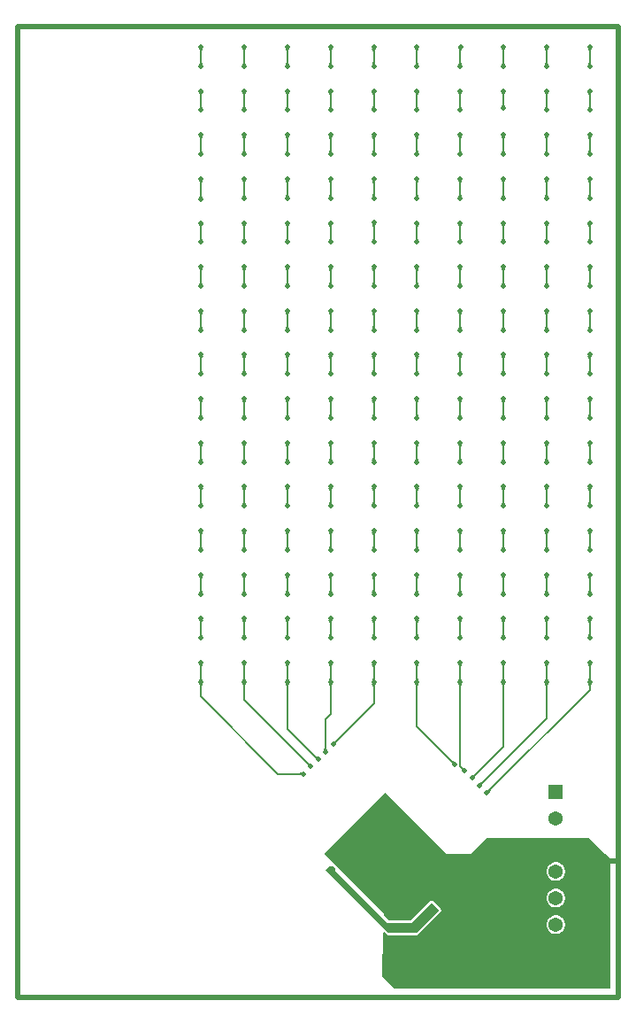
<source format=gbl>
G04*
G04 #@! TF.GenerationSoftware,Altium Limited,Altium Designer,23.8.1 (32)*
G04*
G04 Layer_Physical_Order=2*
G04 Layer_Color=16711680*
%FSLAX44Y44*%
%MOMM*%
G71*
G04*
G04 #@! TF.SameCoordinates,2FF213BD-71F3-435E-98A3-311B6935AF75*
G04*
G04*
G04 #@! TF.FilePolarity,Positive*
G04*
G01*
G75*
%ADD32C,0.5000*%
%ADD33C,0.1500*%
%ADD44R,1.3700X1.3700*%
%ADD45C,1.3700*%
%ADD46C,0.5000*%
G36*
X430692Y911827D02*
X430443Y911509D01*
X430220Y911176D01*
X430023Y910830D01*
X429853Y910469D01*
X429709Y910095D01*
X429591Y909706D01*
X429499Y909303D01*
X429434Y908886D01*
X429394Y908456D01*
X429381Y908011D01*
X427881Y908104D01*
X427870Y908569D01*
X427782Y909444D01*
X427705Y909855D01*
X427607Y910246D01*
X427486Y910620D01*
X427343Y910976D01*
X427178Y911313D01*
X426991Y911632D01*
X426783Y911932D01*
X430692Y911827D01*
D02*
G37*
G36*
X554229Y911343D02*
X554025Y911017D01*
X553844Y910674D01*
X553687Y910316D01*
X553554Y909941D01*
X553446Y909550D01*
X553362Y909144D01*
X553302Y908721D01*
X553265Y908282D01*
X553253Y907827D01*
X551753D01*
X551741Y908282D01*
X551705Y908721D01*
X551645Y909144D01*
X551561Y909550D01*
X551452Y909941D01*
X551320Y910316D01*
X551163Y910674D01*
X550982Y911017D01*
X550777Y911343D01*
X550548Y911654D01*
X554458D01*
X554229Y911343D01*
D02*
G37*
G36*
X512889D02*
X512685Y911017D01*
X512504Y910674D01*
X512347Y910316D01*
X512215Y909941D01*
X512106Y909550D01*
X512022Y909144D01*
X511962Y908721D01*
X511925Y908282D01*
X511913Y907827D01*
X510413D01*
X510401Y908282D01*
X510365Y908721D01*
X510305Y909144D01*
X510221Y909550D01*
X510112Y909941D01*
X509980Y910316D01*
X509823Y910674D01*
X509642Y911017D01*
X509437Y911343D01*
X509208Y911654D01*
X513118D01*
X512889Y911343D01*
D02*
G37*
G36*
X471549D02*
X471345Y911017D01*
X471164Y910674D01*
X471007Y910316D01*
X470875Y909941D01*
X470766Y909550D01*
X470682Y909144D01*
X470622Y908721D01*
X470586Y908282D01*
X470574Y907827D01*
X469073D01*
X469061Y908282D01*
X469025Y908721D01*
X468965Y909144D01*
X468881Y909550D01*
X468772Y909941D01*
X468640Y910316D01*
X468483Y910674D01*
X468302Y911017D01*
X468097Y911343D01*
X467868Y911654D01*
X471778D01*
X471549Y911343D01*
D02*
G37*
G36*
X388870D02*
X388665Y911017D01*
X388484Y910674D01*
X388327Y910316D01*
X388195Y909941D01*
X388087Y909550D01*
X388002Y909144D01*
X387942Y908721D01*
X387906Y908282D01*
X387894Y907827D01*
X386394D01*
X386382Y908282D01*
X386345Y908721D01*
X386285Y909144D01*
X386201Y909550D01*
X386092Y909941D01*
X385960Y910316D01*
X385803Y910674D01*
X385622Y911017D01*
X385418Y911343D01*
X385189Y911654D01*
X389099D01*
X388870Y911343D01*
D02*
G37*
G36*
X347530D02*
X347325Y911017D01*
X347144Y910674D01*
X346988Y910316D01*
X346855Y909941D01*
X346747Y909550D01*
X346662Y909144D01*
X346602Y908721D01*
X346566Y908282D01*
X346554Y907827D01*
X345054D01*
X345042Y908282D01*
X345006Y908721D01*
X344945Y909144D01*
X344861Y909550D01*
X344753Y909941D01*
X344620Y910316D01*
X344463Y910674D01*
X344283Y911017D01*
X344078Y911343D01*
X343849Y911654D01*
X347759D01*
X347530Y911343D01*
D02*
G37*
G36*
X306190D02*
X305985Y911017D01*
X305804Y910674D01*
X305648Y910316D01*
X305515Y909941D01*
X305407Y909550D01*
X305322Y909144D01*
X305262Y908721D01*
X305226Y908282D01*
X305214Y907827D01*
X303714D01*
X303702Y908282D01*
X303666Y908721D01*
X303605Y909144D01*
X303521Y909550D01*
X303413Y909941D01*
X303280Y910316D01*
X303123Y910674D01*
X302943Y911017D01*
X302738Y911343D01*
X302509Y911654D01*
X306419D01*
X306190Y911343D01*
D02*
G37*
G36*
X264850D02*
X264645Y911017D01*
X264464Y910674D01*
X264308Y910316D01*
X264175Y909941D01*
X264067Y909550D01*
X263982Y909144D01*
X263922Y908721D01*
X263886Y908282D01*
X263874Y907827D01*
X262374D01*
X262362Y908282D01*
X262326Y908721D01*
X262265Y909144D01*
X262181Y909550D01*
X262073Y909941D01*
X261940Y910316D01*
X261784Y910674D01*
X261603Y911017D01*
X261398Y911343D01*
X261169Y911654D01*
X265079D01*
X264850Y911343D01*
D02*
G37*
G36*
X223510D02*
X223305Y911017D01*
X223125Y910674D01*
X222968Y910316D01*
X222835Y909941D01*
X222727Y909550D01*
X222642Y909144D01*
X222582Y908721D01*
X222546Y908282D01*
X222534Y907827D01*
X221034D01*
X221022Y908282D01*
X220986Y908721D01*
X220926Y909144D01*
X220841Y909550D01*
X220733Y909941D01*
X220600Y910316D01*
X220444Y910674D01*
X220263Y911017D01*
X220058Y911343D01*
X219829Y911654D01*
X223739D01*
X223510Y911343D01*
D02*
G37*
G36*
X182170D02*
X181965Y911017D01*
X181785Y910674D01*
X181628Y910316D01*
X181495Y909941D01*
X181387Y909550D01*
X181303Y909144D01*
X181242Y908721D01*
X181206Y908282D01*
X181194Y907827D01*
X179694D01*
X179682Y908282D01*
X179646Y908721D01*
X179586Y909144D01*
X179501Y909550D01*
X179393Y909941D01*
X179260Y910316D01*
X179104Y910674D01*
X178923Y911017D01*
X178718Y911343D01*
X178489Y911654D01*
X182399D01*
X182170Y911343D01*
D02*
G37*
G36*
X553265Y899592D02*
X553302Y899153D01*
X553362Y898730D01*
X553446Y898323D01*
X553554Y897933D01*
X553687Y897558D01*
X553844Y897199D01*
X554025Y896857D01*
X554229Y896531D01*
X554458Y896220D01*
X550548D01*
X550777Y896531D01*
X550982Y896857D01*
X551163Y897199D01*
X551320Y897558D01*
X551452Y897933D01*
X551561Y898323D01*
X551645Y898730D01*
X551705Y899153D01*
X551741Y899592D01*
X551753Y900047D01*
X553253D01*
X553265Y899592D01*
D02*
G37*
G36*
X511925D02*
X511962Y899153D01*
X512022Y898730D01*
X512106Y898323D01*
X512215Y897933D01*
X512347Y897558D01*
X512504Y897199D01*
X512685Y896857D01*
X512889Y896531D01*
X513118Y896220D01*
X509208D01*
X509437Y896531D01*
X509642Y896857D01*
X509823Y897199D01*
X509980Y897558D01*
X510112Y897933D01*
X510221Y898323D01*
X510305Y898730D01*
X510365Y899153D01*
X510401Y899592D01*
X510413Y900047D01*
X511913D01*
X511925Y899592D01*
D02*
G37*
G36*
X470586D02*
X470622Y899153D01*
X470682Y898730D01*
X470766Y898323D01*
X470875Y897933D01*
X471007Y897558D01*
X471164Y897199D01*
X471345Y896857D01*
X471549Y896531D01*
X471778Y896220D01*
X467868D01*
X468097Y896531D01*
X468302Y896857D01*
X468483Y897199D01*
X468640Y897558D01*
X468772Y897933D01*
X468881Y898323D01*
X468965Y898730D01*
X469025Y899153D01*
X469061Y899592D01*
X469073Y900047D01*
X470574D01*
X470586Y899592D01*
D02*
G37*
G36*
X387906D02*
X387942Y899153D01*
X388002Y898730D01*
X388087Y898323D01*
X388195Y897933D01*
X388327Y897558D01*
X388484Y897199D01*
X388665Y896857D01*
X388870Y896531D01*
X389099Y896220D01*
X385189D01*
X385418Y896531D01*
X385622Y896857D01*
X385803Y897199D01*
X385960Y897558D01*
X386092Y897933D01*
X386201Y898323D01*
X386285Y898730D01*
X386345Y899153D01*
X386382Y899592D01*
X386394Y900047D01*
X387894D01*
X387906Y899592D01*
D02*
G37*
G36*
X346566D02*
X346602Y899153D01*
X346662Y898730D01*
X346747Y898323D01*
X346855Y897933D01*
X346988Y897558D01*
X347144Y897199D01*
X347325Y896857D01*
X347530Y896531D01*
X347759Y896220D01*
X343849D01*
X344078Y896531D01*
X344283Y896857D01*
X344463Y897199D01*
X344620Y897558D01*
X344753Y897933D01*
X344861Y898323D01*
X344945Y898730D01*
X345006Y899153D01*
X345042Y899592D01*
X345054Y900047D01*
X346554D01*
X346566Y899592D01*
D02*
G37*
G36*
X305226D02*
X305262Y899153D01*
X305322Y898730D01*
X305407Y898323D01*
X305515Y897933D01*
X305648Y897558D01*
X305804Y897199D01*
X305985Y896857D01*
X306190Y896531D01*
X306419Y896220D01*
X302509D01*
X302738Y896531D01*
X302943Y896857D01*
X303123Y897199D01*
X303280Y897558D01*
X303413Y897933D01*
X303521Y898323D01*
X303605Y898730D01*
X303666Y899153D01*
X303702Y899592D01*
X303714Y900047D01*
X305214D01*
X305226Y899592D01*
D02*
G37*
G36*
X263886D02*
X263922Y899153D01*
X263982Y898730D01*
X264067Y898323D01*
X264175Y897933D01*
X264308Y897558D01*
X264464Y897199D01*
X264645Y896857D01*
X264850Y896531D01*
X265079Y896220D01*
X261169D01*
X261398Y896531D01*
X261603Y896857D01*
X261784Y897199D01*
X261940Y897558D01*
X262073Y897933D01*
X262181Y898323D01*
X262265Y898730D01*
X262326Y899153D01*
X262362Y899592D01*
X262374Y900047D01*
X263874D01*
X263886Y899592D01*
D02*
G37*
G36*
X222546D02*
X222582Y899153D01*
X222642Y898730D01*
X222727Y898323D01*
X222835Y897933D01*
X222968Y897558D01*
X223125Y897199D01*
X223305Y896857D01*
X223510Y896531D01*
X223739Y896220D01*
X219829D01*
X220058Y896531D01*
X220263Y896857D01*
X220444Y897199D01*
X220600Y897558D01*
X220733Y897933D01*
X220841Y898323D01*
X220926Y898730D01*
X220986Y899153D01*
X221022Y899592D01*
X221034Y900047D01*
X222534D01*
X222546Y899592D01*
D02*
G37*
G36*
X181206D02*
X181242Y899153D01*
X181303Y898730D01*
X181387Y898323D01*
X181495Y897933D01*
X181628Y897558D01*
X181785Y897199D01*
X181965Y896857D01*
X182170Y896531D01*
X182399Y896220D01*
X178489D01*
X178718Y896531D01*
X178923Y896857D01*
X179104Y897199D01*
X179260Y897558D01*
X179393Y897933D01*
X179501Y898323D01*
X179586Y898730D01*
X179646Y899153D01*
X179682Y899592D01*
X179694Y900047D01*
X181194D01*
X181206Y899592D01*
D02*
G37*
G36*
X429381Y899995D02*
X429392Y899530D01*
X429480Y898655D01*
X429557Y898245D01*
X429656Y897853D01*
X429777Y897479D01*
X429920Y897123D01*
X430084Y896786D01*
X430271Y896467D01*
X430480Y896167D01*
X426571Y896272D01*
X426820Y896590D01*
X427043Y896923D01*
X427239Y897269D01*
X427410Y897630D01*
X427554Y898004D01*
X427672Y898393D01*
X427763Y898796D01*
X427829Y899212D01*
X427868Y899643D01*
X427881Y900088D01*
X429381Y899995D01*
D02*
G37*
G36*
X554229Y869303D02*
X554025Y868977D01*
X553844Y868634D01*
X553687Y868276D01*
X553554Y867901D01*
X553446Y867511D01*
X553362Y867104D01*
X553302Y866681D01*
X553265Y866242D01*
X553253Y865787D01*
X551753D01*
X551741Y866242D01*
X551705Y866681D01*
X551645Y867104D01*
X551561Y867511D01*
X551452Y867901D01*
X551320Y868276D01*
X551163Y868634D01*
X550982Y868977D01*
X550777Y869303D01*
X550548Y869614D01*
X554458D01*
X554229Y869303D01*
D02*
G37*
G36*
X512889D02*
X512685Y868977D01*
X512504Y868634D01*
X512347Y868276D01*
X512215Y867901D01*
X512106Y867511D01*
X512022Y867104D01*
X511962Y866681D01*
X511925Y866242D01*
X511913Y865787D01*
X510413D01*
X510401Y866242D01*
X510365Y866681D01*
X510305Y867104D01*
X510221Y867511D01*
X510112Y867901D01*
X509980Y868276D01*
X509823Y868634D01*
X509642Y868977D01*
X509437Y869303D01*
X509208Y869614D01*
X513118D01*
X512889Y869303D01*
D02*
G37*
G36*
X430210D02*
X430005Y868977D01*
X429824Y868634D01*
X429667Y868276D01*
X429535Y867901D01*
X429426Y867511D01*
X429342Y867104D01*
X429282Y866681D01*
X429246Y866242D01*
X429234Y865787D01*
X427734D01*
X427721Y866242D01*
X427685Y866681D01*
X427625Y867104D01*
X427541Y867511D01*
X427432Y867901D01*
X427300Y868276D01*
X427143Y868634D01*
X426962Y868977D01*
X426758Y869303D01*
X426529Y869614D01*
X430439D01*
X430210Y869303D01*
D02*
G37*
G36*
X388870D02*
X388665Y868977D01*
X388484Y868634D01*
X388327Y868276D01*
X388195Y867901D01*
X388087Y867511D01*
X388002Y867104D01*
X387942Y866681D01*
X387906Y866242D01*
X387894Y865787D01*
X386394D01*
X386382Y866242D01*
X386345Y866681D01*
X386285Y867104D01*
X386201Y867511D01*
X386092Y867901D01*
X385960Y868276D01*
X385803Y868634D01*
X385622Y868977D01*
X385418Y869303D01*
X385189Y869614D01*
X389099D01*
X388870Y869303D01*
D02*
G37*
G36*
X347530D02*
X347325Y868977D01*
X347144Y868634D01*
X346988Y868276D01*
X346855Y867901D01*
X346747Y867511D01*
X346662Y867104D01*
X346602Y866681D01*
X346566Y866242D01*
X346554Y865787D01*
X345054D01*
X345042Y866242D01*
X345006Y866681D01*
X344945Y867104D01*
X344861Y867511D01*
X344753Y867901D01*
X344620Y868276D01*
X344463Y868634D01*
X344283Y868977D01*
X344078Y869303D01*
X343849Y869614D01*
X347759D01*
X347530Y869303D01*
D02*
G37*
G36*
X306190D02*
X305985Y868977D01*
X305804Y868634D01*
X305648Y868276D01*
X305515Y867901D01*
X305407Y867511D01*
X305322Y867104D01*
X305262Y866681D01*
X305226Y866242D01*
X305214Y865787D01*
X303714D01*
X303702Y866242D01*
X303666Y866681D01*
X303605Y867104D01*
X303521Y867511D01*
X303413Y867901D01*
X303280Y868276D01*
X303123Y868634D01*
X302943Y868977D01*
X302738Y869303D01*
X302509Y869614D01*
X306419D01*
X306190Y869303D01*
D02*
G37*
G36*
X264850D02*
X264645Y868977D01*
X264464Y868634D01*
X264308Y868276D01*
X264175Y867901D01*
X264067Y867511D01*
X263982Y867104D01*
X263922Y866681D01*
X263886Y866242D01*
X263874Y865787D01*
X262374D01*
X262362Y866242D01*
X262326Y866681D01*
X262265Y867104D01*
X262181Y867511D01*
X262073Y867901D01*
X261940Y868276D01*
X261784Y868634D01*
X261603Y868977D01*
X261398Y869303D01*
X261169Y869614D01*
X265079D01*
X264850Y869303D01*
D02*
G37*
G36*
X223510D02*
X223305Y868977D01*
X223125Y868634D01*
X222968Y868276D01*
X222835Y867901D01*
X222727Y867511D01*
X222642Y867104D01*
X222582Y866681D01*
X222546Y866242D01*
X222534Y865787D01*
X221034D01*
X221022Y866242D01*
X220986Y866681D01*
X220926Y867104D01*
X220841Y867511D01*
X220733Y867901D01*
X220600Y868276D01*
X220444Y868634D01*
X220263Y868977D01*
X220058Y869303D01*
X219829Y869614D01*
X223739D01*
X223510Y869303D01*
D02*
G37*
G36*
X182170D02*
X181965Y868977D01*
X181785Y868634D01*
X181628Y868276D01*
X181495Y867901D01*
X181387Y867511D01*
X181303Y867104D01*
X181242Y866681D01*
X181206Y866242D01*
X181194Y865787D01*
X179694D01*
X179682Y866242D01*
X179646Y866681D01*
X179586Y867104D01*
X179501Y867511D01*
X179393Y867901D01*
X179260Y868276D01*
X179104Y868634D01*
X178923Y868977D01*
X178718Y869303D01*
X178489Y869614D01*
X182399D01*
X182170Y869303D01*
D02*
G37*
G36*
X471778Y869614D02*
X471549Y869303D01*
X471345Y868977D01*
X471164Y868634D01*
X471007Y868276D01*
X470875Y867901D01*
X470766Y867510D01*
X470682Y867104D01*
X470622Y866681D01*
X470586Y866242D01*
X470574Y865787D01*
X469073Y865787D01*
X469061Y866242D01*
X469025Y866681D01*
X468965Y867104D01*
X468881Y867511D01*
X468772Y867901D01*
X468640Y868276D01*
X468483Y868634D01*
X468302Y868977D01*
X468097Y869303D01*
X467868Y869614D01*
X471778Y869614D01*
D02*
G37*
G36*
X470574Y860127D02*
X470586Y859672D01*
X470622Y859233D01*
X470682Y858810D01*
X470766Y858403D01*
X470875Y858013D01*
X471007Y857638D01*
X471164Y857280D01*
X471345Y856937D01*
X471549Y856610D01*
X471778Y856300D01*
X467868Y856300D01*
X468097Y856610D01*
X468302Y856937D01*
X468483Y857280D01*
X468640Y857638D01*
X468772Y858013D01*
X468881Y858403D01*
X468965Y858810D01*
X469025Y859233D01*
X469061Y859672D01*
X469073Y860127D01*
X470574Y860127D01*
D02*
G37*
G36*
X553265Y857552D02*
X553302Y857113D01*
X553362Y856690D01*
X553446Y856283D01*
X553554Y855893D01*
X553687Y855518D01*
X553844Y855160D01*
X554025Y854817D01*
X554229Y854491D01*
X554458Y854180D01*
X550548D01*
X550777Y854491D01*
X550982Y854817D01*
X551163Y855160D01*
X551320Y855518D01*
X551452Y855893D01*
X551561Y856283D01*
X551645Y856690D01*
X551705Y857113D01*
X551741Y857552D01*
X551753Y858007D01*
X553253D01*
X553265Y857552D01*
D02*
G37*
G36*
X511925D02*
X511962Y857113D01*
X512022Y856690D01*
X512106Y856283D01*
X512215Y855893D01*
X512347Y855518D01*
X512504Y855160D01*
X512685Y854817D01*
X512889Y854491D01*
X513118Y854180D01*
X509208D01*
X509437Y854491D01*
X509642Y854817D01*
X509823Y855160D01*
X509980Y855518D01*
X510112Y855893D01*
X510221Y856283D01*
X510305Y856690D01*
X510365Y857113D01*
X510401Y857552D01*
X510413Y858007D01*
X511913D01*
X511925Y857552D01*
D02*
G37*
G36*
X429246D02*
X429282Y857113D01*
X429342Y856690D01*
X429426Y856283D01*
X429535Y855893D01*
X429667Y855518D01*
X429824Y855160D01*
X430005Y854817D01*
X430210Y854491D01*
X430439Y854180D01*
X426529D01*
X426758Y854491D01*
X426962Y854817D01*
X427143Y855160D01*
X427300Y855518D01*
X427432Y855893D01*
X427541Y856283D01*
X427625Y856690D01*
X427685Y857113D01*
X427721Y857552D01*
X427734Y858007D01*
X429234D01*
X429246Y857552D01*
D02*
G37*
G36*
X387906D02*
X387942Y857113D01*
X388002Y856690D01*
X388087Y856283D01*
X388195Y855893D01*
X388327Y855518D01*
X388484Y855160D01*
X388665Y854817D01*
X388870Y854491D01*
X389099Y854180D01*
X385189D01*
X385418Y854491D01*
X385622Y854817D01*
X385803Y855160D01*
X385960Y855518D01*
X386092Y855893D01*
X386201Y856283D01*
X386285Y856690D01*
X386345Y857113D01*
X386382Y857552D01*
X386394Y858007D01*
X387894D01*
X387906Y857552D01*
D02*
G37*
G36*
X346566D02*
X346602Y857113D01*
X346662Y856690D01*
X346747Y856283D01*
X346855Y855893D01*
X346988Y855518D01*
X347144Y855160D01*
X347325Y854817D01*
X347530Y854491D01*
X347759Y854180D01*
X343849D01*
X344078Y854491D01*
X344283Y854817D01*
X344463Y855160D01*
X344620Y855518D01*
X344753Y855893D01*
X344861Y856283D01*
X344945Y856690D01*
X345006Y857113D01*
X345042Y857552D01*
X345054Y858007D01*
X346554D01*
X346566Y857552D01*
D02*
G37*
G36*
X305226D02*
X305262Y857113D01*
X305322Y856690D01*
X305407Y856283D01*
X305515Y855893D01*
X305648Y855518D01*
X305804Y855160D01*
X305985Y854817D01*
X306190Y854491D01*
X306419Y854180D01*
X302509D01*
X302738Y854491D01*
X302943Y854817D01*
X303123Y855160D01*
X303280Y855518D01*
X303413Y855893D01*
X303521Y856283D01*
X303605Y856690D01*
X303666Y857113D01*
X303702Y857552D01*
X303714Y858007D01*
X305214D01*
X305226Y857552D01*
D02*
G37*
G36*
X263886D02*
X263922Y857113D01*
X263982Y856690D01*
X264067Y856283D01*
X264175Y855893D01*
X264308Y855518D01*
X264464Y855160D01*
X264645Y854817D01*
X264850Y854491D01*
X265079Y854180D01*
X261169D01*
X261398Y854491D01*
X261603Y854817D01*
X261784Y855160D01*
X261940Y855518D01*
X262073Y855893D01*
X262181Y856283D01*
X262265Y856690D01*
X262326Y857113D01*
X262362Y857552D01*
X262374Y858007D01*
X263874D01*
X263886Y857552D01*
D02*
G37*
G36*
X222546D02*
X222582Y857113D01*
X222642Y856690D01*
X222727Y856283D01*
X222835Y855893D01*
X222968Y855518D01*
X223125Y855160D01*
X223305Y854817D01*
X223510Y854491D01*
X223739Y854180D01*
X219829D01*
X220058Y854491D01*
X220263Y854817D01*
X220444Y855160D01*
X220600Y855518D01*
X220733Y855893D01*
X220841Y856283D01*
X220926Y856690D01*
X220986Y857113D01*
X221022Y857552D01*
X221034Y858007D01*
X222534D01*
X222546Y857552D01*
D02*
G37*
G36*
X181206D02*
X181242Y857113D01*
X181303Y856690D01*
X181387Y856283D01*
X181495Y855893D01*
X181628Y855518D01*
X181785Y855160D01*
X181965Y854817D01*
X182170Y854491D01*
X182399Y854180D01*
X178489D01*
X178718Y854491D01*
X178923Y854817D01*
X179104Y855160D01*
X179260Y855518D01*
X179393Y855893D01*
X179501Y856283D01*
X179586Y856690D01*
X179646Y857113D01*
X179682Y857552D01*
X179694Y858007D01*
X181194D01*
X181206Y857552D01*
D02*
G37*
G36*
X554229Y827263D02*
X554025Y826937D01*
X553844Y826594D01*
X553687Y826236D01*
X553554Y825861D01*
X553446Y825471D01*
X553362Y825064D01*
X553302Y824641D01*
X553265Y824202D01*
X553253Y823747D01*
X551753D01*
X551741Y824202D01*
X551705Y824641D01*
X551645Y825064D01*
X551561Y825471D01*
X551452Y825861D01*
X551320Y826236D01*
X551163Y826594D01*
X550982Y826937D01*
X550777Y827263D01*
X550548Y827574D01*
X554458D01*
X554229Y827263D01*
D02*
G37*
G36*
X512889D02*
X512685Y826937D01*
X512504Y826594D01*
X512347Y826236D01*
X512215Y825861D01*
X512106Y825471D01*
X512022Y825064D01*
X511962Y824641D01*
X511925Y824202D01*
X511913Y823747D01*
X510413D01*
X510401Y824202D01*
X510365Y824641D01*
X510305Y825064D01*
X510221Y825471D01*
X510112Y825861D01*
X509980Y826236D01*
X509823Y826594D01*
X509642Y826937D01*
X509437Y827263D01*
X509208Y827574D01*
X513118D01*
X512889Y827263D01*
D02*
G37*
G36*
X471549D02*
X471345Y826937D01*
X471164Y826594D01*
X471007Y826236D01*
X470875Y825861D01*
X470766Y825471D01*
X470682Y825064D01*
X470622Y824641D01*
X470586Y824202D01*
X470574Y823747D01*
X469073D01*
X469061Y824202D01*
X469025Y824641D01*
X468965Y825064D01*
X468881Y825471D01*
X468772Y825861D01*
X468640Y826236D01*
X468483Y826594D01*
X468302Y826937D01*
X468097Y827263D01*
X467868Y827574D01*
X471778D01*
X471549Y827263D01*
D02*
G37*
G36*
X430210D02*
X430005Y826937D01*
X429824Y826594D01*
X429667Y826236D01*
X429535Y825861D01*
X429426Y825471D01*
X429342Y825064D01*
X429282Y824641D01*
X429246Y824202D01*
X429234Y823747D01*
X427734D01*
X427721Y824202D01*
X427685Y824641D01*
X427625Y825064D01*
X427541Y825471D01*
X427432Y825861D01*
X427300Y826236D01*
X427143Y826594D01*
X426962Y826937D01*
X426758Y827263D01*
X426529Y827574D01*
X430439D01*
X430210Y827263D01*
D02*
G37*
G36*
X388870D02*
X388665Y826937D01*
X388484Y826594D01*
X388327Y826236D01*
X388195Y825861D01*
X388087Y825471D01*
X388002Y825064D01*
X387942Y824641D01*
X387906Y824202D01*
X387894Y823747D01*
X386394D01*
X386382Y824202D01*
X386345Y824641D01*
X386285Y825064D01*
X386201Y825471D01*
X386092Y825861D01*
X385960Y826236D01*
X385803Y826594D01*
X385622Y826937D01*
X385418Y827263D01*
X385189Y827574D01*
X389099D01*
X388870Y827263D01*
D02*
G37*
G36*
X347530D02*
X347325Y826937D01*
X347144Y826594D01*
X346988Y826236D01*
X346855Y825861D01*
X346747Y825471D01*
X346662Y825064D01*
X346602Y824641D01*
X346566Y824202D01*
X346554Y823747D01*
X345054D01*
X345042Y824202D01*
X345006Y824641D01*
X344945Y825064D01*
X344861Y825471D01*
X344753Y825861D01*
X344620Y826236D01*
X344463Y826594D01*
X344283Y826937D01*
X344078Y827263D01*
X343849Y827574D01*
X347759D01*
X347530Y827263D01*
D02*
G37*
G36*
X306190D02*
X305985Y826937D01*
X305804Y826594D01*
X305648Y826236D01*
X305515Y825861D01*
X305407Y825471D01*
X305322Y825064D01*
X305262Y824641D01*
X305226Y824202D01*
X305214Y823747D01*
X303714D01*
X303702Y824202D01*
X303666Y824641D01*
X303605Y825064D01*
X303521Y825471D01*
X303413Y825861D01*
X303280Y826236D01*
X303123Y826594D01*
X302943Y826937D01*
X302738Y827263D01*
X302509Y827574D01*
X306419D01*
X306190Y827263D01*
D02*
G37*
G36*
X264850D02*
X264645Y826937D01*
X264464Y826594D01*
X264308Y826236D01*
X264175Y825861D01*
X264067Y825471D01*
X263982Y825064D01*
X263922Y824641D01*
X263886Y824202D01*
X263874Y823747D01*
X262374D01*
X262362Y824202D01*
X262326Y824641D01*
X262265Y825064D01*
X262181Y825471D01*
X262073Y825861D01*
X261940Y826236D01*
X261784Y826594D01*
X261603Y826937D01*
X261398Y827263D01*
X261169Y827574D01*
X265079D01*
X264850Y827263D01*
D02*
G37*
G36*
X223510D02*
X223305Y826937D01*
X223125Y826594D01*
X222968Y826236D01*
X222835Y825861D01*
X222727Y825471D01*
X222642Y825064D01*
X222582Y824641D01*
X222546Y824202D01*
X222534Y823747D01*
X221034D01*
X221022Y824202D01*
X220986Y824641D01*
X220926Y825064D01*
X220841Y825471D01*
X220733Y825861D01*
X220600Y826236D01*
X220444Y826594D01*
X220263Y826937D01*
X220058Y827263D01*
X219829Y827574D01*
X223739D01*
X223510Y827263D01*
D02*
G37*
G36*
X182170D02*
X181965Y826937D01*
X181785Y826594D01*
X181628Y826236D01*
X181495Y825861D01*
X181387Y825471D01*
X181303Y825064D01*
X181242Y824641D01*
X181206Y824202D01*
X181194Y823747D01*
X179694D01*
X179682Y824202D01*
X179646Y824641D01*
X179586Y825064D01*
X179501Y825471D01*
X179393Y825861D01*
X179260Y826236D01*
X179104Y826594D01*
X178923Y826937D01*
X178718Y827263D01*
X178489Y827574D01*
X182399D01*
X182170Y827263D01*
D02*
G37*
G36*
X553265Y815512D02*
X553302Y815073D01*
X553362Y814650D01*
X553446Y814243D01*
X553554Y813853D01*
X553687Y813478D01*
X553844Y813120D01*
X554025Y812777D01*
X554229Y812450D01*
X554458Y812140D01*
X550548D01*
X550777Y812450D01*
X550982Y812777D01*
X551163Y813120D01*
X551320Y813478D01*
X551452Y813853D01*
X551561Y814243D01*
X551645Y814650D01*
X551705Y815073D01*
X551741Y815512D01*
X551753Y815967D01*
X553253D01*
X553265Y815512D01*
D02*
G37*
G36*
X511925D02*
X511962Y815073D01*
X512022Y814650D01*
X512106Y814243D01*
X512215Y813853D01*
X512347Y813478D01*
X512504Y813120D01*
X512685Y812777D01*
X512889Y812450D01*
X513118Y812140D01*
X509208D01*
X509437Y812450D01*
X509642Y812777D01*
X509823Y813120D01*
X509980Y813478D01*
X510112Y813853D01*
X510221Y814243D01*
X510305Y814650D01*
X510365Y815073D01*
X510401Y815512D01*
X510413Y815967D01*
X511913D01*
X511925Y815512D01*
D02*
G37*
G36*
X470586D02*
X470622Y815073D01*
X470682Y814650D01*
X470766Y814243D01*
X470875Y813853D01*
X471007Y813478D01*
X471164Y813120D01*
X471345Y812777D01*
X471549Y812450D01*
X471778Y812140D01*
X467868D01*
X468097Y812450D01*
X468302Y812777D01*
X468483Y813120D01*
X468640Y813478D01*
X468772Y813853D01*
X468881Y814243D01*
X468965Y814650D01*
X469025Y815073D01*
X469061Y815512D01*
X469073Y815967D01*
X470574D01*
X470586Y815512D01*
D02*
G37*
G36*
X429246D02*
X429282Y815073D01*
X429342Y814650D01*
X429426Y814243D01*
X429535Y813853D01*
X429667Y813478D01*
X429824Y813120D01*
X430005Y812777D01*
X430210Y812450D01*
X430439Y812140D01*
X426529D01*
X426758Y812450D01*
X426962Y812777D01*
X427143Y813120D01*
X427300Y813478D01*
X427432Y813853D01*
X427541Y814243D01*
X427625Y814650D01*
X427685Y815073D01*
X427721Y815512D01*
X427734Y815967D01*
X429234D01*
X429246Y815512D01*
D02*
G37*
G36*
X387906D02*
X387942Y815073D01*
X388002Y814650D01*
X388087Y814243D01*
X388195Y813853D01*
X388327Y813478D01*
X388484Y813120D01*
X388665Y812777D01*
X388870Y812450D01*
X389099Y812140D01*
X385189D01*
X385418Y812450D01*
X385622Y812777D01*
X385803Y813120D01*
X385960Y813478D01*
X386092Y813853D01*
X386201Y814243D01*
X386285Y814650D01*
X386345Y815073D01*
X386382Y815512D01*
X386394Y815967D01*
X387894D01*
X387906Y815512D01*
D02*
G37*
G36*
X346566D02*
X346602Y815073D01*
X346662Y814650D01*
X346747Y814243D01*
X346855Y813853D01*
X346988Y813478D01*
X347144Y813120D01*
X347325Y812777D01*
X347530Y812450D01*
X347759Y812140D01*
X343849D01*
X344078Y812450D01*
X344283Y812777D01*
X344463Y813120D01*
X344620Y813478D01*
X344753Y813853D01*
X344861Y814243D01*
X344945Y814650D01*
X345006Y815073D01*
X345042Y815512D01*
X345054Y815967D01*
X346554D01*
X346566Y815512D01*
D02*
G37*
G36*
X305226D02*
X305262Y815073D01*
X305322Y814650D01*
X305407Y814243D01*
X305515Y813853D01*
X305648Y813478D01*
X305804Y813120D01*
X305985Y812777D01*
X306190Y812450D01*
X306419Y812140D01*
X302509D01*
X302738Y812450D01*
X302943Y812777D01*
X303123Y813120D01*
X303280Y813478D01*
X303413Y813853D01*
X303521Y814243D01*
X303605Y814650D01*
X303666Y815073D01*
X303702Y815512D01*
X303714Y815967D01*
X305214D01*
X305226Y815512D01*
D02*
G37*
G36*
X263886D02*
X263922Y815073D01*
X263982Y814650D01*
X264067Y814243D01*
X264175Y813853D01*
X264308Y813478D01*
X264464Y813120D01*
X264645Y812777D01*
X264850Y812450D01*
X265079Y812140D01*
X261169D01*
X261398Y812450D01*
X261603Y812777D01*
X261784Y813120D01*
X261940Y813478D01*
X262073Y813853D01*
X262181Y814243D01*
X262265Y814650D01*
X262326Y815073D01*
X262362Y815512D01*
X262374Y815967D01*
X263874D01*
X263886Y815512D01*
D02*
G37*
G36*
X222546D02*
X222582Y815073D01*
X222642Y814650D01*
X222727Y814243D01*
X222835Y813853D01*
X222968Y813478D01*
X223125Y813120D01*
X223305Y812777D01*
X223510Y812450D01*
X223739Y812140D01*
X219829D01*
X220058Y812450D01*
X220263Y812777D01*
X220444Y813120D01*
X220600Y813478D01*
X220733Y813853D01*
X220841Y814243D01*
X220926Y814650D01*
X220986Y815073D01*
X221022Y815512D01*
X221034Y815967D01*
X222534D01*
X222546Y815512D01*
D02*
G37*
G36*
X181206D02*
X181242Y815073D01*
X181303Y814650D01*
X181387Y814243D01*
X181495Y813853D01*
X181628Y813478D01*
X181785Y813120D01*
X181965Y812777D01*
X182170Y812450D01*
X182399Y812140D01*
X178489D01*
X178718Y812450D01*
X178923Y812777D01*
X179104Y813120D01*
X179260Y813478D01*
X179393Y813853D01*
X179501Y814243D01*
X179586Y814650D01*
X179646Y815073D01*
X179682Y815512D01*
X179694Y815967D01*
X181194D01*
X181206Y815512D01*
D02*
G37*
G36*
X554229Y785223D02*
X554025Y784897D01*
X553844Y784554D01*
X553687Y784196D01*
X553554Y783821D01*
X553446Y783430D01*
X553362Y783024D01*
X553302Y782601D01*
X553265Y782162D01*
X553253Y781707D01*
X551753D01*
X551741Y782162D01*
X551705Y782601D01*
X551645Y783024D01*
X551561Y783430D01*
X551452Y783821D01*
X551320Y784196D01*
X551163Y784554D01*
X550982Y784897D01*
X550777Y785223D01*
X550548Y785534D01*
X554458D01*
X554229Y785223D01*
D02*
G37*
G36*
X512889D02*
X512685Y784897D01*
X512504Y784554D01*
X512347Y784196D01*
X512215Y783821D01*
X512106Y783430D01*
X512022Y783024D01*
X511962Y782601D01*
X511925Y782162D01*
X511913Y781707D01*
X510413D01*
X510401Y782162D01*
X510365Y782601D01*
X510305Y783024D01*
X510221Y783430D01*
X510112Y783821D01*
X509980Y784196D01*
X509823Y784554D01*
X509642Y784897D01*
X509437Y785223D01*
X509208Y785534D01*
X513118D01*
X512889Y785223D01*
D02*
G37*
G36*
X471549D02*
X471345Y784897D01*
X471164Y784554D01*
X471007Y784196D01*
X470875Y783821D01*
X470766Y783430D01*
X470682Y783024D01*
X470622Y782601D01*
X470586Y782162D01*
X470574Y781707D01*
X469073D01*
X469061Y782162D01*
X469025Y782601D01*
X468965Y783024D01*
X468881Y783430D01*
X468772Y783821D01*
X468640Y784196D01*
X468483Y784554D01*
X468302Y784897D01*
X468097Y785223D01*
X467868Y785534D01*
X471778D01*
X471549Y785223D01*
D02*
G37*
G36*
X430210D02*
X430005Y784897D01*
X429824Y784554D01*
X429667Y784196D01*
X429535Y783821D01*
X429426Y783430D01*
X429342Y783024D01*
X429282Y782601D01*
X429246Y782162D01*
X429234Y781707D01*
X427734D01*
X427721Y782162D01*
X427685Y782601D01*
X427625Y783024D01*
X427541Y783430D01*
X427432Y783821D01*
X427300Y784196D01*
X427143Y784554D01*
X426962Y784897D01*
X426758Y785223D01*
X426529Y785534D01*
X430439D01*
X430210Y785223D01*
D02*
G37*
G36*
X388870D02*
X388665Y784897D01*
X388484Y784554D01*
X388327Y784196D01*
X388195Y783821D01*
X388087Y783430D01*
X388002Y783024D01*
X387942Y782601D01*
X387906Y782162D01*
X387894Y781707D01*
X386394D01*
X386382Y782162D01*
X386345Y782601D01*
X386285Y783024D01*
X386201Y783430D01*
X386092Y783821D01*
X385960Y784196D01*
X385803Y784554D01*
X385622Y784897D01*
X385418Y785223D01*
X385189Y785534D01*
X389099D01*
X388870Y785223D01*
D02*
G37*
G36*
X347530D02*
X347325Y784897D01*
X347144Y784554D01*
X346988Y784196D01*
X346855Y783821D01*
X346747Y783430D01*
X346662Y783024D01*
X346602Y782601D01*
X346566Y782162D01*
X346554Y781707D01*
X345054D01*
X345042Y782162D01*
X345006Y782601D01*
X344945Y783024D01*
X344861Y783430D01*
X344753Y783821D01*
X344620Y784196D01*
X344463Y784554D01*
X344283Y784897D01*
X344078Y785223D01*
X343849Y785534D01*
X347759D01*
X347530Y785223D01*
D02*
G37*
G36*
X306190D02*
X305985Y784897D01*
X305804Y784554D01*
X305648Y784196D01*
X305515Y783821D01*
X305407Y783430D01*
X305322Y783024D01*
X305262Y782601D01*
X305226Y782162D01*
X305214Y781707D01*
X303714D01*
X303702Y782162D01*
X303666Y782601D01*
X303605Y783024D01*
X303521Y783430D01*
X303413Y783821D01*
X303280Y784196D01*
X303123Y784554D01*
X302943Y784897D01*
X302738Y785223D01*
X302509Y785534D01*
X306419D01*
X306190Y785223D01*
D02*
G37*
G36*
X264850D02*
X264645Y784897D01*
X264464Y784554D01*
X264308Y784196D01*
X264175Y783821D01*
X264067Y783430D01*
X263982Y783024D01*
X263922Y782601D01*
X263886Y782162D01*
X263874Y781707D01*
X262374D01*
X262362Y782162D01*
X262326Y782601D01*
X262265Y783024D01*
X262181Y783430D01*
X262073Y783821D01*
X261940Y784196D01*
X261784Y784554D01*
X261603Y784897D01*
X261398Y785223D01*
X261169Y785534D01*
X265079D01*
X264850Y785223D01*
D02*
G37*
G36*
X223510D02*
X223305Y784897D01*
X223125Y784554D01*
X222968Y784196D01*
X222835Y783821D01*
X222727Y783430D01*
X222642Y783024D01*
X222582Y782601D01*
X222546Y782162D01*
X222534Y781707D01*
X221034D01*
X221022Y782162D01*
X220986Y782601D01*
X220926Y783024D01*
X220841Y783430D01*
X220733Y783821D01*
X220600Y784196D01*
X220444Y784554D01*
X220263Y784897D01*
X220058Y785223D01*
X219829Y785534D01*
X223739D01*
X223510Y785223D01*
D02*
G37*
G36*
X182376Y785505D02*
X182136Y785191D01*
X181922Y784861D01*
X181732Y784516D01*
X181568Y784156D01*
X181429Y783781D01*
X181316Y783391D01*
X181227Y782987D01*
X181164Y782567D01*
X181126Y782133D01*
X181114Y781683D01*
X179614Y781734D01*
X179602Y782194D01*
X179568Y782637D01*
X179510Y783064D01*
X179430Y783472D01*
X179327Y783864D01*
X179201Y784238D01*
X179052Y784595D01*
X178880Y784935D01*
X178685Y785257D01*
X178467Y785563D01*
X182376Y785505D01*
D02*
G37*
G36*
X553265Y773472D02*
X553302Y773033D01*
X553362Y772610D01*
X553446Y772203D01*
X553554Y771813D01*
X553687Y771438D01*
X553844Y771079D01*
X554025Y770737D01*
X554229Y770411D01*
X554458Y770100D01*
X550548D01*
X550777Y770411D01*
X550982Y770737D01*
X551163Y771079D01*
X551320Y771438D01*
X551452Y771813D01*
X551561Y772203D01*
X551645Y772610D01*
X551705Y773033D01*
X551741Y773472D01*
X551753Y773927D01*
X553253D01*
X553265Y773472D01*
D02*
G37*
G36*
X511925D02*
X511962Y773033D01*
X512022Y772610D01*
X512106Y772203D01*
X512215Y771813D01*
X512347Y771438D01*
X512504Y771079D01*
X512685Y770737D01*
X512889Y770411D01*
X513118Y770100D01*
X509208D01*
X509437Y770411D01*
X509642Y770737D01*
X509823Y771079D01*
X509980Y771438D01*
X510112Y771813D01*
X510221Y772203D01*
X510305Y772610D01*
X510365Y773033D01*
X510401Y773472D01*
X510413Y773927D01*
X511913D01*
X511925Y773472D01*
D02*
G37*
G36*
X470586D02*
X470622Y773033D01*
X470682Y772610D01*
X470766Y772203D01*
X470875Y771813D01*
X471007Y771438D01*
X471164Y771079D01*
X471345Y770737D01*
X471549Y770411D01*
X471778Y770100D01*
X467868D01*
X468097Y770411D01*
X468302Y770737D01*
X468483Y771079D01*
X468640Y771438D01*
X468772Y771813D01*
X468881Y772203D01*
X468965Y772610D01*
X469025Y773033D01*
X469061Y773472D01*
X469073Y773927D01*
X470574D01*
X470586Y773472D01*
D02*
G37*
G36*
X429246D02*
X429282Y773033D01*
X429342Y772610D01*
X429426Y772203D01*
X429535Y771813D01*
X429667Y771438D01*
X429824Y771079D01*
X430005Y770737D01*
X430210Y770411D01*
X430439Y770100D01*
X426529D01*
X426758Y770411D01*
X426962Y770737D01*
X427143Y771079D01*
X427300Y771438D01*
X427432Y771813D01*
X427541Y772203D01*
X427625Y772610D01*
X427685Y773033D01*
X427721Y773472D01*
X427734Y773927D01*
X429234D01*
X429246Y773472D01*
D02*
G37*
G36*
X387906D02*
X387942Y773033D01*
X388002Y772610D01*
X388087Y772203D01*
X388195Y771813D01*
X388327Y771438D01*
X388484Y771079D01*
X388665Y770737D01*
X388870Y770411D01*
X389099Y770100D01*
X385189D01*
X385418Y770411D01*
X385622Y770737D01*
X385803Y771079D01*
X385960Y771438D01*
X386092Y771813D01*
X386201Y772203D01*
X386285Y772610D01*
X386345Y773033D01*
X386382Y773472D01*
X386394Y773927D01*
X387894D01*
X387906Y773472D01*
D02*
G37*
G36*
X346566D02*
X346602Y773033D01*
X346662Y772610D01*
X346747Y772203D01*
X346855Y771813D01*
X346988Y771438D01*
X347144Y771079D01*
X347325Y770737D01*
X347530Y770411D01*
X347759Y770100D01*
X343849D01*
X344078Y770411D01*
X344283Y770737D01*
X344463Y771079D01*
X344620Y771438D01*
X344753Y771813D01*
X344861Y772203D01*
X344945Y772610D01*
X345006Y773033D01*
X345042Y773472D01*
X345054Y773927D01*
X346554D01*
X346566Y773472D01*
D02*
G37*
G36*
X305226D02*
X305262Y773033D01*
X305322Y772610D01*
X305407Y772203D01*
X305515Y771813D01*
X305648Y771438D01*
X305804Y771079D01*
X305985Y770737D01*
X306190Y770411D01*
X306419Y770100D01*
X302509D01*
X302738Y770411D01*
X302943Y770737D01*
X303123Y771079D01*
X303280Y771438D01*
X303413Y771813D01*
X303521Y772203D01*
X303605Y772610D01*
X303666Y773033D01*
X303702Y773472D01*
X303714Y773927D01*
X305214D01*
X305226Y773472D01*
D02*
G37*
G36*
X263886D02*
X263922Y773033D01*
X263982Y772610D01*
X264067Y772203D01*
X264175Y771813D01*
X264308Y771438D01*
X264464Y771079D01*
X264645Y770737D01*
X264850Y770411D01*
X265079Y770100D01*
X261169D01*
X261398Y770411D01*
X261603Y770737D01*
X261784Y771079D01*
X261940Y771438D01*
X262073Y771813D01*
X262181Y772203D01*
X262265Y772610D01*
X262326Y773033D01*
X262362Y773472D01*
X262374Y773927D01*
X263874D01*
X263886Y773472D01*
D02*
G37*
G36*
X222546D02*
X222582Y773033D01*
X222642Y772610D01*
X222727Y772203D01*
X222835Y771813D01*
X222968Y771438D01*
X223125Y771079D01*
X223305Y770737D01*
X223510Y770411D01*
X223739Y770100D01*
X219829D01*
X220058Y770411D01*
X220263Y770737D01*
X220444Y771079D01*
X220600Y771438D01*
X220733Y771813D01*
X220841Y772203D01*
X220926Y772610D01*
X220986Y773033D01*
X221022Y773472D01*
X221034Y773927D01*
X222534D01*
X222546Y773472D01*
D02*
G37*
G36*
X181114Y773114D02*
X181125Y772653D01*
X181160Y772210D01*
X181217Y771784D01*
X181297Y771376D01*
X181401Y770984D01*
X181527Y770610D01*
X181676Y770253D01*
X181848Y769913D01*
X182043Y769590D01*
X182261Y769285D01*
X178351Y769342D01*
X178591Y769657D01*
X178806Y769987D01*
X178995Y770332D01*
X179159Y770692D01*
X179298Y771067D01*
X179412Y771456D01*
X179500Y771861D01*
X179563Y772280D01*
X179601Y772715D01*
X179614Y773164D01*
X181114Y773114D01*
D02*
G37*
G36*
X347958Y743671D02*
X347714Y743354D01*
X347495Y743023D01*
X347301Y742677D01*
X347134Y742317D01*
X346992Y741942D01*
X346876Y741553D01*
X346786Y741150D01*
X346722Y740732D01*
X346683Y740299D01*
X346670Y739852D01*
X345170Y739925D01*
X345159Y740388D01*
X345069Y741261D01*
X344991Y741670D01*
X344890Y742062D01*
X344767Y742436D01*
X344621Y742792D01*
X344453Y743130D01*
X344262Y743451D01*
X344049Y743754D01*
X347958Y743671D01*
D02*
G37*
G36*
X554229Y743183D02*
X554025Y742857D01*
X553844Y742514D01*
X553687Y742156D01*
X553554Y741781D01*
X553446Y741391D01*
X553362Y740984D01*
X553302Y740561D01*
X553265Y740122D01*
X553253Y739667D01*
X551753D01*
X551741Y740122D01*
X551705Y740561D01*
X551645Y740984D01*
X551561Y741391D01*
X551452Y741781D01*
X551320Y742156D01*
X551163Y742514D01*
X550982Y742857D01*
X550777Y743183D01*
X550548Y743494D01*
X554458D01*
X554229Y743183D01*
D02*
G37*
G36*
X512889D02*
X512685Y742857D01*
X512504Y742514D01*
X512347Y742156D01*
X512215Y741781D01*
X512106Y741391D01*
X512022Y740984D01*
X511962Y740561D01*
X511925Y740122D01*
X511913Y739667D01*
X510413D01*
X510401Y740122D01*
X510365Y740561D01*
X510305Y740984D01*
X510221Y741391D01*
X510112Y741781D01*
X509980Y742156D01*
X509823Y742514D01*
X509642Y742857D01*
X509437Y743183D01*
X509208Y743494D01*
X513118D01*
X512889Y743183D01*
D02*
G37*
G36*
X471549D02*
X471345Y742857D01*
X471164Y742514D01*
X471007Y742156D01*
X470875Y741781D01*
X470766Y741391D01*
X470682Y740984D01*
X470622Y740561D01*
X470586Y740122D01*
X470574Y739667D01*
X469073D01*
X469061Y740122D01*
X469025Y740561D01*
X468965Y740984D01*
X468881Y741391D01*
X468772Y741781D01*
X468640Y742156D01*
X468483Y742514D01*
X468302Y742857D01*
X468097Y743183D01*
X467868Y743494D01*
X471778D01*
X471549Y743183D01*
D02*
G37*
G36*
X430210D02*
X430005Y742857D01*
X429824Y742514D01*
X429667Y742156D01*
X429535Y741781D01*
X429426Y741391D01*
X429342Y740984D01*
X429282Y740561D01*
X429246Y740122D01*
X429234Y739667D01*
X427734D01*
X427721Y740122D01*
X427685Y740561D01*
X427625Y740984D01*
X427541Y741391D01*
X427432Y741781D01*
X427300Y742156D01*
X427143Y742514D01*
X426962Y742857D01*
X426758Y743183D01*
X426529Y743494D01*
X430439D01*
X430210Y743183D01*
D02*
G37*
G36*
X388870D02*
X388665Y742857D01*
X388484Y742514D01*
X388327Y742156D01*
X388195Y741781D01*
X388087Y741391D01*
X388002Y740984D01*
X387942Y740561D01*
X387906Y740122D01*
X387894Y739667D01*
X386394D01*
X386382Y740122D01*
X386345Y740561D01*
X386285Y740984D01*
X386201Y741391D01*
X386092Y741781D01*
X385960Y742156D01*
X385803Y742514D01*
X385622Y742857D01*
X385418Y743183D01*
X385189Y743494D01*
X389099D01*
X388870Y743183D01*
D02*
G37*
G36*
X306190D02*
X305985Y742857D01*
X305804Y742514D01*
X305648Y742156D01*
X305515Y741781D01*
X305407Y741391D01*
X305322Y740984D01*
X305262Y740561D01*
X305226Y740122D01*
X305214Y739667D01*
X303714D01*
X303702Y740122D01*
X303666Y740561D01*
X303605Y740984D01*
X303521Y741391D01*
X303413Y741781D01*
X303280Y742156D01*
X303123Y742514D01*
X302943Y742857D01*
X302738Y743183D01*
X302509Y743494D01*
X306419D01*
X306190Y743183D01*
D02*
G37*
G36*
X264850D02*
X264645Y742857D01*
X264464Y742514D01*
X264308Y742156D01*
X264175Y741781D01*
X264067Y741391D01*
X263982Y740984D01*
X263922Y740561D01*
X263886Y740122D01*
X263874Y739667D01*
X262374D01*
X262362Y740122D01*
X262326Y740561D01*
X262265Y740984D01*
X262181Y741391D01*
X262073Y741781D01*
X261940Y742156D01*
X261784Y742514D01*
X261603Y742857D01*
X261398Y743183D01*
X261169Y743494D01*
X265079D01*
X264850Y743183D01*
D02*
G37*
G36*
X223510D02*
X223305Y742857D01*
X223125Y742514D01*
X222968Y742156D01*
X222835Y741781D01*
X222727Y741391D01*
X222642Y740984D01*
X222582Y740561D01*
X222546Y740122D01*
X222534Y739667D01*
X221034D01*
X221022Y740122D01*
X220986Y740561D01*
X220926Y740984D01*
X220841Y741391D01*
X220733Y741781D01*
X220600Y742156D01*
X220444Y742514D01*
X220263Y742857D01*
X220058Y743183D01*
X219829Y743494D01*
X223739D01*
X223510Y743183D01*
D02*
G37*
G36*
X182170D02*
X181965Y742857D01*
X181785Y742514D01*
X181628Y742156D01*
X181495Y741781D01*
X181387Y741391D01*
X181303Y740984D01*
X181242Y740561D01*
X181206Y740122D01*
X181194Y739667D01*
X179694D01*
X179682Y740122D01*
X179646Y740561D01*
X179586Y740984D01*
X179501Y741391D01*
X179393Y741781D01*
X179260Y742156D01*
X179104Y742514D01*
X178923Y742857D01*
X178718Y743183D01*
X178489Y743494D01*
X182399D01*
X182170Y743183D01*
D02*
G37*
G36*
X553265Y731432D02*
X553302Y730993D01*
X553362Y730570D01*
X553446Y730163D01*
X553554Y729773D01*
X553687Y729398D01*
X553844Y729040D01*
X554025Y728697D01*
X554229Y728371D01*
X554458Y728060D01*
X550548D01*
X550777Y728371D01*
X550982Y728697D01*
X551163Y729040D01*
X551320Y729398D01*
X551452Y729773D01*
X551561Y730163D01*
X551645Y730570D01*
X551705Y730993D01*
X551741Y731432D01*
X551753Y731887D01*
X553253D01*
X553265Y731432D01*
D02*
G37*
G36*
X511925D02*
X511962Y730993D01*
X512022Y730570D01*
X512106Y730163D01*
X512215Y729773D01*
X512347Y729398D01*
X512504Y729040D01*
X512685Y728697D01*
X512889Y728371D01*
X513118Y728060D01*
X509208D01*
X509437Y728371D01*
X509642Y728697D01*
X509823Y729040D01*
X509980Y729398D01*
X510112Y729773D01*
X510221Y730163D01*
X510305Y730570D01*
X510365Y730993D01*
X510401Y731432D01*
X510413Y731887D01*
X511913D01*
X511925Y731432D01*
D02*
G37*
G36*
X470586D02*
X470622Y730993D01*
X470682Y730570D01*
X470766Y730163D01*
X470875Y729773D01*
X471007Y729398D01*
X471164Y729040D01*
X471345Y728697D01*
X471549Y728371D01*
X471778Y728060D01*
X467868D01*
X468097Y728371D01*
X468302Y728697D01*
X468483Y729040D01*
X468640Y729398D01*
X468772Y729773D01*
X468881Y730163D01*
X468965Y730570D01*
X469025Y730993D01*
X469061Y731432D01*
X469073Y731887D01*
X470574D01*
X470586Y731432D01*
D02*
G37*
G36*
X429246D02*
X429282Y730993D01*
X429342Y730570D01*
X429426Y730163D01*
X429535Y729773D01*
X429667Y729398D01*
X429824Y729040D01*
X430005Y728697D01*
X430210Y728371D01*
X430439Y728060D01*
X426529D01*
X426758Y728371D01*
X426962Y728697D01*
X427143Y729040D01*
X427300Y729398D01*
X427432Y729773D01*
X427541Y730163D01*
X427625Y730570D01*
X427685Y730993D01*
X427721Y731432D01*
X427734Y731887D01*
X429234D01*
X429246Y731432D01*
D02*
G37*
G36*
X387906D02*
X387942Y730993D01*
X388002Y730570D01*
X388087Y730163D01*
X388195Y729773D01*
X388327Y729398D01*
X388484Y729040D01*
X388665Y728697D01*
X388870Y728371D01*
X389099Y728060D01*
X385189D01*
X385418Y728371D01*
X385622Y728697D01*
X385803Y729040D01*
X385960Y729398D01*
X386092Y729773D01*
X386201Y730163D01*
X386285Y730570D01*
X386345Y730993D01*
X386382Y731432D01*
X386394Y731887D01*
X387894D01*
X387906Y731432D01*
D02*
G37*
G36*
X305226D02*
X305262Y730993D01*
X305322Y730570D01*
X305407Y730163D01*
X305515Y729773D01*
X305648Y729398D01*
X305804Y729040D01*
X305985Y728697D01*
X306190Y728371D01*
X306419Y728060D01*
X302509D01*
X302738Y728371D01*
X302943Y728697D01*
X303123Y729040D01*
X303280Y729398D01*
X303413Y729773D01*
X303521Y730163D01*
X303605Y730570D01*
X303666Y730993D01*
X303702Y731432D01*
X303714Y731887D01*
X305214D01*
X305226Y731432D01*
D02*
G37*
G36*
X263886D02*
X263922Y730993D01*
X263982Y730570D01*
X264067Y730163D01*
X264175Y729773D01*
X264308Y729398D01*
X264464Y729040D01*
X264645Y728697D01*
X264850Y728371D01*
X265079Y728060D01*
X261169D01*
X261398Y728371D01*
X261603Y728697D01*
X261784Y729040D01*
X261940Y729398D01*
X262073Y729773D01*
X262181Y730163D01*
X262265Y730570D01*
X262326Y730993D01*
X262362Y731432D01*
X262374Y731887D01*
X263874D01*
X263886Y731432D01*
D02*
G37*
G36*
X222546D02*
X222582Y730993D01*
X222642Y730570D01*
X222727Y730163D01*
X222835Y729773D01*
X222968Y729398D01*
X223125Y729040D01*
X223305Y728697D01*
X223510Y728371D01*
X223739Y728060D01*
X219829D01*
X220058Y728371D01*
X220263Y728697D01*
X220444Y729040D01*
X220600Y729398D01*
X220733Y729773D01*
X220841Y730163D01*
X220926Y730570D01*
X220986Y730993D01*
X221022Y731432D01*
X221034Y731887D01*
X222534D01*
X222546Y731432D01*
D02*
G37*
G36*
X181206D02*
X181242Y730993D01*
X181303Y730570D01*
X181387Y730163D01*
X181495Y729773D01*
X181628Y729398D01*
X181785Y729040D01*
X181965Y728697D01*
X182170Y728371D01*
X182399Y728060D01*
X178489D01*
X178718Y728371D01*
X178923Y728697D01*
X179104Y729040D01*
X179260Y729398D01*
X179393Y729773D01*
X179501Y730163D01*
X179586Y730570D01*
X179646Y730993D01*
X179682Y731432D01*
X179694Y731887D01*
X181194D01*
X181206Y731432D01*
D02*
G37*
G36*
X346670Y731847D02*
X346681Y731384D01*
X346771Y730512D01*
X346850Y730102D01*
X346950Y729710D01*
X347074Y729336D01*
X347220Y728980D01*
X347388Y728642D01*
X347578Y728321D01*
X347791Y728018D01*
X343882Y728101D01*
X344127Y728418D01*
X344346Y728749D01*
X344539Y729095D01*
X344706Y729455D01*
X344848Y729830D01*
X344964Y730219D01*
X345054Y730623D01*
X345119Y731041D01*
X345157Y731473D01*
X345170Y731920D01*
X346670Y731847D01*
D02*
G37*
G36*
X554229Y701143D02*
X554025Y700817D01*
X553844Y700474D01*
X553687Y700116D01*
X553554Y699741D01*
X553446Y699351D01*
X553362Y698944D01*
X553302Y698521D01*
X553265Y698082D01*
X553253Y697627D01*
X551753D01*
X551741Y698082D01*
X551705Y698521D01*
X551645Y698944D01*
X551561Y699351D01*
X551452Y699741D01*
X551320Y700116D01*
X551163Y700474D01*
X550982Y700817D01*
X550777Y701143D01*
X550548Y701454D01*
X554458D01*
X554229Y701143D01*
D02*
G37*
G36*
X512889D02*
X512685Y700817D01*
X512504Y700474D01*
X512347Y700116D01*
X512215Y699741D01*
X512106Y699351D01*
X512022Y698944D01*
X511962Y698521D01*
X511925Y698082D01*
X511913Y697627D01*
X510413D01*
X510401Y698082D01*
X510365Y698521D01*
X510305Y698944D01*
X510221Y699351D01*
X510112Y699741D01*
X509980Y700116D01*
X509823Y700474D01*
X509642Y700817D01*
X509437Y701143D01*
X509208Y701454D01*
X513118D01*
X512889Y701143D01*
D02*
G37*
G36*
X471549D02*
X471345Y700817D01*
X471164Y700474D01*
X471007Y700116D01*
X470875Y699741D01*
X470766Y699351D01*
X470682Y698944D01*
X470622Y698521D01*
X470586Y698082D01*
X470574Y697627D01*
X469073D01*
X469061Y698082D01*
X469025Y698521D01*
X468965Y698944D01*
X468881Y699351D01*
X468772Y699741D01*
X468640Y700116D01*
X468483Y700474D01*
X468302Y700817D01*
X468097Y701143D01*
X467868Y701454D01*
X471778D01*
X471549Y701143D01*
D02*
G37*
G36*
X430210D02*
X430005Y700817D01*
X429824Y700474D01*
X429667Y700116D01*
X429535Y699741D01*
X429426Y699351D01*
X429342Y698944D01*
X429282Y698521D01*
X429246Y698082D01*
X429234Y697627D01*
X427734D01*
X427721Y698082D01*
X427685Y698521D01*
X427625Y698944D01*
X427541Y699351D01*
X427432Y699741D01*
X427300Y700116D01*
X427143Y700474D01*
X426962Y700817D01*
X426758Y701143D01*
X426529Y701454D01*
X430439D01*
X430210Y701143D01*
D02*
G37*
G36*
X388870D02*
X388665Y700817D01*
X388484Y700474D01*
X388327Y700116D01*
X388195Y699741D01*
X388087Y699351D01*
X388002Y698944D01*
X387942Y698521D01*
X387906Y698082D01*
X387894Y697627D01*
X386394D01*
X386382Y698082D01*
X386345Y698521D01*
X386285Y698944D01*
X386201Y699351D01*
X386092Y699741D01*
X385960Y700116D01*
X385803Y700474D01*
X385622Y700817D01*
X385418Y701143D01*
X385189Y701454D01*
X389099D01*
X388870Y701143D01*
D02*
G37*
G36*
X347530D02*
X347325Y700817D01*
X347144Y700474D01*
X346988Y700116D01*
X346855Y699741D01*
X346747Y699351D01*
X346662Y698944D01*
X346602Y698521D01*
X346566Y698082D01*
X346554Y697627D01*
X345054D01*
X345042Y698082D01*
X345006Y698521D01*
X344945Y698944D01*
X344861Y699351D01*
X344753Y699741D01*
X344620Y700116D01*
X344463Y700474D01*
X344283Y700817D01*
X344078Y701143D01*
X343849Y701454D01*
X347759D01*
X347530Y701143D01*
D02*
G37*
G36*
X306190D02*
X305985Y700817D01*
X305804Y700474D01*
X305648Y700116D01*
X305515Y699741D01*
X305407Y699351D01*
X305322Y698944D01*
X305262Y698521D01*
X305226Y698082D01*
X305214Y697627D01*
X303714D01*
X303702Y698082D01*
X303666Y698521D01*
X303605Y698944D01*
X303521Y699351D01*
X303413Y699741D01*
X303280Y700116D01*
X303123Y700474D01*
X302943Y700817D01*
X302738Y701143D01*
X302509Y701454D01*
X306419D01*
X306190Y701143D01*
D02*
G37*
G36*
X264850D02*
X264645Y700817D01*
X264464Y700474D01*
X264308Y700116D01*
X264175Y699741D01*
X264067Y699351D01*
X263982Y698944D01*
X263922Y698521D01*
X263886Y698082D01*
X263874Y697627D01*
X262374D01*
X262362Y698082D01*
X262326Y698521D01*
X262265Y698944D01*
X262181Y699351D01*
X262073Y699741D01*
X261940Y700116D01*
X261784Y700474D01*
X261603Y700817D01*
X261398Y701143D01*
X261169Y701454D01*
X265079D01*
X264850Y701143D01*
D02*
G37*
G36*
X223510D02*
X223305Y700817D01*
X223125Y700474D01*
X222968Y700116D01*
X222835Y699741D01*
X222727Y699351D01*
X222642Y698944D01*
X222582Y698521D01*
X222546Y698082D01*
X222534Y697627D01*
X221034D01*
X221022Y698082D01*
X220986Y698521D01*
X220926Y698944D01*
X220841Y699351D01*
X220733Y699741D01*
X220600Y700116D01*
X220444Y700474D01*
X220263Y700817D01*
X220058Y701143D01*
X219829Y701454D01*
X223739D01*
X223510Y701143D01*
D02*
G37*
G36*
X182170D02*
X181965Y700817D01*
X181785Y700474D01*
X181628Y700116D01*
X181495Y699741D01*
X181387Y699351D01*
X181303Y698944D01*
X181242Y698521D01*
X181206Y698082D01*
X181194Y697627D01*
X179694D01*
X179682Y698082D01*
X179646Y698521D01*
X179586Y698944D01*
X179501Y699351D01*
X179393Y699741D01*
X179260Y700116D01*
X179104Y700474D01*
X178923Y700817D01*
X178718Y701143D01*
X178489Y701454D01*
X182399D01*
X182170Y701143D01*
D02*
G37*
G36*
X553265Y689392D02*
X553302Y688953D01*
X553362Y688530D01*
X553446Y688123D01*
X553554Y687733D01*
X553687Y687358D01*
X553844Y687000D01*
X554025Y686657D01*
X554229Y686330D01*
X554458Y686020D01*
X550548D01*
X550777Y686330D01*
X550982Y686657D01*
X551163Y687000D01*
X551320Y687358D01*
X551452Y687733D01*
X551561Y688123D01*
X551645Y688530D01*
X551705Y688953D01*
X551741Y689392D01*
X551753Y689847D01*
X553253D01*
X553265Y689392D01*
D02*
G37*
G36*
X511925D02*
X511962Y688953D01*
X512022Y688530D01*
X512106Y688123D01*
X512215Y687733D01*
X512347Y687358D01*
X512504Y687000D01*
X512685Y686657D01*
X512889Y686330D01*
X513118Y686020D01*
X509208D01*
X509437Y686330D01*
X509642Y686657D01*
X509823Y687000D01*
X509980Y687358D01*
X510112Y687733D01*
X510221Y688123D01*
X510305Y688530D01*
X510365Y688953D01*
X510401Y689392D01*
X510413Y689847D01*
X511913D01*
X511925Y689392D01*
D02*
G37*
G36*
X470586D02*
X470622Y688953D01*
X470682Y688530D01*
X470766Y688123D01*
X470875Y687733D01*
X471007Y687358D01*
X471164Y687000D01*
X471345Y686657D01*
X471549Y686330D01*
X471778Y686020D01*
X467868D01*
X468097Y686330D01*
X468302Y686657D01*
X468483Y687000D01*
X468640Y687358D01*
X468772Y687733D01*
X468881Y688123D01*
X468965Y688530D01*
X469025Y688953D01*
X469061Y689392D01*
X469073Y689847D01*
X470574D01*
X470586Y689392D01*
D02*
G37*
G36*
X429246D02*
X429282Y688953D01*
X429342Y688530D01*
X429426Y688123D01*
X429535Y687733D01*
X429667Y687358D01*
X429824Y687000D01*
X430005Y686657D01*
X430210Y686330D01*
X430439Y686020D01*
X426529D01*
X426758Y686330D01*
X426962Y686657D01*
X427143Y687000D01*
X427300Y687358D01*
X427432Y687733D01*
X427541Y688123D01*
X427625Y688530D01*
X427685Y688953D01*
X427721Y689392D01*
X427734Y689847D01*
X429234D01*
X429246Y689392D01*
D02*
G37*
G36*
X387906D02*
X387942Y688953D01*
X388002Y688530D01*
X388087Y688123D01*
X388195Y687733D01*
X388327Y687358D01*
X388484Y687000D01*
X388665Y686657D01*
X388870Y686330D01*
X389099Y686020D01*
X385189D01*
X385418Y686330D01*
X385622Y686657D01*
X385803Y687000D01*
X385960Y687358D01*
X386092Y687733D01*
X386201Y688123D01*
X386285Y688530D01*
X386345Y688953D01*
X386382Y689392D01*
X386394Y689847D01*
X387894D01*
X387906Y689392D01*
D02*
G37*
G36*
X346566D02*
X346602Y688953D01*
X346662Y688530D01*
X346747Y688123D01*
X346855Y687733D01*
X346988Y687358D01*
X347144Y687000D01*
X347325Y686657D01*
X347530Y686330D01*
X347759Y686020D01*
X343849D01*
X344078Y686330D01*
X344283Y686657D01*
X344463Y687000D01*
X344620Y687358D01*
X344753Y687733D01*
X344861Y688123D01*
X344945Y688530D01*
X345006Y688953D01*
X345042Y689392D01*
X345054Y689847D01*
X346554D01*
X346566Y689392D01*
D02*
G37*
G36*
X305226D02*
X305262Y688953D01*
X305322Y688530D01*
X305407Y688123D01*
X305515Y687733D01*
X305648Y687358D01*
X305804Y687000D01*
X305985Y686657D01*
X306190Y686330D01*
X306419Y686020D01*
X302509D01*
X302738Y686330D01*
X302943Y686657D01*
X303123Y687000D01*
X303280Y687358D01*
X303413Y687733D01*
X303521Y688123D01*
X303605Y688530D01*
X303666Y688953D01*
X303702Y689392D01*
X303714Y689847D01*
X305214D01*
X305226Y689392D01*
D02*
G37*
G36*
X263886D02*
X263922Y688953D01*
X263982Y688530D01*
X264067Y688123D01*
X264175Y687733D01*
X264308Y687358D01*
X264464Y687000D01*
X264645Y686657D01*
X264850Y686330D01*
X265079Y686020D01*
X261169D01*
X261398Y686330D01*
X261603Y686657D01*
X261784Y687000D01*
X261940Y687358D01*
X262073Y687733D01*
X262181Y688123D01*
X262265Y688530D01*
X262326Y688953D01*
X262362Y689392D01*
X262374Y689847D01*
X263874D01*
X263886Y689392D01*
D02*
G37*
G36*
X222546D02*
X222582Y688953D01*
X222642Y688530D01*
X222727Y688123D01*
X222835Y687733D01*
X222968Y687358D01*
X223125Y687000D01*
X223305Y686657D01*
X223510Y686330D01*
X223739Y686020D01*
X219829D01*
X220058Y686330D01*
X220263Y686657D01*
X220444Y687000D01*
X220600Y687358D01*
X220733Y687733D01*
X220841Y688123D01*
X220926Y688530D01*
X220986Y688953D01*
X221022Y689392D01*
X221034Y689847D01*
X222534D01*
X222546Y689392D01*
D02*
G37*
G36*
X181206D02*
X181242Y688953D01*
X181303Y688530D01*
X181387Y688123D01*
X181495Y687733D01*
X181628Y687358D01*
X181785Y687000D01*
X181965Y686657D01*
X182170Y686330D01*
X182399Y686020D01*
X178489D01*
X178718Y686330D01*
X178923Y686657D01*
X179104Y687000D01*
X179260Y687358D01*
X179393Y687733D01*
X179501Y688123D01*
X179586Y688530D01*
X179646Y688953D01*
X179682Y689392D01*
X179694Y689847D01*
X181194D01*
X181206Y689392D01*
D02*
G37*
G36*
X554229Y659103D02*
X554025Y658777D01*
X553844Y658434D01*
X553687Y658076D01*
X553554Y657701D01*
X553446Y657310D01*
X553362Y656904D01*
X553302Y656481D01*
X553265Y656042D01*
X553253Y655587D01*
X551753D01*
X551741Y656042D01*
X551705Y656481D01*
X551645Y656904D01*
X551561Y657310D01*
X551452Y657701D01*
X551320Y658076D01*
X551163Y658434D01*
X550982Y658777D01*
X550777Y659103D01*
X550548Y659414D01*
X554458D01*
X554229Y659103D01*
D02*
G37*
G36*
X512889D02*
X512685Y658777D01*
X512504Y658434D01*
X512347Y658076D01*
X512215Y657701D01*
X512106Y657310D01*
X512022Y656904D01*
X511962Y656481D01*
X511925Y656042D01*
X511913Y655587D01*
X510413D01*
X510401Y656042D01*
X510365Y656481D01*
X510305Y656904D01*
X510221Y657310D01*
X510112Y657701D01*
X509980Y658076D01*
X509823Y658434D01*
X509642Y658777D01*
X509437Y659103D01*
X509208Y659414D01*
X513118D01*
X512889Y659103D01*
D02*
G37*
G36*
X471549D02*
X471345Y658777D01*
X471164Y658434D01*
X471007Y658076D01*
X470875Y657701D01*
X470766Y657310D01*
X470682Y656904D01*
X470622Y656481D01*
X470586Y656042D01*
X470574Y655587D01*
X469073D01*
X469061Y656042D01*
X469025Y656481D01*
X468965Y656904D01*
X468881Y657310D01*
X468772Y657701D01*
X468640Y658076D01*
X468483Y658434D01*
X468302Y658777D01*
X468097Y659103D01*
X467868Y659414D01*
X471778D01*
X471549Y659103D01*
D02*
G37*
G36*
X430210D02*
X430005Y658777D01*
X429824Y658434D01*
X429667Y658076D01*
X429535Y657701D01*
X429426Y657310D01*
X429342Y656904D01*
X429282Y656481D01*
X429246Y656042D01*
X429234Y655587D01*
X427734D01*
X427721Y656042D01*
X427685Y656481D01*
X427625Y656904D01*
X427541Y657310D01*
X427432Y657701D01*
X427300Y658076D01*
X427143Y658434D01*
X426962Y658777D01*
X426758Y659103D01*
X426529Y659414D01*
X430439D01*
X430210Y659103D01*
D02*
G37*
G36*
X388870D02*
X388665Y658777D01*
X388484Y658434D01*
X388327Y658076D01*
X388195Y657701D01*
X388087Y657310D01*
X388002Y656904D01*
X387942Y656481D01*
X387906Y656042D01*
X387894Y655587D01*
X386394D01*
X386382Y656042D01*
X386345Y656481D01*
X386285Y656904D01*
X386201Y657310D01*
X386092Y657701D01*
X385960Y658076D01*
X385803Y658434D01*
X385622Y658777D01*
X385418Y659103D01*
X385189Y659414D01*
X389099D01*
X388870Y659103D01*
D02*
G37*
G36*
X347530D02*
X347325Y658777D01*
X347144Y658434D01*
X346988Y658076D01*
X346855Y657701D01*
X346747Y657310D01*
X346662Y656904D01*
X346602Y656481D01*
X346566Y656042D01*
X346554Y655587D01*
X345054D01*
X345042Y656042D01*
X345006Y656481D01*
X344945Y656904D01*
X344861Y657310D01*
X344753Y657701D01*
X344620Y658076D01*
X344463Y658434D01*
X344283Y658777D01*
X344078Y659103D01*
X343849Y659414D01*
X347759D01*
X347530Y659103D01*
D02*
G37*
G36*
X306190D02*
X305985Y658777D01*
X305804Y658434D01*
X305648Y658076D01*
X305515Y657701D01*
X305407Y657310D01*
X305322Y656904D01*
X305262Y656481D01*
X305226Y656042D01*
X305214Y655587D01*
X303714D01*
X303702Y656042D01*
X303666Y656481D01*
X303605Y656904D01*
X303521Y657310D01*
X303413Y657701D01*
X303280Y658076D01*
X303123Y658434D01*
X302943Y658777D01*
X302738Y659103D01*
X302509Y659414D01*
X306419D01*
X306190Y659103D01*
D02*
G37*
G36*
X264850D02*
X264645Y658777D01*
X264464Y658434D01*
X264308Y658076D01*
X264175Y657701D01*
X264067Y657310D01*
X263982Y656904D01*
X263922Y656481D01*
X263886Y656042D01*
X263874Y655587D01*
X262374D01*
X262362Y656042D01*
X262326Y656481D01*
X262265Y656904D01*
X262181Y657310D01*
X262073Y657701D01*
X261940Y658076D01*
X261784Y658434D01*
X261603Y658777D01*
X261398Y659103D01*
X261169Y659414D01*
X265079D01*
X264850Y659103D01*
D02*
G37*
G36*
X223510D02*
X223305Y658777D01*
X223125Y658434D01*
X222968Y658076D01*
X222835Y657701D01*
X222727Y657310D01*
X222642Y656904D01*
X222582Y656481D01*
X222546Y656042D01*
X222534Y655587D01*
X221034D01*
X221022Y656042D01*
X220986Y656481D01*
X220926Y656904D01*
X220841Y657310D01*
X220733Y657701D01*
X220600Y658076D01*
X220444Y658434D01*
X220263Y658777D01*
X220058Y659103D01*
X219829Y659414D01*
X223739D01*
X223510Y659103D01*
D02*
G37*
G36*
X182170D02*
X181965Y658777D01*
X181785Y658434D01*
X181628Y658076D01*
X181495Y657701D01*
X181387Y657310D01*
X181303Y656904D01*
X181242Y656481D01*
X181206Y656042D01*
X181194Y655587D01*
X179694D01*
X179682Y656042D01*
X179646Y656481D01*
X179586Y656904D01*
X179501Y657310D01*
X179393Y657701D01*
X179260Y658076D01*
X179104Y658434D01*
X178923Y658777D01*
X178718Y659103D01*
X178489Y659414D01*
X182399D01*
X182170Y659103D01*
D02*
G37*
G36*
X553265Y647352D02*
X553302Y646913D01*
X553362Y646490D01*
X553446Y646083D01*
X553554Y645693D01*
X553687Y645318D01*
X553844Y644959D01*
X554025Y644617D01*
X554229Y644290D01*
X554458Y643980D01*
X550548D01*
X550777Y644290D01*
X550982Y644617D01*
X551163Y644959D01*
X551320Y645318D01*
X551452Y645693D01*
X551561Y646083D01*
X551645Y646490D01*
X551705Y646913D01*
X551741Y647352D01*
X551753Y647807D01*
X553253D01*
X553265Y647352D01*
D02*
G37*
G36*
X511925D02*
X511962Y646913D01*
X512022Y646490D01*
X512106Y646083D01*
X512215Y645693D01*
X512347Y645318D01*
X512504Y644959D01*
X512685Y644617D01*
X512889Y644290D01*
X513118Y643980D01*
X509208D01*
X509437Y644290D01*
X509642Y644617D01*
X509823Y644959D01*
X509980Y645318D01*
X510112Y645693D01*
X510221Y646083D01*
X510305Y646490D01*
X510365Y646913D01*
X510401Y647352D01*
X510413Y647807D01*
X511913D01*
X511925Y647352D01*
D02*
G37*
G36*
X470586D02*
X470622Y646913D01*
X470682Y646490D01*
X470766Y646083D01*
X470875Y645693D01*
X471007Y645318D01*
X471164Y644959D01*
X471345Y644617D01*
X471549Y644290D01*
X471778Y643980D01*
X467868D01*
X468097Y644290D01*
X468302Y644617D01*
X468483Y644959D01*
X468640Y645318D01*
X468772Y645693D01*
X468881Y646083D01*
X468965Y646490D01*
X469025Y646913D01*
X469061Y647352D01*
X469073Y647807D01*
X470574D01*
X470586Y647352D01*
D02*
G37*
G36*
X429246D02*
X429282Y646913D01*
X429342Y646490D01*
X429426Y646083D01*
X429535Y645693D01*
X429667Y645318D01*
X429824Y644959D01*
X430005Y644617D01*
X430210Y644290D01*
X430439Y643980D01*
X426529D01*
X426758Y644290D01*
X426962Y644617D01*
X427143Y644959D01*
X427300Y645318D01*
X427432Y645693D01*
X427541Y646083D01*
X427625Y646490D01*
X427685Y646913D01*
X427721Y647352D01*
X427734Y647807D01*
X429234D01*
X429246Y647352D01*
D02*
G37*
G36*
X387906D02*
X387942Y646913D01*
X388002Y646490D01*
X388087Y646083D01*
X388195Y645693D01*
X388327Y645318D01*
X388484Y644959D01*
X388665Y644617D01*
X388870Y644290D01*
X389099Y643980D01*
X385189D01*
X385418Y644290D01*
X385622Y644617D01*
X385803Y644959D01*
X385960Y645318D01*
X386092Y645693D01*
X386201Y646083D01*
X386285Y646490D01*
X386345Y646913D01*
X386382Y647352D01*
X386394Y647807D01*
X387894D01*
X387906Y647352D01*
D02*
G37*
G36*
X346566D02*
X346602Y646913D01*
X346662Y646490D01*
X346747Y646083D01*
X346855Y645693D01*
X346988Y645318D01*
X347144Y644959D01*
X347325Y644617D01*
X347530Y644290D01*
X347759Y643980D01*
X343849D01*
X344078Y644290D01*
X344283Y644617D01*
X344463Y644959D01*
X344620Y645318D01*
X344753Y645693D01*
X344861Y646083D01*
X344945Y646490D01*
X345006Y646913D01*
X345042Y647352D01*
X345054Y647807D01*
X346554D01*
X346566Y647352D01*
D02*
G37*
G36*
X305226D02*
X305262Y646913D01*
X305322Y646490D01*
X305407Y646083D01*
X305515Y645693D01*
X305648Y645318D01*
X305804Y644959D01*
X305985Y644617D01*
X306190Y644290D01*
X306419Y643980D01*
X302509D01*
X302738Y644290D01*
X302943Y644617D01*
X303123Y644959D01*
X303280Y645318D01*
X303413Y645693D01*
X303521Y646083D01*
X303605Y646490D01*
X303666Y646913D01*
X303702Y647352D01*
X303714Y647807D01*
X305214D01*
X305226Y647352D01*
D02*
G37*
G36*
X263886D02*
X263922Y646913D01*
X263982Y646490D01*
X264067Y646083D01*
X264175Y645693D01*
X264308Y645318D01*
X264464Y644959D01*
X264645Y644617D01*
X264850Y644290D01*
X265079Y643980D01*
X261169D01*
X261398Y644290D01*
X261603Y644617D01*
X261784Y644959D01*
X261940Y645318D01*
X262073Y645693D01*
X262181Y646083D01*
X262265Y646490D01*
X262326Y646913D01*
X262362Y647352D01*
X262374Y647807D01*
X263874D01*
X263886Y647352D01*
D02*
G37*
G36*
X222546D02*
X222582Y646913D01*
X222642Y646490D01*
X222727Y646083D01*
X222835Y645693D01*
X222968Y645318D01*
X223125Y644959D01*
X223305Y644617D01*
X223510Y644290D01*
X223739Y643980D01*
X219829D01*
X220058Y644290D01*
X220263Y644617D01*
X220444Y644959D01*
X220600Y645318D01*
X220733Y645693D01*
X220841Y646083D01*
X220926Y646490D01*
X220986Y646913D01*
X221022Y647352D01*
X221034Y647807D01*
X222534D01*
X222546Y647352D01*
D02*
G37*
G36*
X181206D02*
X181242Y646913D01*
X181303Y646490D01*
X181387Y646083D01*
X181495Y645693D01*
X181628Y645318D01*
X181785Y644959D01*
X181965Y644617D01*
X182170Y644290D01*
X182399Y643980D01*
X178489D01*
X178718Y644290D01*
X178923Y644617D01*
X179104Y644959D01*
X179260Y645318D01*
X179393Y645693D01*
X179501Y646083D01*
X179586Y646490D01*
X179646Y646913D01*
X179682Y647352D01*
X179694Y647807D01*
X181194D01*
X181206Y647352D01*
D02*
G37*
G36*
X554229Y617063D02*
X554025Y616737D01*
X553844Y616394D01*
X553687Y616036D01*
X553554Y615661D01*
X553446Y615271D01*
X553362Y614864D01*
X553302Y614441D01*
X553265Y614002D01*
X553253Y613547D01*
X551753D01*
X551741Y614002D01*
X551705Y614441D01*
X551645Y614864D01*
X551561Y615271D01*
X551452Y615661D01*
X551320Y616036D01*
X551163Y616394D01*
X550982Y616737D01*
X550777Y617063D01*
X550548Y617374D01*
X554458D01*
X554229Y617063D01*
D02*
G37*
G36*
X512889D02*
X512685Y616737D01*
X512504Y616394D01*
X512347Y616036D01*
X512215Y615661D01*
X512106Y615271D01*
X512022Y614864D01*
X511962Y614441D01*
X511925Y614002D01*
X511913Y613547D01*
X510413D01*
X510401Y614002D01*
X510365Y614441D01*
X510305Y614864D01*
X510221Y615271D01*
X510112Y615661D01*
X509980Y616036D01*
X509823Y616394D01*
X509642Y616737D01*
X509437Y617063D01*
X509208Y617374D01*
X513118D01*
X512889Y617063D01*
D02*
G37*
G36*
X471549D02*
X471345Y616737D01*
X471164Y616394D01*
X471007Y616036D01*
X470875Y615661D01*
X470766Y615271D01*
X470682Y614864D01*
X470622Y614441D01*
X470586Y614002D01*
X470574Y613547D01*
X469073D01*
X469061Y614002D01*
X469025Y614441D01*
X468965Y614864D01*
X468881Y615271D01*
X468772Y615661D01*
X468640Y616036D01*
X468483Y616394D01*
X468302Y616737D01*
X468097Y617063D01*
X467868Y617374D01*
X471778D01*
X471549Y617063D01*
D02*
G37*
G36*
X430210D02*
X430005Y616737D01*
X429824Y616394D01*
X429667Y616036D01*
X429535Y615661D01*
X429426Y615271D01*
X429342Y614864D01*
X429282Y614441D01*
X429246Y614002D01*
X429234Y613547D01*
X427734D01*
X427721Y614002D01*
X427685Y614441D01*
X427625Y614864D01*
X427541Y615271D01*
X427432Y615661D01*
X427300Y616036D01*
X427143Y616394D01*
X426962Y616737D01*
X426758Y617063D01*
X426529Y617374D01*
X430439D01*
X430210Y617063D01*
D02*
G37*
G36*
X388870D02*
X388665Y616737D01*
X388484Y616394D01*
X388327Y616036D01*
X388195Y615661D01*
X388087Y615271D01*
X388002Y614864D01*
X387942Y614441D01*
X387906Y614002D01*
X387894Y613547D01*
X386394D01*
X386382Y614002D01*
X386345Y614441D01*
X386285Y614864D01*
X386201Y615271D01*
X386092Y615661D01*
X385960Y616036D01*
X385803Y616394D01*
X385622Y616737D01*
X385418Y617063D01*
X385189Y617374D01*
X389099D01*
X388870Y617063D01*
D02*
G37*
G36*
X347530D02*
X347325Y616737D01*
X347144Y616394D01*
X346988Y616036D01*
X346855Y615661D01*
X346747Y615271D01*
X346662Y614864D01*
X346602Y614441D01*
X346566Y614002D01*
X346554Y613547D01*
X345054D01*
X345042Y614002D01*
X345006Y614441D01*
X344945Y614864D01*
X344861Y615271D01*
X344753Y615661D01*
X344620Y616036D01*
X344463Y616394D01*
X344283Y616737D01*
X344078Y617063D01*
X343849Y617374D01*
X347759D01*
X347530Y617063D01*
D02*
G37*
G36*
X306190D02*
X305985Y616737D01*
X305804Y616394D01*
X305648Y616036D01*
X305515Y615661D01*
X305407Y615271D01*
X305322Y614864D01*
X305262Y614441D01*
X305226Y614002D01*
X305214Y613547D01*
X303714D01*
X303702Y614002D01*
X303666Y614441D01*
X303605Y614864D01*
X303521Y615271D01*
X303413Y615661D01*
X303280Y616036D01*
X303123Y616394D01*
X302943Y616737D01*
X302738Y617063D01*
X302509Y617374D01*
X306419D01*
X306190Y617063D01*
D02*
G37*
G36*
X264850D02*
X264645Y616737D01*
X264464Y616394D01*
X264308Y616036D01*
X264175Y615661D01*
X264067Y615271D01*
X263982Y614864D01*
X263922Y614441D01*
X263886Y614002D01*
X263874Y613547D01*
X262374D01*
X262362Y614002D01*
X262326Y614441D01*
X262265Y614864D01*
X262181Y615271D01*
X262073Y615661D01*
X261940Y616036D01*
X261784Y616394D01*
X261603Y616737D01*
X261398Y617063D01*
X261169Y617374D01*
X265079D01*
X264850Y617063D01*
D02*
G37*
G36*
X223510D02*
X223305Y616737D01*
X223125Y616394D01*
X222968Y616036D01*
X222835Y615661D01*
X222727Y615271D01*
X222642Y614864D01*
X222582Y614441D01*
X222546Y614002D01*
X222534Y613547D01*
X221034D01*
X221022Y614002D01*
X220986Y614441D01*
X220926Y614864D01*
X220841Y615271D01*
X220733Y615661D01*
X220600Y616036D01*
X220444Y616394D01*
X220263Y616737D01*
X220058Y617063D01*
X219829Y617374D01*
X223739D01*
X223510Y617063D01*
D02*
G37*
G36*
X182170D02*
X181965Y616737D01*
X181785Y616394D01*
X181628Y616036D01*
X181495Y615661D01*
X181387Y615271D01*
X181303Y614864D01*
X181242Y614441D01*
X181206Y614002D01*
X181194Y613547D01*
X179694D01*
X179682Y614002D01*
X179646Y614441D01*
X179586Y614864D01*
X179501Y615271D01*
X179393Y615661D01*
X179260Y616036D01*
X179104Y616394D01*
X178923Y616737D01*
X178718Y617063D01*
X178489Y617374D01*
X182399D01*
X182170Y617063D01*
D02*
G37*
G36*
X553265Y605312D02*
X553302Y604873D01*
X553362Y604450D01*
X553446Y604043D01*
X553554Y603653D01*
X553687Y603278D01*
X553844Y602920D01*
X554025Y602577D01*
X554229Y602251D01*
X554458Y601940D01*
X550548D01*
X550777Y602251D01*
X550982Y602577D01*
X551163Y602920D01*
X551320Y603278D01*
X551452Y603653D01*
X551561Y604043D01*
X551645Y604450D01*
X551705Y604873D01*
X551741Y605312D01*
X551753Y605767D01*
X553253D01*
X553265Y605312D01*
D02*
G37*
G36*
X511925D02*
X511962Y604873D01*
X512022Y604450D01*
X512106Y604043D01*
X512215Y603653D01*
X512347Y603278D01*
X512504Y602920D01*
X512685Y602577D01*
X512889Y602251D01*
X513118Y601940D01*
X509208D01*
X509437Y602251D01*
X509642Y602577D01*
X509823Y602920D01*
X509980Y603278D01*
X510112Y603653D01*
X510221Y604043D01*
X510305Y604450D01*
X510365Y604873D01*
X510401Y605312D01*
X510413Y605767D01*
X511913D01*
X511925Y605312D01*
D02*
G37*
G36*
X470586D02*
X470622Y604873D01*
X470682Y604450D01*
X470766Y604043D01*
X470875Y603653D01*
X471007Y603278D01*
X471164Y602920D01*
X471345Y602577D01*
X471549Y602251D01*
X471778Y601940D01*
X467868D01*
X468097Y602251D01*
X468302Y602577D01*
X468483Y602920D01*
X468640Y603278D01*
X468772Y603653D01*
X468881Y604043D01*
X468965Y604450D01*
X469025Y604873D01*
X469061Y605312D01*
X469073Y605767D01*
X470574D01*
X470586Y605312D01*
D02*
G37*
G36*
X429246D02*
X429282Y604873D01*
X429342Y604450D01*
X429426Y604043D01*
X429535Y603653D01*
X429667Y603278D01*
X429824Y602920D01*
X430005Y602577D01*
X430210Y602251D01*
X430439Y601940D01*
X426529D01*
X426758Y602251D01*
X426962Y602577D01*
X427143Y602920D01*
X427300Y603278D01*
X427432Y603653D01*
X427541Y604043D01*
X427625Y604450D01*
X427685Y604873D01*
X427721Y605312D01*
X427734Y605767D01*
X429234D01*
X429246Y605312D01*
D02*
G37*
G36*
X387906D02*
X387942Y604873D01*
X388002Y604450D01*
X388087Y604043D01*
X388195Y603653D01*
X388327Y603278D01*
X388484Y602920D01*
X388665Y602577D01*
X388870Y602251D01*
X389099Y601940D01*
X385189D01*
X385418Y602251D01*
X385622Y602577D01*
X385803Y602920D01*
X385960Y603278D01*
X386092Y603653D01*
X386201Y604043D01*
X386285Y604450D01*
X386345Y604873D01*
X386382Y605312D01*
X386394Y605767D01*
X387894D01*
X387906Y605312D01*
D02*
G37*
G36*
X346566D02*
X346602Y604873D01*
X346662Y604450D01*
X346747Y604043D01*
X346855Y603653D01*
X346988Y603278D01*
X347144Y602920D01*
X347325Y602577D01*
X347530Y602251D01*
X347759Y601940D01*
X343849D01*
X344078Y602251D01*
X344283Y602577D01*
X344463Y602920D01*
X344620Y603278D01*
X344753Y603653D01*
X344861Y604043D01*
X344945Y604450D01*
X345006Y604873D01*
X345042Y605312D01*
X345054Y605767D01*
X346554D01*
X346566Y605312D01*
D02*
G37*
G36*
X305226D02*
X305262Y604873D01*
X305322Y604450D01*
X305407Y604043D01*
X305515Y603653D01*
X305648Y603278D01*
X305804Y602920D01*
X305985Y602577D01*
X306190Y602251D01*
X306419Y601940D01*
X302509D01*
X302738Y602251D01*
X302943Y602577D01*
X303123Y602920D01*
X303280Y603278D01*
X303413Y603653D01*
X303521Y604043D01*
X303605Y604450D01*
X303666Y604873D01*
X303702Y605312D01*
X303714Y605767D01*
X305214D01*
X305226Y605312D01*
D02*
G37*
G36*
X263886D02*
X263922Y604873D01*
X263982Y604450D01*
X264067Y604043D01*
X264175Y603653D01*
X264308Y603278D01*
X264464Y602920D01*
X264645Y602577D01*
X264850Y602251D01*
X265079Y601940D01*
X261169D01*
X261398Y602251D01*
X261603Y602577D01*
X261784Y602920D01*
X261940Y603278D01*
X262073Y603653D01*
X262181Y604043D01*
X262265Y604450D01*
X262326Y604873D01*
X262362Y605312D01*
X262374Y605767D01*
X263874D01*
X263886Y605312D01*
D02*
G37*
G36*
X222546D02*
X222582Y604873D01*
X222642Y604450D01*
X222727Y604043D01*
X222835Y603653D01*
X222968Y603278D01*
X223125Y602920D01*
X223305Y602577D01*
X223510Y602251D01*
X223739Y601940D01*
X219829D01*
X220058Y602251D01*
X220263Y602577D01*
X220444Y602920D01*
X220600Y603278D01*
X220733Y603653D01*
X220841Y604043D01*
X220926Y604450D01*
X220986Y604873D01*
X221022Y605312D01*
X221034Y605767D01*
X222534D01*
X222546Y605312D01*
D02*
G37*
G36*
X181206D02*
X181242Y604873D01*
X181303Y604450D01*
X181387Y604043D01*
X181495Y603653D01*
X181628Y603278D01*
X181785Y602920D01*
X181965Y602577D01*
X182170Y602251D01*
X182399Y601940D01*
X178489D01*
X178718Y602251D01*
X178923Y602577D01*
X179104Y602920D01*
X179260Y603278D01*
X179393Y603653D01*
X179501Y604043D01*
X179586Y604450D01*
X179646Y604873D01*
X179682Y605312D01*
X179694Y605767D01*
X181194D01*
X181206Y605312D01*
D02*
G37*
G36*
X554229Y575023D02*
X554025Y574697D01*
X553844Y574354D01*
X553687Y573996D01*
X553554Y573621D01*
X553446Y573231D01*
X553362Y572824D01*
X553302Y572401D01*
X553265Y571962D01*
X553253Y571507D01*
X551753D01*
X551741Y571962D01*
X551705Y572401D01*
X551645Y572824D01*
X551561Y573231D01*
X551452Y573621D01*
X551320Y573996D01*
X551163Y574354D01*
X550982Y574697D01*
X550777Y575023D01*
X550548Y575334D01*
X554458D01*
X554229Y575023D01*
D02*
G37*
G36*
X512889D02*
X512685Y574697D01*
X512504Y574354D01*
X512347Y573996D01*
X512215Y573621D01*
X512106Y573231D01*
X512022Y572824D01*
X511962Y572401D01*
X511925Y571962D01*
X511913Y571507D01*
X510413D01*
X510401Y571962D01*
X510365Y572401D01*
X510305Y572824D01*
X510221Y573231D01*
X510112Y573621D01*
X509980Y573996D01*
X509823Y574354D01*
X509642Y574697D01*
X509437Y575023D01*
X509208Y575334D01*
X513118D01*
X512889Y575023D01*
D02*
G37*
G36*
X471549D02*
X471345Y574697D01*
X471164Y574354D01*
X471007Y573996D01*
X470875Y573621D01*
X470766Y573231D01*
X470682Y572824D01*
X470622Y572401D01*
X470586Y571962D01*
X470574Y571507D01*
X469073D01*
X469061Y571962D01*
X469025Y572401D01*
X468965Y572824D01*
X468881Y573231D01*
X468772Y573621D01*
X468640Y573996D01*
X468483Y574354D01*
X468302Y574697D01*
X468097Y575023D01*
X467868Y575334D01*
X471778D01*
X471549Y575023D01*
D02*
G37*
G36*
X430210D02*
X430005Y574697D01*
X429824Y574354D01*
X429667Y573996D01*
X429535Y573621D01*
X429426Y573231D01*
X429342Y572824D01*
X429282Y572401D01*
X429246Y571962D01*
X429234Y571507D01*
X427734D01*
X427721Y571962D01*
X427685Y572401D01*
X427625Y572824D01*
X427541Y573231D01*
X427432Y573621D01*
X427300Y573996D01*
X427143Y574354D01*
X426962Y574697D01*
X426758Y575023D01*
X426529Y575334D01*
X430439D01*
X430210Y575023D01*
D02*
G37*
G36*
X388870D02*
X388665Y574697D01*
X388484Y574354D01*
X388327Y573996D01*
X388195Y573621D01*
X388087Y573231D01*
X388002Y572824D01*
X387942Y572401D01*
X387906Y571962D01*
X387894Y571507D01*
X386394D01*
X386382Y571962D01*
X386345Y572401D01*
X386285Y572824D01*
X386201Y573231D01*
X386092Y573621D01*
X385960Y573996D01*
X385803Y574354D01*
X385622Y574697D01*
X385418Y575023D01*
X385189Y575334D01*
X389099D01*
X388870Y575023D01*
D02*
G37*
G36*
X347530D02*
X347325Y574697D01*
X347144Y574354D01*
X346988Y573996D01*
X346855Y573621D01*
X346747Y573231D01*
X346662Y572824D01*
X346602Y572401D01*
X346566Y571962D01*
X346554Y571507D01*
X345054D01*
X345042Y571962D01*
X345006Y572401D01*
X344945Y572824D01*
X344861Y573231D01*
X344753Y573621D01*
X344620Y573996D01*
X344463Y574354D01*
X344283Y574697D01*
X344078Y575023D01*
X343849Y575334D01*
X347759D01*
X347530Y575023D01*
D02*
G37*
G36*
X306190D02*
X305985Y574697D01*
X305804Y574354D01*
X305648Y573996D01*
X305515Y573621D01*
X305407Y573231D01*
X305322Y572824D01*
X305262Y572401D01*
X305226Y571962D01*
X305214Y571507D01*
X303714D01*
X303702Y571962D01*
X303666Y572401D01*
X303605Y572824D01*
X303521Y573231D01*
X303413Y573621D01*
X303280Y573996D01*
X303123Y574354D01*
X302943Y574697D01*
X302738Y575023D01*
X302509Y575334D01*
X306419D01*
X306190Y575023D01*
D02*
G37*
G36*
X264850D02*
X264645Y574697D01*
X264464Y574354D01*
X264308Y573996D01*
X264175Y573621D01*
X264067Y573231D01*
X263982Y572824D01*
X263922Y572401D01*
X263886Y571962D01*
X263874Y571507D01*
X262374D01*
X262362Y571962D01*
X262326Y572401D01*
X262265Y572824D01*
X262181Y573231D01*
X262073Y573621D01*
X261940Y573996D01*
X261784Y574354D01*
X261603Y574697D01*
X261398Y575023D01*
X261169Y575334D01*
X265079D01*
X264850Y575023D01*
D02*
G37*
G36*
X223510D02*
X223305Y574697D01*
X223125Y574354D01*
X222968Y573996D01*
X222835Y573621D01*
X222727Y573231D01*
X222642Y572824D01*
X222582Y572401D01*
X222546Y571962D01*
X222534Y571507D01*
X221034D01*
X221022Y571962D01*
X220986Y572401D01*
X220926Y572824D01*
X220841Y573231D01*
X220733Y573621D01*
X220600Y573996D01*
X220444Y574354D01*
X220263Y574697D01*
X220058Y575023D01*
X219829Y575334D01*
X223739D01*
X223510Y575023D01*
D02*
G37*
G36*
X182170D02*
X181965Y574697D01*
X181785Y574354D01*
X181628Y573996D01*
X181495Y573621D01*
X181387Y573231D01*
X181303Y572824D01*
X181242Y572401D01*
X181206Y571962D01*
X181194Y571507D01*
X179694D01*
X179682Y571962D01*
X179646Y572401D01*
X179586Y572824D01*
X179501Y573231D01*
X179393Y573621D01*
X179260Y573996D01*
X179104Y574354D01*
X178923Y574697D01*
X178718Y575023D01*
X178489Y575334D01*
X182399D01*
X182170Y575023D01*
D02*
G37*
G36*
X553265Y563272D02*
X553302Y562833D01*
X553362Y562410D01*
X553446Y562003D01*
X553554Y561613D01*
X553687Y561238D01*
X553844Y560880D01*
X554025Y560537D01*
X554229Y560210D01*
X554458Y559900D01*
X550548D01*
X550777Y560210D01*
X550982Y560537D01*
X551163Y560880D01*
X551320Y561238D01*
X551452Y561613D01*
X551561Y562003D01*
X551645Y562410D01*
X551705Y562833D01*
X551741Y563272D01*
X551753Y563727D01*
X553253D01*
X553265Y563272D01*
D02*
G37*
G36*
X511925D02*
X511962Y562833D01*
X512022Y562410D01*
X512106Y562003D01*
X512215Y561613D01*
X512347Y561238D01*
X512504Y560880D01*
X512685Y560537D01*
X512889Y560210D01*
X513118Y559900D01*
X509208D01*
X509437Y560210D01*
X509642Y560537D01*
X509823Y560880D01*
X509980Y561238D01*
X510112Y561613D01*
X510221Y562003D01*
X510305Y562410D01*
X510365Y562833D01*
X510401Y563272D01*
X510413Y563727D01*
X511913D01*
X511925Y563272D01*
D02*
G37*
G36*
X470586D02*
X470622Y562833D01*
X470682Y562410D01*
X470766Y562003D01*
X470875Y561613D01*
X471007Y561238D01*
X471164Y560880D01*
X471345Y560537D01*
X471549Y560210D01*
X471778Y559900D01*
X467868D01*
X468097Y560210D01*
X468302Y560537D01*
X468483Y560880D01*
X468640Y561238D01*
X468772Y561613D01*
X468881Y562003D01*
X468965Y562410D01*
X469025Y562833D01*
X469061Y563272D01*
X469073Y563727D01*
X470574D01*
X470586Y563272D01*
D02*
G37*
G36*
X429246D02*
X429282Y562833D01*
X429342Y562410D01*
X429426Y562003D01*
X429535Y561613D01*
X429667Y561238D01*
X429824Y560880D01*
X430005Y560537D01*
X430210Y560210D01*
X430439Y559900D01*
X426529D01*
X426758Y560210D01*
X426962Y560537D01*
X427143Y560880D01*
X427300Y561238D01*
X427432Y561613D01*
X427541Y562003D01*
X427625Y562410D01*
X427685Y562833D01*
X427721Y563272D01*
X427734Y563727D01*
X429234D01*
X429246Y563272D01*
D02*
G37*
G36*
X387906D02*
X387942Y562833D01*
X388002Y562410D01*
X388087Y562003D01*
X388195Y561613D01*
X388327Y561238D01*
X388484Y560880D01*
X388665Y560537D01*
X388870Y560210D01*
X389099Y559900D01*
X385189D01*
X385418Y560210D01*
X385622Y560537D01*
X385803Y560880D01*
X385960Y561238D01*
X386092Y561613D01*
X386201Y562003D01*
X386285Y562410D01*
X386345Y562833D01*
X386382Y563272D01*
X386394Y563727D01*
X387894D01*
X387906Y563272D01*
D02*
G37*
G36*
X346566D02*
X346602Y562833D01*
X346662Y562410D01*
X346747Y562003D01*
X346855Y561613D01*
X346988Y561238D01*
X347144Y560880D01*
X347325Y560537D01*
X347530Y560210D01*
X347759Y559900D01*
X343849D01*
X344078Y560210D01*
X344283Y560537D01*
X344463Y560880D01*
X344620Y561238D01*
X344753Y561613D01*
X344861Y562003D01*
X344945Y562410D01*
X345006Y562833D01*
X345042Y563272D01*
X345054Y563727D01*
X346554D01*
X346566Y563272D01*
D02*
G37*
G36*
X305226D02*
X305262Y562833D01*
X305322Y562410D01*
X305407Y562003D01*
X305515Y561613D01*
X305648Y561238D01*
X305804Y560880D01*
X305985Y560537D01*
X306190Y560210D01*
X306419Y559900D01*
X302509D01*
X302738Y560210D01*
X302943Y560537D01*
X303123Y560880D01*
X303280Y561238D01*
X303413Y561613D01*
X303521Y562003D01*
X303605Y562410D01*
X303666Y562833D01*
X303702Y563272D01*
X303714Y563727D01*
X305214D01*
X305226Y563272D01*
D02*
G37*
G36*
X263886D02*
X263922Y562833D01*
X263982Y562410D01*
X264067Y562003D01*
X264175Y561613D01*
X264308Y561238D01*
X264464Y560880D01*
X264645Y560537D01*
X264850Y560210D01*
X265079Y559900D01*
X261169D01*
X261398Y560210D01*
X261603Y560537D01*
X261784Y560880D01*
X261940Y561238D01*
X262073Y561613D01*
X262181Y562003D01*
X262265Y562410D01*
X262326Y562833D01*
X262362Y563272D01*
X262374Y563727D01*
X263874D01*
X263886Y563272D01*
D02*
G37*
G36*
X222546D02*
X222582Y562833D01*
X222642Y562410D01*
X222727Y562003D01*
X222835Y561613D01*
X222968Y561238D01*
X223125Y560880D01*
X223305Y560537D01*
X223510Y560210D01*
X223739Y559900D01*
X219829D01*
X220058Y560210D01*
X220263Y560537D01*
X220444Y560880D01*
X220600Y561238D01*
X220733Y561613D01*
X220841Y562003D01*
X220926Y562410D01*
X220986Y562833D01*
X221022Y563272D01*
X221034Y563727D01*
X222534D01*
X222546Y563272D01*
D02*
G37*
G36*
X181206D02*
X181242Y562833D01*
X181303Y562410D01*
X181387Y562003D01*
X181495Y561613D01*
X181628Y561238D01*
X181785Y560880D01*
X181965Y560537D01*
X182170Y560210D01*
X182399Y559900D01*
X178489D01*
X178718Y560210D01*
X178923Y560537D01*
X179104Y560880D01*
X179260Y561238D01*
X179393Y561613D01*
X179501Y562003D01*
X179586Y562410D01*
X179646Y562833D01*
X179682Y563272D01*
X179694Y563727D01*
X181194D01*
X181206Y563272D01*
D02*
G37*
G36*
X554229Y532983D02*
X554025Y532657D01*
X553844Y532314D01*
X553687Y531956D01*
X553554Y531581D01*
X553446Y531190D01*
X553362Y530784D01*
X553302Y530361D01*
X553265Y529922D01*
X553253Y529467D01*
X551753D01*
X551741Y529922D01*
X551705Y530361D01*
X551645Y530784D01*
X551561Y531190D01*
X551452Y531581D01*
X551320Y531956D01*
X551163Y532314D01*
X550982Y532657D01*
X550777Y532983D01*
X550548Y533294D01*
X554458D01*
X554229Y532983D01*
D02*
G37*
G36*
X512889D02*
X512685Y532657D01*
X512504Y532314D01*
X512347Y531956D01*
X512215Y531581D01*
X512106Y531190D01*
X512022Y530784D01*
X511962Y530361D01*
X511925Y529922D01*
X511913Y529467D01*
X510413D01*
X510401Y529922D01*
X510365Y530361D01*
X510305Y530784D01*
X510221Y531190D01*
X510112Y531581D01*
X509980Y531956D01*
X509823Y532314D01*
X509642Y532657D01*
X509437Y532983D01*
X509208Y533294D01*
X513118D01*
X512889Y532983D01*
D02*
G37*
G36*
X471549D02*
X471345Y532657D01*
X471164Y532314D01*
X471007Y531956D01*
X470875Y531581D01*
X470766Y531190D01*
X470682Y530784D01*
X470622Y530361D01*
X470586Y529922D01*
X470574Y529467D01*
X469073D01*
X469061Y529922D01*
X469025Y530361D01*
X468965Y530784D01*
X468881Y531190D01*
X468772Y531581D01*
X468640Y531956D01*
X468483Y532314D01*
X468302Y532657D01*
X468097Y532983D01*
X467868Y533294D01*
X471778D01*
X471549Y532983D01*
D02*
G37*
G36*
X430210D02*
X430005Y532657D01*
X429824Y532314D01*
X429667Y531956D01*
X429535Y531581D01*
X429426Y531190D01*
X429342Y530784D01*
X429282Y530361D01*
X429246Y529922D01*
X429234Y529467D01*
X427734D01*
X427721Y529922D01*
X427685Y530361D01*
X427625Y530784D01*
X427541Y531190D01*
X427432Y531581D01*
X427300Y531956D01*
X427143Y532314D01*
X426962Y532657D01*
X426758Y532983D01*
X426529Y533294D01*
X430439D01*
X430210Y532983D01*
D02*
G37*
G36*
X388870D02*
X388665Y532657D01*
X388484Y532314D01*
X388327Y531956D01*
X388195Y531581D01*
X388087Y531190D01*
X388002Y530784D01*
X387942Y530361D01*
X387906Y529922D01*
X387894Y529467D01*
X386394D01*
X386382Y529922D01*
X386345Y530361D01*
X386285Y530784D01*
X386201Y531190D01*
X386092Y531581D01*
X385960Y531956D01*
X385803Y532314D01*
X385622Y532657D01*
X385418Y532983D01*
X385189Y533294D01*
X389099D01*
X388870Y532983D01*
D02*
G37*
G36*
X347530D02*
X347325Y532657D01*
X347144Y532314D01*
X346988Y531956D01*
X346855Y531581D01*
X346747Y531190D01*
X346662Y530784D01*
X346602Y530361D01*
X346566Y529922D01*
X346554Y529467D01*
X345054D01*
X345042Y529922D01*
X345006Y530361D01*
X344945Y530784D01*
X344861Y531190D01*
X344753Y531581D01*
X344620Y531956D01*
X344463Y532314D01*
X344283Y532657D01*
X344078Y532983D01*
X343849Y533294D01*
X347759D01*
X347530Y532983D01*
D02*
G37*
G36*
X306190D02*
X305985Y532657D01*
X305804Y532314D01*
X305648Y531956D01*
X305515Y531581D01*
X305407Y531190D01*
X305322Y530784D01*
X305262Y530361D01*
X305226Y529922D01*
X305214Y529467D01*
X303714D01*
X303702Y529922D01*
X303666Y530361D01*
X303605Y530784D01*
X303521Y531190D01*
X303413Y531581D01*
X303280Y531956D01*
X303123Y532314D01*
X302943Y532657D01*
X302738Y532983D01*
X302509Y533294D01*
X306419D01*
X306190Y532983D01*
D02*
G37*
G36*
X264850D02*
X264645Y532657D01*
X264464Y532314D01*
X264308Y531956D01*
X264175Y531581D01*
X264067Y531190D01*
X263982Y530784D01*
X263922Y530361D01*
X263886Y529922D01*
X263874Y529467D01*
X262374D01*
X262362Y529922D01*
X262326Y530361D01*
X262265Y530784D01*
X262181Y531190D01*
X262073Y531581D01*
X261940Y531956D01*
X261784Y532314D01*
X261603Y532657D01*
X261398Y532983D01*
X261169Y533294D01*
X265079D01*
X264850Y532983D01*
D02*
G37*
G36*
X223510D02*
X223305Y532657D01*
X223125Y532314D01*
X222968Y531956D01*
X222835Y531581D01*
X222727Y531190D01*
X222642Y530784D01*
X222582Y530361D01*
X222546Y529922D01*
X222534Y529467D01*
X221034D01*
X221022Y529922D01*
X220986Y530361D01*
X220926Y530784D01*
X220841Y531190D01*
X220733Y531581D01*
X220600Y531956D01*
X220444Y532314D01*
X220263Y532657D01*
X220058Y532983D01*
X219829Y533294D01*
X223739D01*
X223510Y532983D01*
D02*
G37*
G36*
X182170D02*
X181965Y532657D01*
X181785Y532314D01*
X181628Y531956D01*
X181495Y531581D01*
X181387Y531190D01*
X181303Y530784D01*
X181242Y530361D01*
X181206Y529922D01*
X181194Y529467D01*
X179694D01*
X179682Y529922D01*
X179646Y530361D01*
X179586Y530784D01*
X179501Y531190D01*
X179393Y531581D01*
X179260Y531956D01*
X179104Y532314D01*
X178923Y532657D01*
X178718Y532983D01*
X178489Y533294D01*
X182399D01*
X182170Y532983D01*
D02*
G37*
G36*
X553265Y521232D02*
X553302Y520793D01*
X553362Y520370D01*
X553446Y519963D01*
X553554Y519573D01*
X553687Y519198D01*
X553844Y518839D01*
X554025Y518497D01*
X554229Y518171D01*
X554458Y517860D01*
X550548D01*
X550777Y518171D01*
X550982Y518497D01*
X551163Y518839D01*
X551320Y519198D01*
X551452Y519573D01*
X551561Y519963D01*
X551645Y520370D01*
X551705Y520793D01*
X551741Y521232D01*
X551753Y521687D01*
X553253D01*
X553265Y521232D01*
D02*
G37*
G36*
X511925D02*
X511962Y520793D01*
X512022Y520370D01*
X512106Y519963D01*
X512215Y519573D01*
X512347Y519198D01*
X512504Y518839D01*
X512685Y518497D01*
X512889Y518171D01*
X513118Y517860D01*
X509208D01*
X509437Y518171D01*
X509642Y518497D01*
X509823Y518839D01*
X509980Y519198D01*
X510112Y519573D01*
X510221Y519963D01*
X510305Y520370D01*
X510365Y520793D01*
X510401Y521232D01*
X510413Y521687D01*
X511913D01*
X511925Y521232D01*
D02*
G37*
G36*
X470586D02*
X470622Y520793D01*
X470682Y520370D01*
X470766Y519963D01*
X470875Y519573D01*
X471007Y519198D01*
X471164Y518839D01*
X471345Y518497D01*
X471549Y518171D01*
X471778Y517860D01*
X467868D01*
X468097Y518171D01*
X468302Y518497D01*
X468483Y518839D01*
X468640Y519198D01*
X468772Y519573D01*
X468881Y519963D01*
X468965Y520370D01*
X469025Y520793D01*
X469061Y521232D01*
X469073Y521687D01*
X470574D01*
X470586Y521232D01*
D02*
G37*
G36*
X429246D02*
X429282Y520793D01*
X429342Y520370D01*
X429426Y519963D01*
X429535Y519573D01*
X429667Y519198D01*
X429824Y518839D01*
X430005Y518497D01*
X430210Y518171D01*
X430439Y517860D01*
X426529D01*
X426758Y518171D01*
X426962Y518497D01*
X427143Y518839D01*
X427300Y519198D01*
X427432Y519573D01*
X427541Y519963D01*
X427625Y520370D01*
X427685Y520793D01*
X427721Y521232D01*
X427734Y521687D01*
X429234D01*
X429246Y521232D01*
D02*
G37*
G36*
X387906D02*
X387942Y520793D01*
X388002Y520370D01*
X388087Y519963D01*
X388195Y519573D01*
X388327Y519198D01*
X388484Y518839D01*
X388665Y518497D01*
X388870Y518171D01*
X389099Y517860D01*
X385189D01*
X385418Y518171D01*
X385622Y518497D01*
X385803Y518839D01*
X385960Y519198D01*
X386092Y519573D01*
X386201Y519963D01*
X386285Y520370D01*
X386345Y520793D01*
X386382Y521232D01*
X386394Y521687D01*
X387894D01*
X387906Y521232D01*
D02*
G37*
G36*
X346566D02*
X346602Y520793D01*
X346662Y520370D01*
X346747Y519963D01*
X346855Y519573D01*
X346988Y519198D01*
X347144Y518839D01*
X347325Y518497D01*
X347530Y518171D01*
X347759Y517860D01*
X343849D01*
X344078Y518171D01*
X344283Y518497D01*
X344463Y518839D01*
X344620Y519198D01*
X344753Y519573D01*
X344861Y519963D01*
X344945Y520370D01*
X345006Y520793D01*
X345042Y521232D01*
X345054Y521687D01*
X346554D01*
X346566Y521232D01*
D02*
G37*
G36*
X305226D02*
X305262Y520793D01*
X305322Y520370D01*
X305407Y519963D01*
X305515Y519573D01*
X305648Y519198D01*
X305804Y518839D01*
X305985Y518497D01*
X306190Y518171D01*
X306419Y517860D01*
X302509D01*
X302738Y518171D01*
X302943Y518497D01*
X303123Y518839D01*
X303280Y519198D01*
X303413Y519573D01*
X303521Y519963D01*
X303605Y520370D01*
X303666Y520793D01*
X303702Y521232D01*
X303714Y521687D01*
X305214D01*
X305226Y521232D01*
D02*
G37*
G36*
X263886D02*
X263922Y520793D01*
X263982Y520370D01*
X264067Y519963D01*
X264175Y519573D01*
X264308Y519198D01*
X264464Y518839D01*
X264645Y518497D01*
X264850Y518171D01*
X265079Y517860D01*
X261169D01*
X261398Y518171D01*
X261603Y518497D01*
X261784Y518839D01*
X261940Y519198D01*
X262073Y519573D01*
X262181Y519963D01*
X262265Y520370D01*
X262326Y520793D01*
X262362Y521232D01*
X262374Y521687D01*
X263874D01*
X263886Y521232D01*
D02*
G37*
G36*
X222546D02*
X222582Y520793D01*
X222642Y520370D01*
X222727Y519963D01*
X222835Y519573D01*
X222968Y519198D01*
X223125Y518839D01*
X223305Y518497D01*
X223510Y518171D01*
X223739Y517860D01*
X219829D01*
X220058Y518171D01*
X220263Y518497D01*
X220444Y518839D01*
X220600Y519198D01*
X220733Y519573D01*
X220841Y519963D01*
X220926Y520370D01*
X220986Y520793D01*
X221022Y521232D01*
X221034Y521687D01*
X222534D01*
X222546Y521232D01*
D02*
G37*
G36*
X181206D02*
X181242Y520793D01*
X181303Y520370D01*
X181387Y519963D01*
X181495Y519573D01*
X181628Y519198D01*
X181785Y518839D01*
X181965Y518497D01*
X182170Y518171D01*
X182399Y517860D01*
X178489D01*
X178718Y518171D01*
X178923Y518497D01*
X179104Y518839D01*
X179260Y519198D01*
X179393Y519573D01*
X179501Y519963D01*
X179586Y520370D01*
X179646Y520793D01*
X179682Y521232D01*
X179694Y521687D01*
X181194D01*
X181206Y521232D01*
D02*
G37*
G36*
X554229Y490943D02*
X554025Y490617D01*
X553844Y490274D01*
X553687Y489916D01*
X553554Y489541D01*
X553446Y489151D01*
X553362Y488744D01*
X553302Y488321D01*
X553265Y487882D01*
X553253Y487427D01*
X551753D01*
X551741Y487882D01*
X551705Y488321D01*
X551645Y488744D01*
X551561Y489151D01*
X551452Y489541D01*
X551320Y489916D01*
X551163Y490274D01*
X550982Y490617D01*
X550777Y490943D01*
X550548Y491254D01*
X554458D01*
X554229Y490943D01*
D02*
G37*
G36*
X512889D02*
X512685Y490617D01*
X512504Y490274D01*
X512347Y489916D01*
X512215Y489541D01*
X512106Y489151D01*
X512022Y488744D01*
X511962Y488321D01*
X511925Y487882D01*
X511913Y487427D01*
X510413D01*
X510401Y487882D01*
X510365Y488321D01*
X510305Y488744D01*
X510221Y489151D01*
X510112Y489541D01*
X509980Y489916D01*
X509823Y490274D01*
X509642Y490617D01*
X509437Y490943D01*
X509208Y491254D01*
X513118D01*
X512889Y490943D01*
D02*
G37*
G36*
X471549D02*
X471345Y490617D01*
X471164Y490274D01*
X471007Y489916D01*
X470875Y489541D01*
X470766Y489151D01*
X470682Y488744D01*
X470622Y488321D01*
X470586Y487882D01*
X470574Y487427D01*
X469073D01*
X469061Y487882D01*
X469025Y488321D01*
X468965Y488744D01*
X468881Y489151D01*
X468772Y489541D01*
X468640Y489916D01*
X468483Y490274D01*
X468302Y490617D01*
X468097Y490943D01*
X467868Y491254D01*
X471778D01*
X471549Y490943D01*
D02*
G37*
G36*
X430210D02*
X430005Y490617D01*
X429824Y490274D01*
X429667Y489916D01*
X429535Y489541D01*
X429426Y489151D01*
X429342Y488744D01*
X429282Y488321D01*
X429246Y487882D01*
X429234Y487427D01*
X427734D01*
X427721Y487882D01*
X427685Y488321D01*
X427625Y488744D01*
X427541Y489151D01*
X427432Y489541D01*
X427300Y489916D01*
X427143Y490274D01*
X426962Y490617D01*
X426758Y490943D01*
X426529Y491254D01*
X430439D01*
X430210Y490943D01*
D02*
G37*
G36*
X388870D02*
X388665Y490617D01*
X388484Y490274D01*
X388327Y489916D01*
X388195Y489541D01*
X388087Y489151D01*
X388002Y488744D01*
X387942Y488321D01*
X387906Y487882D01*
X387894Y487427D01*
X386394D01*
X386382Y487882D01*
X386345Y488321D01*
X386285Y488744D01*
X386201Y489151D01*
X386092Y489541D01*
X385960Y489916D01*
X385803Y490274D01*
X385622Y490617D01*
X385418Y490943D01*
X385189Y491254D01*
X389099D01*
X388870Y490943D01*
D02*
G37*
G36*
X347530D02*
X347325Y490617D01*
X347144Y490274D01*
X346988Y489916D01*
X346855Y489541D01*
X346747Y489151D01*
X346662Y488744D01*
X346602Y488321D01*
X346566Y487882D01*
X346554Y487427D01*
X345054D01*
X345042Y487882D01*
X345006Y488321D01*
X344945Y488744D01*
X344861Y489151D01*
X344753Y489541D01*
X344620Y489916D01*
X344463Y490274D01*
X344283Y490617D01*
X344078Y490943D01*
X343849Y491254D01*
X347759D01*
X347530Y490943D01*
D02*
G37*
G36*
X306190D02*
X305985Y490617D01*
X305804Y490274D01*
X305648Y489916D01*
X305515Y489541D01*
X305407Y489151D01*
X305322Y488744D01*
X305262Y488321D01*
X305226Y487882D01*
X305214Y487427D01*
X303714D01*
X303702Y487882D01*
X303666Y488321D01*
X303605Y488744D01*
X303521Y489151D01*
X303413Y489541D01*
X303280Y489916D01*
X303123Y490274D01*
X302943Y490617D01*
X302738Y490943D01*
X302509Y491254D01*
X306419D01*
X306190Y490943D01*
D02*
G37*
G36*
X264850D02*
X264645Y490617D01*
X264464Y490274D01*
X264308Y489916D01*
X264175Y489541D01*
X264067Y489151D01*
X263982Y488744D01*
X263922Y488321D01*
X263886Y487882D01*
X263874Y487427D01*
X262374D01*
X262362Y487882D01*
X262326Y488321D01*
X262265Y488744D01*
X262181Y489151D01*
X262073Y489541D01*
X261940Y489916D01*
X261784Y490274D01*
X261603Y490617D01*
X261398Y490943D01*
X261169Y491254D01*
X265079D01*
X264850Y490943D01*
D02*
G37*
G36*
X223510D02*
X223305Y490617D01*
X223125Y490274D01*
X222968Y489916D01*
X222835Y489541D01*
X222727Y489151D01*
X222642Y488744D01*
X222582Y488321D01*
X222546Y487882D01*
X222534Y487427D01*
X221034D01*
X221022Y487882D01*
X220986Y488321D01*
X220926Y488744D01*
X220841Y489151D01*
X220733Y489541D01*
X220600Y489916D01*
X220444Y490274D01*
X220263Y490617D01*
X220058Y490943D01*
X219829Y491254D01*
X223739D01*
X223510Y490943D01*
D02*
G37*
G36*
X182170D02*
X181965Y490617D01*
X181785Y490274D01*
X181628Y489916D01*
X181495Y489541D01*
X181387Y489151D01*
X181303Y488744D01*
X181242Y488321D01*
X181206Y487882D01*
X181194Y487427D01*
X179694D01*
X179682Y487882D01*
X179646Y488321D01*
X179586Y488744D01*
X179501Y489151D01*
X179393Y489541D01*
X179260Y489916D01*
X179104Y490274D01*
X178923Y490617D01*
X178718Y490943D01*
X178489Y491254D01*
X182399D01*
X182170Y490943D01*
D02*
G37*
G36*
X553265Y479192D02*
X553302Y478753D01*
X553362Y478330D01*
X553446Y477923D01*
X553554Y477533D01*
X553687Y477158D01*
X553844Y476800D01*
X554025Y476457D01*
X554229Y476130D01*
X554458Y475820D01*
X550548D01*
X550777Y476130D01*
X550982Y476457D01*
X551163Y476800D01*
X551320Y477158D01*
X551452Y477533D01*
X551561Y477923D01*
X551645Y478330D01*
X551705Y478753D01*
X551741Y479192D01*
X551753Y479647D01*
X553253D01*
X553265Y479192D01*
D02*
G37*
G36*
X511925D02*
X511962Y478753D01*
X512022Y478330D01*
X512106Y477923D01*
X512215Y477533D01*
X512347Y477158D01*
X512504Y476800D01*
X512685Y476457D01*
X512889Y476130D01*
X513118Y475820D01*
X509208D01*
X509437Y476130D01*
X509642Y476457D01*
X509823Y476800D01*
X509980Y477158D01*
X510112Y477533D01*
X510221Y477923D01*
X510305Y478330D01*
X510365Y478753D01*
X510401Y479192D01*
X510413Y479647D01*
X511913D01*
X511925Y479192D01*
D02*
G37*
G36*
X470586D02*
X470622Y478753D01*
X470682Y478330D01*
X470766Y477923D01*
X470875Y477533D01*
X471007Y477158D01*
X471164Y476800D01*
X471345Y476457D01*
X471549Y476130D01*
X471778Y475820D01*
X467868D01*
X468097Y476130D01*
X468302Y476457D01*
X468483Y476800D01*
X468640Y477158D01*
X468772Y477533D01*
X468881Y477923D01*
X468965Y478330D01*
X469025Y478753D01*
X469061Y479192D01*
X469073Y479647D01*
X470574D01*
X470586Y479192D01*
D02*
G37*
G36*
X429246D02*
X429282Y478753D01*
X429342Y478330D01*
X429426Y477923D01*
X429535Y477533D01*
X429667Y477158D01*
X429824Y476800D01*
X430005Y476457D01*
X430210Y476130D01*
X430439Y475820D01*
X426529D01*
X426758Y476130D01*
X426962Y476457D01*
X427143Y476800D01*
X427300Y477158D01*
X427432Y477533D01*
X427541Y477923D01*
X427625Y478330D01*
X427685Y478753D01*
X427721Y479192D01*
X427734Y479647D01*
X429234D01*
X429246Y479192D01*
D02*
G37*
G36*
X387906D02*
X387942Y478753D01*
X388002Y478330D01*
X388087Y477923D01*
X388195Y477533D01*
X388327Y477158D01*
X388484Y476800D01*
X388665Y476457D01*
X388870Y476130D01*
X389099Y475820D01*
X385189D01*
X385418Y476130D01*
X385622Y476457D01*
X385803Y476800D01*
X385960Y477158D01*
X386092Y477533D01*
X386201Y477923D01*
X386285Y478330D01*
X386345Y478753D01*
X386382Y479192D01*
X386394Y479647D01*
X387894D01*
X387906Y479192D01*
D02*
G37*
G36*
X346566D02*
X346602Y478753D01*
X346662Y478330D01*
X346747Y477923D01*
X346855Y477533D01*
X346988Y477158D01*
X347144Y476800D01*
X347325Y476457D01*
X347530Y476130D01*
X347759Y475820D01*
X343849D01*
X344078Y476130D01*
X344283Y476457D01*
X344463Y476800D01*
X344620Y477158D01*
X344753Y477533D01*
X344861Y477923D01*
X344945Y478330D01*
X345006Y478753D01*
X345042Y479192D01*
X345054Y479647D01*
X346554D01*
X346566Y479192D01*
D02*
G37*
G36*
X305226D02*
X305262Y478753D01*
X305322Y478330D01*
X305407Y477923D01*
X305515Y477533D01*
X305648Y477158D01*
X305804Y476800D01*
X305985Y476457D01*
X306190Y476130D01*
X306419Y475820D01*
X302509D01*
X302738Y476130D01*
X302943Y476457D01*
X303123Y476800D01*
X303280Y477158D01*
X303413Y477533D01*
X303521Y477923D01*
X303605Y478330D01*
X303666Y478753D01*
X303702Y479192D01*
X303714Y479647D01*
X305214D01*
X305226Y479192D01*
D02*
G37*
G36*
X263886D02*
X263922Y478753D01*
X263982Y478330D01*
X264067Y477923D01*
X264175Y477533D01*
X264308Y477158D01*
X264464Y476800D01*
X264645Y476457D01*
X264850Y476130D01*
X265079Y475820D01*
X261169D01*
X261398Y476130D01*
X261603Y476457D01*
X261784Y476800D01*
X261940Y477158D01*
X262073Y477533D01*
X262181Y477923D01*
X262265Y478330D01*
X262326Y478753D01*
X262362Y479192D01*
X262374Y479647D01*
X263874D01*
X263886Y479192D01*
D02*
G37*
G36*
X222546D02*
X222582Y478753D01*
X222642Y478330D01*
X222727Y477923D01*
X222835Y477533D01*
X222968Y477158D01*
X223125Y476800D01*
X223305Y476457D01*
X223510Y476130D01*
X223739Y475820D01*
X219829D01*
X220058Y476130D01*
X220263Y476457D01*
X220444Y476800D01*
X220600Y477158D01*
X220733Y477533D01*
X220841Y477923D01*
X220926Y478330D01*
X220986Y478753D01*
X221022Y479192D01*
X221034Y479647D01*
X222534D01*
X222546Y479192D01*
D02*
G37*
G36*
X181206D02*
X181242Y478753D01*
X181303Y478330D01*
X181387Y477923D01*
X181495Y477533D01*
X181628Y477158D01*
X181785Y476800D01*
X181965Y476457D01*
X182170Y476130D01*
X182399Y475820D01*
X178489D01*
X178718Y476130D01*
X178923Y476457D01*
X179104Y476800D01*
X179260Y477158D01*
X179393Y477533D01*
X179501Y477923D01*
X179586Y478330D01*
X179646Y478753D01*
X179682Y479192D01*
X179694Y479647D01*
X181194D01*
X181206Y479192D01*
D02*
G37*
G36*
X554229Y448903D02*
X554025Y448577D01*
X553844Y448234D01*
X553687Y447876D01*
X553554Y447501D01*
X553446Y447110D01*
X553362Y446704D01*
X553302Y446281D01*
X553265Y445842D01*
X553253Y445387D01*
X551753D01*
X551741Y445842D01*
X551705Y446281D01*
X551645Y446704D01*
X551561Y447110D01*
X551452Y447501D01*
X551320Y447876D01*
X551163Y448234D01*
X550982Y448577D01*
X550777Y448903D01*
X550548Y449214D01*
X554458D01*
X554229Y448903D01*
D02*
G37*
G36*
X512889D02*
X512685Y448577D01*
X512504Y448234D01*
X512347Y447876D01*
X512215Y447501D01*
X512106Y447110D01*
X512022Y446704D01*
X511962Y446281D01*
X511925Y445842D01*
X511913Y445387D01*
X510413D01*
X510401Y445842D01*
X510365Y446281D01*
X510305Y446704D01*
X510221Y447110D01*
X510112Y447501D01*
X509980Y447876D01*
X509823Y448234D01*
X509642Y448577D01*
X509437Y448903D01*
X509208Y449214D01*
X513118D01*
X512889Y448903D01*
D02*
G37*
G36*
X471549D02*
X471345Y448577D01*
X471164Y448234D01*
X471007Y447876D01*
X470875Y447501D01*
X470766Y447110D01*
X470682Y446704D01*
X470622Y446281D01*
X470586Y445842D01*
X470574Y445387D01*
X469073D01*
X469061Y445842D01*
X469025Y446281D01*
X468965Y446704D01*
X468881Y447110D01*
X468772Y447501D01*
X468640Y447876D01*
X468483Y448234D01*
X468302Y448577D01*
X468097Y448903D01*
X467868Y449214D01*
X471778D01*
X471549Y448903D01*
D02*
G37*
G36*
X430210D02*
X430005Y448577D01*
X429824Y448234D01*
X429667Y447876D01*
X429535Y447501D01*
X429426Y447110D01*
X429342Y446704D01*
X429282Y446281D01*
X429246Y445842D01*
X429234Y445387D01*
X427734D01*
X427721Y445842D01*
X427685Y446281D01*
X427625Y446704D01*
X427541Y447110D01*
X427432Y447501D01*
X427300Y447876D01*
X427143Y448234D01*
X426962Y448577D01*
X426758Y448903D01*
X426529Y449214D01*
X430439D01*
X430210Y448903D01*
D02*
G37*
G36*
X388870D02*
X388665Y448577D01*
X388484Y448234D01*
X388327Y447876D01*
X388195Y447501D01*
X388087Y447110D01*
X388002Y446704D01*
X387942Y446281D01*
X387906Y445842D01*
X387894Y445387D01*
X386394D01*
X386382Y445842D01*
X386345Y446281D01*
X386285Y446704D01*
X386201Y447110D01*
X386092Y447501D01*
X385960Y447876D01*
X385803Y448234D01*
X385622Y448577D01*
X385418Y448903D01*
X385189Y449214D01*
X389099D01*
X388870Y448903D01*
D02*
G37*
G36*
X347530D02*
X347325Y448577D01*
X347144Y448234D01*
X346988Y447876D01*
X346855Y447501D01*
X346747Y447110D01*
X346662Y446704D01*
X346602Y446281D01*
X346566Y445842D01*
X346554Y445387D01*
X345054D01*
X345042Y445842D01*
X345006Y446281D01*
X344945Y446704D01*
X344861Y447110D01*
X344753Y447501D01*
X344620Y447876D01*
X344463Y448234D01*
X344283Y448577D01*
X344078Y448903D01*
X343849Y449214D01*
X347759D01*
X347530Y448903D01*
D02*
G37*
G36*
X306190D02*
X305985Y448577D01*
X305804Y448234D01*
X305648Y447876D01*
X305515Y447501D01*
X305407Y447110D01*
X305322Y446704D01*
X305262Y446281D01*
X305226Y445842D01*
X305214Y445387D01*
X303714D01*
X303702Y445842D01*
X303666Y446281D01*
X303605Y446704D01*
X303521Y447110D01*
X303413Y447501D01*
X303280Y447876D01*
X303123Y448234D01*
X302943Y448577D01*
X302738Y448903D01*
X302509Y449214D01*
X306419D01*
X306190Y448903D01*
D02*
G37*
G36*
X264850D02*
X264645Y448577D01*
X264464Y448234D01*
X264308Y447876D01*
X264175Y447501D01*
X264067Y447110D01*
X263982Y446704D01*
X263922Y446281D01*
X263886Y445842D01*
X263874Y445387D01*
X262374D01*
X262362Y445842D01*
X262326Y446281D01*
X262265Y446704D01*
X262181Y447110D01*
X262073Y447501D01*
X261940Y447876D01*
X261784Y448234D01*
X261603Y448577D01*
X261398Y448903D01*
X261169Y449214D01*
X265079D01*
X264850Y448903D01*
D02*
G37*
G36*
X223510D02*
X223305Y448577D01*
X223125Y448234D01*
X222968Y447876D01*
X222835Y447501D01*
X222727Y447110D01*
X222642Y446704D01*
X222582Y446281D01*
X222546Y445842D01*
X222534Y445387D01*
X221034D01*
X221022Y445842D01*
X220986Y446281D01*
X220926Y446704D01*
X220841Y447110D01*
X220733Y447501D01*
X220600Y447876D01*
X220444Y448234D01*
X220263Y448577D01*
X220058Y448903D01*
X219829Y449214D01*
X223739D01*
X223510Y448903D01*
D02*
G37*
G36*
X182170D02*
X181965Y448577D01*
X181785Y448234D01*
X181628Y447876D01*
X181495Y447501D01*
X181387Y447110D01*
X181303Y446704D01*
X181242Y446281D01*
X181206Y445842D01*
X181194Y445387D01*
X179694D01*
X179682Y445842D01*
X179646Y446281D01*
X179586Y446704D01*
X179501Y447110D01*
X179393Y447501D01*
X179260Y447876D01*
X179104Y448234D01*
X178923Y448577D01*
X178718Y448903D01*
X178489Y449214D01*
X182399D01*
X182170Y448903D01*
D02*
G37*
G36*
X553265Y437152D02*
X553302Y436713D01*
X553362Y436290D01*
X553446Y435883D01*
X553554Y435493D01*
X553687Y435118D01*
X553844Y434759D01*
X554025Y434417D01*
X554229Y434090D01*
X554458Y433780D01*
X550548D01*
X550777Y434090D01*
X550982Y434417D01*
X551163Y434759D01*
X551320Y435118D01*
X551452Y435493D01*
X551561Y435883D01*
X551645Y436290D01*
X551705Y436713D01*
X551741Y437152D01*
X551753Y437607D01*
X553253D01*
X553265Y437152D01*
D02*
G37*
G36*
X511925D02*
X511962Y436713D01*
X512022Y436290D01*
X512106Y435883D01*
X512215Y435493D01*
X512347Y435118D01*
X512504Y434759D01*
X512685Y434417D01*
X512889Y434090D01*
X513118Y433780D01*
X509208D01*
X509437Y434090D01*
X509642Y434417D01*
X509823Y434759D01*
X509980Y435118D01*
X510112Y435493D01*
X510221Y435883D01*
X510305Y436290D01*
X510365Y436713D01*
X510401Y437152D01*
X510413Y437607D01*
X511913D01*
X511925Y437152D01*
D02*
G37*
G36*
X470586D02*
X470622Y436713D01*
X470682Y436290D01*
X470766Y435883D01*
X470875Y435493D01*
X471007Y435118D01*
X471164Y434759D01*
X471345Y434417D01*
X471549Y434090D01*
X471778Y433780D01*
X467868D01*
X468097Y434090D01*
X468302Y434417D01*
X468483Y434759D01*
X468640Y435118D01*
X468772Y435493D01*
X468881Y435883D01*
X468965Y436290D01*
X469025Y436713D01*
X469061Y437152D01*
X469073Y437607D01*
X470574D01*
X470586Y437152D01*
D02*
G37*
G36*
X429246D02*
X429282Y436713D01*
X429342Y436290D01*
X429426Y435883D01*
X429535Y435493D01*
X429667Y435118D01*
X429824Y434759D01*
X430005Y434417D01*
X430210Y434090D01*
X430439Y433780D01*
X426529D01*
X426758Y434090D01*
X426962Y434417D01*
X427143Y434759D01*
X427300Y435118D01*
X427432Y435493D01*
X427541Y435883D01*
X427625Y436290D01*
X427685Y436713D01*
X427721Y437152D01*
X427734Y437607D01*
X429234D01*
X429246Y437152D01*
D02*
G37*
G36*
X387906D02*
X387942Y436713D01*
X388002Y436290D01*
X388087Y435883D01*
X388195Y435493D01*
X388327Y435118D01*
X388484Y434759D01*
X388665Y434417D01*
X388870Y434090D01*
X389099Y433780D01*
X385189D01*
X385418Y434090D01*
X385622Y434417D01*
X385803Y434759D01*
X385960Y435118D01*
X386092Y435493D01*
X386201Y435883D01*
X386285Y436290D01*
X386345Y436713D01*
X386382Y437152D01*
X386394Y437607D01*
X387894D01*
X387906Y437152D01*
D02*
G37*
G36*
X346566D02*
X346602Y436713D01*
X346662Y436290D01*
X346747Y435883D01*
X346855Y435493D01*
X346988Y435118D01*
X347144Y434759D01*
X347325Y434417D01*
X347530Y434090D01*
X347759Y433780D01*
X343849D01*
X344078Y434090D01*
X344283Y434417D01*
X344463Y434759D01*
X344620Y435118D01*
X344753Y435493D01*
X344861Y435883D01*
X344945Y436290D01*
X345006Y436713D01*
X345042Y437152D01*
X345054Y437607D01*
X346554D01*
X346566Y437152D01*
D02*
G37*
G36*
X305226D02*
X305262Y436713D01*
X305322Y436290D01*
X305407Y435883D01*
X305515Y435493D01*
X305648Y435118D01*
X305804Y434759D01*
X305985Y434417D01*
X306190Y434090D01*
X306419Y433780D01*
X302509D01*
X302738Y434090D01*
X302943Y434417D01*
X303123Y434759D01*
X303280Y435118D01*
X303413Y435493D01*
X303521Y435883D01*
X303605Y436290D01*
X303666Y436713D01*
X303702Y437152D01*
X303714Y437607D01*
X305214D01*
X305226Y437152D01*
D02*
G37*
G36*
X263886D02*
X263922Y436713D01*
X263982Y436290D01*
X264067Y435883D01*
X264175Y435493D01*
X264308Y435118D01*
X264464Y434759D01*
X264645Y434417D01*
X264850Y434090D01*
X265079Y433780D01*
X261169D01*
X261398Y434090D01*
X261603Y434417D01*
X261784Y434759D01*
X261940Y435118D01*
X262073Y435493D01*
X262181Y435883D01*
X262265Y436290D01*
X262326Y436713D01*
X262362Y437152D01*
X262374Y437607D01*
X263874D01*
X263886Y437152D01*
D02*
G37*
G36*
X222546D02*
X222582Y436713D01*
X222642Y436290D01*
X222727Y435883D01*
X222835Y435493D01*
X222968Y435118D01*
X223125Y434759D01*
X223305Y434417D01*
X223510Y434090D01*
X223739Y433780D01*
X219829D01*
X220058Y434090D01*
X220263Y434417D01*
X220444Y434759D01*
X220600Y435118D01*
X220733Y435493D01*
X220841Y435883D01*
X220926Y436290D01*
X220986Y436713D01*
X221022Y437152D01*
X221034Y437607D01*
X222534D01*
X222546Y437152D01*
D02*
G37*
G36*
X181206D02*
X181242Y436713D01*
X181303Y436290D01*
X181387Y435883D01*
X181495Y435493D01*
X181628Y435118D01*
X181785Y434759D01*
X181965Y434417D01*
X182170Y434090D01*
X182399Y433780D01*
X178489D01*
X178718Y434090D01*
X178923Y434417D01*
X179104Y434759D01*
X179260Y435118D01*
X179393Y435493D01*
X179501Y435883D01*
X179586Y436290D01*
X179646Y436713D01*
X179682Y437152D01*
X179694Y437607D01*
X181194D01*
X181206Y437152D01*
D02*
G37*
G36*
X554229Y406863D02*
X554025Y406537D01*
X553844Y406194D01*
X553687Y405836D01*
X553554Y405461D01*
X553446Y405070D01*
X553362Y404664D01*
X553302Y404241D01*
X553265Y403802D01*
X553253Y403347D01*
X551753D01*
X551741Y403802D01*
X551705Y404241D01*
X551645Y404664D01*
X551561Y405070D01*
X551452Y405461D01*
X551320Y405836D01*
X551163Y406194D01*
X550982Y406537D01*
X550777Y406863D01*
X550548Y407174D01*
X554458D01*
X554229Y406863D01*
D02*
G37*
G36*
X512889D02*
X512685Y406537D01*
X512504Y406194D01*
X512347Y405836D01*
X512215Y405461D01*
X512106Y405070D01*
X512022Y404664D01*
X511962Y404241D01*
X511925Y403802D01*
X511913Y403347D01*
X510413D01*
X510401Y403802D01*
X510365Y404241D01*
X510305Y404664D01*
X510221Y405070D01*
X510112Y405461D01*
X509980Y405836D01*
X509823Y406194D01*
X509642Y406537D01*
X509437Y406863D01*
X509208Y407174D01*
X513118D01*
X512889Y406863D01*
D02*
G37*
G36*
X471549D02*
X471345Y406537D01*
X471164Y406194D01*
X471007Y405836D01*
X470875Y405461D01*
X470766Y405070D01*
X470682Y404664D01*
X470622Y404241D01*
X470586Y403802D01*
X470574Y403347D01*
X469073D01*
X469061Y403802D01*
X469025Y404241D01*
X468965Y404664D01*
X468881Y405070D01*
X468772Y405461D01*
X468640Y405836D01*
X468483Y406194D01*
X468302Y406537D01*
X468097Y406863D01*
X467868Y407174D01*
X471778D01*
X471549Y406863D01*
D02*
G37*
G36*
X430210D02*
X430005Y406537D01*
X429824Y406194D01*
X429667Y405836D01*
X429535Y405461D01*
X429426Y405070D01*
X429342Y404664D01*
X429282Y404241D01*
X429246Y403802D01*
X429234Y403347D01*
X427734D01*
X427721Y403802D01*
X427685Y404241D01*
X427625Y404664D01*
X427541Y405070D01*
X427432Y405461D01*
X427300Y405836D01*
X427143Y406194D01*
X426962Y406537D01*
X426758Y406863D01*
X426529Y407174D01*
X430439D01*
X430210Y406863D01*
D02*
G37*
G36*
X388870D02*
X388665Y406537D01*
X388484Y406194D01*
X388327Y405836D01*
X388195Y405461D01*
X388087Y405070D01*
X388002Y404664D01*
X387942Y404241D01*
X387906Y403802D01*
X387894Y403347D01*
X386394D01*
X386382Y403802D01*
X386345Y404241D01*
X386285Y404664D01*
X386201Y405070D01*
X386092Y405461D01*
X385960Y405836D01*
X385803Y406194D01*
X385622Y406537D01*
X385418Y406863D01*
X385189Y407174D01*
X389099D01*
X388870Y406863D01*
D02*
G37*
G36*
X347530D02*
X347325Y406537D01*
X347144Y406194D01*
X346988Y405836D01*
X346855Y405461D01*
X346747Y405070D01*
X346662Y404664D01*
X346602Y404241D01*
X346566Y403802D01*
X346554Y403347D01*
X345054D01*
X345042Y403802D01*
X345006Y404241D01*
X344945Y404664D01*
X344861Y405070D01*
X344753Y405461D01*
X344620Y405836D01*
X344463Y406194D01*
X344283Y406537D01*
X344078Y406863D01*
X343849Y407174D01*
X347759D01*
X347530Y406863D01*
D02*
G37*
G36*
X306190D02*
X305985Y406537D01*
X305804Y406194D01*
X305648Y405836D01*
X305515Y405461D01*
X305407Y405070D01*
X305322Y404664D01*
X305262Y404241D01*
X305226Y403802D01*
X305214Y403347D01*
X303714D01*
X303702Y403802D01*
X303666Y404241D01*
X303605Y404664D01*
X303521Y405070D01*
X303413Y405461D01*
X303280Y405836D01*
X303123Y406194D01*
X302943Y406537D01*
X302738Y406863D01*
X302509Y407174D01*
X306419D01*
X306190Y406863D01*
D02*
G37*
G36*
X264850D02*
X264645Y406537D01*
X264464Y406194D01*
X264308Y405836D01*
X264175Y405461D01*
X264067Y405070D01*
X263982Y404664D01*
X263922Y404241D01*
X263886Y403802D01*
X263874Y403347D01*
X262374D01*
X262362Y403802D01*
X262326Y404241D01*
X262265Y404664D01*
X262181Y405070D01*
X262073Y405461D01*
X261940Y405836D01*
X261784Y406194D01*
X261603Y406537D01*
X261398Y406863D01*
X261169Y407174D01*
X265079D01*
X264850Y406863D01*
D02*
G37*
G36*
X223510D02*
X223305Y406537D01*
X223125Y406194D01*
X222968Y405836D01*
X222835Y405461D01*
X222727Y405070D01*
X222642Y404664D01*
X222582Y404241D01*
X222546Y403802D01*
X222534Y403347D01*
X221034D01*
X221022Y403802D01*
X220986Y404241D01*
X220926Y404664D01*
X220841Y405070D01*
X220733Y405461D01*
X220600Y405836D01*
X220444Y406194D01*
X220263Y406537D01*
X220058Y406863D01*
X219829Y407174D01*
X223739D01*
X223510Y406863D01*
D02*
G37*
G36*
X182170D02*
X181965Y406537D01*
X181785Y406194D01*
X181628Y405836D01*
X181495Y405461D01*
X181387Y405070D01*
X181303Y404664D01*
X181242Y404241D01*
X181206Y403802D01*
X181194Y403347D01*
X179694D01*
X179682Y403802D01*
X179646Y404241D01*
X179586Y404664D01*
X179501Y405070D01*
X179393Y405461D01*
X179260Y405836D01*
X179104Y406194D01*
X178923Y406537D01*
X178718Y406863D01*
X178489Y407174D01*
X182399D01*
X182170Y406863D01*
D02*
G37*
G36*
X553265Y395112D02*
X553302Y394673D01*
X553362Y394250D01*
X553446Y393843D01*
X553554Y393453D01*
X553687Y393078D01*
X553844Y392719D01*
X554025Y392377D01*
X554229Y392051D01*
X554458Y391740D01*
X550548D01*
X550777Y392051D01*
X550982Y392377D01*
X551163Y392719D01*
X551320Y393078D01*
X551452Y393453D01*
X551561Y393843D01*
X551645Y394250D01*
X551705Y394673D01*
X551741Y395112D01*
X551753Y395567D01*
X553253D01*
X553265Y395112D01*
D02*
G37*
G36*
X511925D02*
X511962Y394673D01*
X512022Y394250D01*
X512106Y393843D01*
X512215Y393453D01*
X512347Y393078D01*
X512504Y392719D01*
X512685Y392377D01*
X512889Y392051D01*
X513118Y391740D01*
X509208D01*
X509437Y392051D01*
X509642Y392377D01*
X509823Y392719D01*
X509980Y393078D01*
X510112Y393453D01*
X510221Y393843D01*
X510305Y394250D01*
X510365Y394673D01*
X510401Y395112D01*
X510413Y395567D01*
X511913D01*
X511925Y395112D01*
D02*
G37*
G36*
X470586D02*
X470622Y394673D01*
X470682Y394250D01*
X470766Y393843D01*
X470875Y393453D01*
X471007Y393078D01*
X471164Y392719D01*
X471345Y392377D01*
X471549Y392051D01*
X471778Y391740D01*
X467868D01*
X468097Y392051D01*
X468302Y392377D01*
X468483Y392719D01*
X468640Y393078D01*
X468772Y393453D01*
X468881Y393843D01*
X468965Y394250D01*
X469025Y394673D01*
X469061Y395112D01*
X469073Y395567D01*
X470574D01*
X470586Y395112D01*
D02*
G37*
G36*
X429246D02*
X429282Y394673D01*
X429342Y394250D01*
X429426Y393843D01*
X429535Y393453D01*
X429667Y393078D01*
X429824Y392719D01*
X430005Y392377D01*
X430210Y392051D01*
X430439Y391740D01*
X426529D01*
X426758Y392051D01*
X426962Y392377D01*
X427143Y392719D01*
X427300Y393078D01*
X427432Y393453D01*
X427541Y393843D01*
X427625Y394250D01*
X427685Y394673D01*
X427721Y395112D01*
X427734Y395567D01*
X429234D01*
X429246Y395112D01*
D02*
G37*
G36*
X387906D02*
X387942Y394673D01*
X388002Y394250D01*
X388087Y393843D01*
X388195Y393453D01*
X388327Y393078D01*
X388484Y392719D01*
X388665Y392377D01*
X388870Y392051D01*
X389099Y391740D01*
X385189D01*
X385418Y392051D01*
X385622Y392377D01*
X385803Y392719D01*
X385960Y393078D01*
X386092Y393453D01*
X386201Y393843D01*
X386285Y394250D01*
X386345Y394673D01*
X386382Y395112D01*
X386394Y395567D01*
X387894D01*
X387906Y395112D01*
D02*
G37*
G36*
X346566D02*
X346602Y394673D01*
X346662Y394250D01*
X346747Y393843D01*
X346855Y393453D01*
X346988Y393078D01*
X347144Y392719D01*
X347325Y392377D01*
X347530Y392051D01*
X347759Y391740D01*
X343849D01*
X344078Y392051D01*
X344283Y392377D01*
X344463Y392719D01*
X344620Y393078D01*
X344753Y393453D01*
X344861Y393843D01*
X344945Y394250D01*
X345006Y394673D01*
X345042Y395112D01*
X345054Y395567D01*
X346554D01*
X346566Y395112D01*
D02*
G37*
G36*
X305226D02*
X305262Y394673D01*
X305322Y394250D01*
X305407Y393843D01*
X305515Y393453D01*
X305648Y393078D01*
X305804Y392719D01*
X305985Y392377D01*
X306190Y392051D01*
X306419Y391740D01*
X302509D01*
X302738Y392051D01*
X302943Y392377D01*
X303123Y392719D01*
X303280Y393078D01*
X303413Y393453D01*
X303521Y393843D01*
X303605Y394250D01*
X303666Y394673D01*
X303702Y395112D01*
X303714Y395567D01*
X305214D01*
X305226Y395112D01*
D02*
G37*
G36*
X263886D02*
X263922Y394673D01*
X263982Y394250D01*
X264067Y393843D01*
X264175Y393453D01*
X264308Y393078D01*
X264464Y392719D01*
X264645Y392377D01*
X264850Y392051D01*
X265079Y391740D01*
X261169D01*
X261398Y392051D01*
X261603Y392377D01*
X261784Y392719D01*
X261940Y393078D01*
X262073Y393453D01*
X262181Y393843D01*
X262265Y394250D01*
X262326Y394673D01*
X262362Y395112D01*
X262374Y395567D01*
X263874D01*
X263886Y395112D01*
D02*
G37*
G36*
X222546D02*
X222582Y394673D01*
X222642Y394250D01*
X222727Y393843D01*
X222835Y393453D01*
X222968Y393078D01*
X223125Y392719D01*
X223305Y392377D01*
X223510Y392051D01*
X223739Y391740D01*
X219829D01*
X220058Y392051D01*
X220263Y392377D01*
X220444Y392719D01*
X220600Y393078D01*
X220733Y393453D01*
X220841Y393843D01*
X220926Y394250D01*
X220986Y394673D01*
X221022Y395112D01*
X221034Y395567D01*
X222534D01*
X222546Y395112D01*
D02*
G37*
G36*
X181206D02*
X181242Y394673D01*
X181303Y394250D01*
X181387Y393843D01*
X181495Y393453D01*
X181628Y393078D01*
X181785Y392719D01*
X181965Y392377D01*
X182170Y392051D01*
X182399Y391740D01*
X178489D01*
X178718Y392051D01*
X178923Y392377D01*
X179104Y392719D01*
X179260Y393078D01*
X179393Y393453D01*
X179501Y393843D01*
X179586Y394250D01*
X179646Y394673D01*
X179682Y395112D01*
X179694Y395567D01*
X181194D01*
X181206Y395112D01*
D02*
G37*
G36*
X554229Y364823D02*
X554025Y364497D01*
X553844Y364154D01*
X553687Y363796D01*
X553554Y363421D01*
X553446Y363031D01*
X553362Y362624D01*
X553302Y362201D01*
X553265Y361762D01*
X553253Y361307D01*
X551753D01*
X551741Y361762D01*
X551705Y362201D01*
X551645Y362624D01*
X551561Y363031D01*
X551452Y363421D01*
X551320Y363796D01*
X551163Y364154D01*
X550982Y364497D01*
X550777Y364823D01*
X550548Y365134D01*
X554458D01*
X554229Y364823D01*
D02*
G37*
G36*
X512889D02*
X512685Y364497D01*
X512504Y364154D01*
X512347Y363796D01*
X512215Y363421D01*
X512106Y363031D01*
X512022Y362624D01*
X511962Y362201D01*
X511925Y361762D01*
X511913Y361307D01*
X510413D01*
X510401Y361762D01*
X510365Y362201D01*
X510305Y362624D01*
X510221Y363031D01*
X510112Y363421D01*
X509980Y363796D01*
X509823Y364154D01*
X509642Y364497D01*
X509437Y364823D01*
X509208Y365134D01*
X513118D01*
X512889Y364823D01*
D02*
G37*
G36*
X471549D02*
X471345Y364497D01*
X471164Y364154D01*
X471007Y363796D01*
X470875Y363421D01*
X470766Y363031D01*
X470682Y362624D01*
X470622Y362201D01*
X470586Y361762D01*
X470574Y361307D01*
X469073D01*
X469061Y361762D01*
X469025Y362201D01*
X468965Y362624D01*
X468881Y363031D01*
X468772Y363421D01*
X468640Y363796D01*
X468483Y364154D01*
X468302Y364497D01*
X468097Y364823D01*
X467868Y365134D01*
X471778D01*
X471549Y364823D01*
D02*
G37*
G36*
X430210D02*
X430005Y364497D01*
X429824Y364154D01*
X429667Y363796D01*
X429535Y363421D01*
X429426Y363031D01*
X429342Y362624D01*
X429282Y362201D01*
X429246Y361762D01*
X429234Y361307D01*
X427734D01*
X427721Y361762D01*
X427685Y362201D01*
X427625Y362624D01*
X427541Y363031D01*
X427432Y363421D01*
X427300Y363796D01*
X427143Y364154D01*
X426962Y364497D01*
X426758Y364823D01*
X426529Y365134D01*
X430439D01*
X430210Y364823D01*
D02*
G37*
G36*
X388870D02*
X388665Y364497D01*
X388484Y364154D01*
X388327Y363796D01*
X388195Y363421D01*
X388087Y363031D01*
X388002Y362624D01*
X387942Y362201D01*
X387906Y361762D01*
X387894Y361307D01*
X386394D01*
X386382Y361762D01*
X386345Y362201D01*
X386285Y362624D01*
X386201Y363031D01*
X386092Y363421D01*
X385960Y363796D01*
X385803Y364154D01*
X385622Y364497D01*
X385418Y364823D01*
X385189Y365134D01*
X389099D01*
X388870Y364823D01*
D02*
G37*
G36*
X347530D02*
X347325Y364497D01*
X347144Y364154D01*
X346988Y363796D01*
X346855Y363421D01*
X346747Y363031D01*
X346662Y362624D01*
X346602Y362201D01*
X346566Y361762D01*
X346554Y361307D01*
X345054D01*
X345042Y361762D01*
X345006Y362201D01*
X344945Y362624D01*
X344861Y363031D01*
X344753Y363421D01*
X344620Y363796D01*
X344463Y364154D01*
X344283Y364497D01*
X344078Y364823D01*
X343849Y365134D01*
X347759D01*
X347530Y364823D01*
D02*
G37*
G36*
X306190D02*
X305985Y364497D01*
X305804Y364154D01*
X305648Y363796D01*
X305515Y363421D01*
X305407Y363031D01*
X305322Y362624D01*
X305262Y362201D01*
X305226Y361762D01*
X305214Y361307D01*
X303714D01*
X303702Y361762D01*
X303666Y362201D01*
X303605Y362624D01*
X303521Y363031D01*
X303413Y363421D01*
X303280Y363796D01*
X303123Y364154D01*
X302943Y364497D01*
X302738Y364823D01*
X302509Y365134D01*
X306419D01*
X306190Y364823D01*
D02*
G37*
G36*
X264850D02*
X264645Y364497D01*
X264464Y364154D01*
X264308Y363796D01*
X264175Y363421D01*
X264067Y363031D01*
X263982Y362624D01*
X263922Y362201D01*
X263886Y361762D01*
X263874Y361307D01*
X262374D01*
X262362Y361762D01*
X262326Y362201D01*
X262265Y362624D01*
X262181Y363031D01*
X262073Y363421D01*
X261940Y363796D01*
X261784Y364154D01*
X261603Y364497D01*
X261398Y364823D01*
X261169Y365134D01*
X265079D01*
X264850Y364823D01*
D02*
G37*
G36*
X223510D02*
X223305Y364497D01*
X223125Y364154D01*
X222968Y363796D01*
X222835Y363421D01*
X222727Y363031D01*
X222642Y362624D01*
X222582Y362201D01*
X222546Y361762D01*
X222534Y361307D01*
X221034D01*
X221022Y361762D01*
X220986Y362201D01*
X220926Y362624D01*
X220841Y363031D01*
X220733Y363421D01*
X220600Y363796D01*
X220444Y364154D01*
X220263Y364497D01*
X220058Y364823D01*
X219829Y365134D01*
X223739D01*
X223510Y364823D01*
D02*
G37*
G36*
X182170D02*
X181965Y364497D01*
X181785Y364154D01*
X181628Y363796D01*
X181495Y363421D01*
X181387Y363031D01*
X181303Y362624D01*
X181242Y362201D01*
X181206Y361762D01*
X181194Y361307D01*
X179694D01*
X179682Y361762D01*
X179646Y362201D01*
X179586Y362624D01*
X179501Y363031D01*
X179393Y363421D01*
X179260Y363796D01*
X179104Y364154D01*
X178923Y364497D01*
X178718Y364823D01*
X178489Y365134D01*
X182399D01*
X182170Y364823D01*
D02*
G37*
G36*
X553265Y353072D02*
X553302Y352633D01*
X553362Y352210D01*
X553446Y351803D01*
X553554Y351413D01*
X553687Y351038D01*
X553844Y350680D01*
X554025Y350337D01*
X554229Y350010D01*
X554458Y349700D01*
X550548D01*
X550777Y350010D01*
X550982Y350337D01*
X551163Y350680D01*
X551320Y351038D01*
X551452Y351413D01*
X551561Y351803D01*
X551645Y352210D01*
X551705Y352633D01*
X551741Y353072D01*
X551753Y353527D01*
X553253D01*
X553265Y353072D01*
D02*
G37*
G36*
X511925D02*
X511962Y352633D01*
X512022Y352210D01*
X512106Y351803D01*
X512215Y351413D01*
X512347Y351038D01*
X512504Y350680D01*
X512685Y350337D01*
X512889Y350010D01*
X513118Y349700D01*
X509208D01*
X509437Y350010D01*
X509642Y350337D01*
X509823Y350680D01*
X509980Y351038D01*
X510112Y351413D01*
X510221Y351803D01*
X510305Y352210D01*
X510365Y352633D01*
X510401Y353072D01*
X510413Y353527D01*
X511913D01*
X511925Y353072D01*
D02*
G37*
G36*
X470586D02*
X470622Y352633D01*
X470682Y352210D01*
X470766Y351803D01*
X470875Y351413D01*
X471007Y351038D01*
X471164Y350680D01*
X471345Y350337D01*
X471549Y350010D01*
X471778Y349700D01*
X467868D01*
X468097Y350010D01*
X468302Y350337D01*
X468483Y350680D01*
X468640Y351038D01*
X468772Y351413D01*
X468881Y351803D01*
X468965Y352210D01*
X469025Y352633D01*
X469061Y353072D01*
X469073Y353527D01*
X470574D01*
X470586Y353072D01*
D02*
G37*
G36*
X429246D02*
X429282Y352633D01*
X429342Y352210D01*
X429426Y351803D01*
X429535Y351413D01*
X429667Y351038D01*
X429824Y350680D01*
X430005Y350337D01*
X430210Y350010D01*
X430439Y349700D01*
X426529D01*
X426758Y350010D01*
X426962Y350337D01*
X427143Y350680D01*
X427300Y351038D01*
X427432Y351413D01*
X427541Y351803D01*
X427625Y352210D01*
X427685Y352633D01*
X427721Y353072D01*
X427734Y353527D01*
X429234D01*
X429246Y353072D01*
D02*
G37*
G36*
X387906D02*
X387942Y352633D01*
X388002Y352210D01*
X388087Y351803D01*
X388195Y351413D01*
X388327Y351038D01*
X388484Y350680D01*
X388665Y350337D01*
X388870Y350010D01*
X389099Y349700D01*
X385189D01*
X385418Y350010D01*
X385622Y350337D01*
X385803Y350680D01*
X385960Y351038D01*
X386092Y351413D01*
X386201Y351803D01*
X386285Y352210D01*
X386345Y352633D01*
X386382Y353072D01*
X386394Y353527D01*
X387894D01*
X387906Y353072D01*
D02*
G37*
G36*
X346566D02*
X346602Y352633D01*
X346662Y352210D01*
X346747Y351803D01*
X346855Y351413D01*
X346988Y351038D01*
X347144Y350680D01*
X347325Y350337D01*
X347530Y350010D01*
X347759Y349700D01*
X343849D01*
X344078Y350010D01*
X344283Y350337D01*
X344463Y350680D01*
X344620Y351038D01*
X344753Y351413D01*
X344861Y351803D01*
X344945Y352210D01*
X345006Y352633D01*
X345042Y353072D01*
X345054Y353527D01*
X346554D01*
X346566Y353072D01*
D02*
G37*
G36*
X305226D02*
X305262Y352633D01*
X305322Y352210D01*
X305407Y351803D01*
X305515Y351413D01*
X305648Y351038D01*
X305804Y350680D01*
X305985Y350337D01*
X306190Y350010D01*
X306419Y349700D01*
X302509D01*
X302738Y350010D01*
X302943Y350337D01*
X303123Y350680D01*
X303280Y351038D01*
X303413Y351413D01*
X303521Y351803D01*
X303605Y352210D01*
X303666Y352633D01*
X303702Y353072D01*
X303714Y353527D01*
X305214D01*
X305226Y353072D01*
D02*
G37*
G36*
X263886D02*
X263922Y352633D01*
X263982Y352210D01*
X264067Y351803D01*
X264175Y351413D01*
X264308Y351038D01*
X264464Y350680D01*
X264645Y350337D01*
X264850Y350010D01*
X265079Y349700D01*
X261169D01*
X261398Y350010D01*
X261603Y350337D01*
X261784Y350680D01*
X261940Y351038D01*
X262073Y351413D01*
X262181Y351803D01*
X262265Y352210D01*
X262326Y352633D01*
X262362Y353072D01*
X262374Y353527D01*
X263874D01*
X263886Y353072D01*
D02*
G37*
G36*
X222546D02*
X222582Y352633D01*
X222642Y352210D01*
X222727Y351803D01*
X222835Y351413D01*
X222968Y351038D01*
X223125Y350680D01*
X223305Y350337D01*
X223510Y350010D01*
X223739Y349700D01*
X219829D01*
X220058Y350010D01*
X220263Y350337D01*
X220444Y350680D01*
X220600Y351038D01*
X220733Y351413D01*
X220841Y351803D01*
X220926Y352210D01*
X220986Y352633D01*
X221022Y353072D01*
X221034Y353527D01*
X222534D01*
X222546Y353072D01*
D02*
G37*
G36*
X181206D02*
X181242Y352633D01*
X181303Y352210D01*
X181387Y351803D01*
X181495Y351413D01*
X181628Y351038D01*
X181785Y350680D01*
X181965Y350337D01*
X182170Y350010D01*
X182399Y349700D01*
X178489D01*
X178718Y350010D01*
X178923Y350337D01*
X179104Y350680D01*
X179260Y351038D01*
X179393Y351413D01*
X179501Y351803D01*
X179586Y352210D01*
X179646Y352633D01*
X179682Y353072D01*
X179694Y353527D01*
X181194D01*
X181206Y353072D01*
D02*
G37*
G36*
X554229Y322783D02*
X554025Y322457D01*
X553844Y322114D01*
X553687Y321756D01*
X553554Y321381D01*
X553446Y320990D01*
X553362Y320584D01*
X553302Y320161D01*
X553265Y319722D01*
X553253Y319267D01*
X551753D01*
X551741Y319722D01*
X551705Y320161D01*
X551645Y320584D01*
X551561Y320990D01*
X551452Y321381D01*
X551320Y321756D01*
X551163Y322114D01*
X550982Y322457D01*
X550777Y322783D01*
X550548Y323094D01*
X554458D01*
X554229Y322783D01*
D02*
G37*
G36*
X512889D02*
X512685Y322457D01*
X512504Y322114D01*
X512347Y321756D01*
X512215Y321381D01*
X512106Y320990D01*
X512022Y320584D01*
X511962Y320161D01*
X511925Y319722D01*
X511913Y319267D01*
X510413D01*
X510401Y319722D01*
X510365Y320161D01*
X510305Y320584D01*
X510221Y320990D01*
X510112Y321381D01*
X509980Y321756D01*
X509823Y322114D01*
X509642Y322457D01*
X509437Y322783D01*
X509208Y323094D01*
X513118D01*
X512889Y322783D01*
D02*
G37*
G36*
X471549D02*
X471345Y322457D01*
X471164Y322114D01*
X471007Y321756D01*
X470875Y321381D01*
X470766Y320990D01*
X470682Y320584D01*
X470622Y320161D01*
X470586Y319722D01*
X470574Y319267D01*
X469073D01*
X469061Y319722D01*
X469025Y320161D01*
X468965Y320584D01*
X468881Y320990D01*
X468772Y321381D01*
X468640Y321756D01*
X468483Y322114D01*
X468302Y322457D01*
X468097Y322783D01*
X467868Y323094D01*
X471778D01*
X471549Y322783D01*
D02*
G37*
G36*
X430210D02*
X430005Y322457D01*
X429824Y322114D01*
X429667Y321756D01*
X429535Y321381D01*
X429426Y320990D01*
X429342Y320584D01*
X429282Y320161D01*
X429246Y319722D01*
X429234Y319267D01*
X427734D01*
X427721Y319722D01*
X427685Y320161D01*
X427625Y320584D01*
X427541Y320990D01*
X427432Y321381D01*
X427300Y321756D01*
X427143Y322114D01*
X426962Y322457D01*
X426758Y322783D01*
X426529Y323094D01*
X430439D01*
X430210Y322783D01*
D02*
G37*
G36*
X388870D02*
X388665Y322457D01*
X388484Y322114D01*
X388327Y321756D01*
X388195Y321381D01*
X388087Y320990D01*
X388002Y320584D01*
X387942Y320161D01*
X387906Y319722D01*
X387894Y319267D01*
X386394D01*
X386382Y319722D01*
X386345Y320161D01*
X386285Y320584D01*
X386201Y320990D01*
X386092Y321381D01*
X385960Y321756D01*
X385803Y322114D01*
X385622Y322457D01*
X385418Y322783D01*
X385189Y323094D01*
X389099D01*
X388870Y322783D01*
D02*
G37*
G36*
X347530D02*
X347325Y322457D01*
X347144Y322114D01*
X346988Y321756D01*
X346855Y321381D01*
X346747Y320990D01*
X346662Y320584D01*
X346602Y320161D01*
X346566Y319722D01*
X346554Y319267D01*
X345054D01*
X345042Y319722D01*
X345006Y320161D01*
X344945Y320584D01*
X344861Y320990D01*
X344753Y321381D01*
X344620Y321756D01*
X344463Y322114D01*
X344283Y322457D01*
X344078Y322783D01*
X343849Y323094D01*
X347759D01*
X347530Y322783D01*
D02*
G37*
G36*
X306190D02*
X305985Y322457D01*
X305804Y322114D01*
X305648Y321756D01*
X305515Y321381D01*
X305407Y320990D01*
X305322Y320584D01*
X305262Y320161D01*
X305226Y319722D01*
X305214Y319267D01*
X303714D01*
X303702Y319722D01*
X303666Y320161D01*
X303605Y320584D01*
X303521Y320990D01*
X303413Y321381D01*
X303280Y321756D01*
X303123Y322114D01*
X302943Y322457D01*
X302738Y322783D01*
X302509Y323094D01*
X306419D01*
X306190Y322783D01*
D02*
G37*
G36*
X264850D02*
X264645Y322457D01*
X264464Y322114D01*
X264308Y321756D01*
X264175Y321381D01*
X264067Y320990D01*
X263982Y320584D01*
X263922Y320161D01*
X263886Y319722D01*
X263874Y319267D01*
X262374D01*
X262362Y319722D01*
X262326Y320161D01*
X262265Y320584D01*
X262181Y320990D01*
X262073Y321381D01*
X261940Y321756D01*
X261784Y322114D01*
X261603Y322457D01*
X261398Y322783D01*
X261169Y323094D01*
X265079D01*
X264850Y322783D01*
D02*
G37*
G36*
X223510D02*
X223305Y322457D01*
X223125Y322114D01*
X222968Y321756D01*
X222835Y321381D01*
X222727Y320990D01*
X222642Y320584D01*
X222582Y320161D01*
X222546Y319722D01*
X222534Y319267D01*
X221034D01*
X221022Y319722D01*
X220986Y320161D01*
X220926Y320584D01*
X220841Y320990D01*
X220733Y321381D01*
X220600Y321756D01*
X220444Y322114D01*
X220263Y322457D01*
X220058Y322783D01*
X219829Y323094D01*
X223739D01*
X223510Y322783D01*
D02*
G37*
G36*
X182170D02*
X181965Y322457D01*
X181785Y322114D01*
X181628Y321756D01*
X181495Y321381D01*
X181387Y320990D01*
X181303Y320584D01*
X181242Y320161D01*
X181206Y319722D01*
X181194Y319267D01*
X179694D01*
X179682Y319722D01*
X179646Y320161D01*
X179586Y320584D01*
X179501Y320990D01*
X179393Y321381D01*
X179260Y321756D01*
X179104Y322114D01*
X178923Y322457D01*
X178718Y322783D01*
X178489Y323094D01*
X182399D01*
X182170Y322783D01*
D02*
G37*
G36*
X553265Y311032D02*
X553302Y310593D01*
X553362Y310170D01*
X553446Y309763D01*
X553554Y309373D01*
X553687Y308998D01*
X553844Y308640D01*
X554025Y308297D01*
X554229Y307971D01*
X554458Y307660D01*
X550548D01*
X550777Y307971D01*
X550982Y308297D01*
X551163Y308640D01*
X551320Y308998D01*
X551452Y309373D01*
X551561Y309763D01*
X551645Y310170D01*
X551705Y310593D01*
X551741Y311032D01*
X551753Y311487D01*
X553253D01*
X553265Y311032D01*
D02*
G37*
G36*
X511925D02*
X511962Y310593D01*
X512022Y310170D01*
X512106Y309763D01*
X512215Y309373D01*
X512347Y308998D01*
X512504Y308640D01*
X512685Y308297D01*
X512889Y307971D01*
X513118Y307660D01*
X509208D01*
X509437Y307971D01*
X509642Y308297D01*
X509823Y308640D01*
X509980Y308998D01*
X510112Y309373D01*
X510221Y309763D01*
X510305Y310170D01*
X510365Y310593D01*
X510401Y311032D01*
X510413Y311487D01*
X511913D01*
X511925Y311032D01*
D02*
G37*
G36*
X470586D02*
X470622Y310593D01*
X470682Y310170D01*
X470766Y309763D01*
X470875Y309373D01*
X471007Y308998D01*
X471164Y308640D01*
X471345Y308297D01*
X471549Y307971D01*
X471778Y307660D01*
X467868D01*
X468097Y307971D01*
X468302Y308297D01*
X468483Y308640D01*
X468640Y308998D01*
X468772Y309373D01*
X468881Y309763D01*
X468965Y310170D01*
X469025Y310593D01*
X469061Y311032D01*
X469073Y311487D01*
X470574D01*
X470586Y311032D01*
D02*
G37*
G36*
X429246D02*
X429282Y310593D01*
X429342Y310170D01*
X429426Y309763D01*
X429535Y309373D01*
X429667Y308998D01*
X429824Y308640D01*
X430005Y308297D01*
X430210Y307971D01*
X430439Y307660D01*
X426529D01*
X426758Y307971D01*
X426962Y308297D01*
X427143Y308640D01*
X427300Y308998D01*
X427432Y309373D01*
X427541Y309763D01*
X427625Y310170D01*
X427685Y310593D01*
X427721Y311032D01*
X427734Y311487D01*
X429234D01*
X429246Y311032D01*
D02*
G37*
G36*
X387906D02*
X387942Y310593D01*
X388002Y310170D01*
X388087Y309763D01*
X388195Y309373D01*
X388327Y308998D01*
X388484Y308640D01*
X388665Y308297D01*
X388870Y307971D01*
X389099Y307660D01*
X385189D01*
X385418Y307971D01*
X385622Y308297D01*
X385803Y308640D01*
X385960Y308998D01*
X386092Y309373D01*
X386201Y309763D01*
X386285Y310170D01*
X386345Y310593D01*
X386382Y311032D01*
X386394Y311487D01*
X387894D01*
X387906Y311032D01*
D02*
G37*
G36*
X346566D02*
X346602Y310593D01*
X346662Y310170D01*
X346747Y309763D01*
X346855Y309373D01*
X346988Y308998D01*
X347144Y308640D01*
X347325Y308297D01*
X347530Y307971D01*
X347759Y307660D01*
X343849D01*
X344078Y307971D01*
X344283Y308297D01*
X344463Y308640D01*
X344620Y308998D01*
X344753Y309373D01*
X344861Y309763D01*
X344945Y310170D01*
X345006Y310593D01*
X345042Y311032D01*
X345054Y311487D01*
X346554D01*
X346566Y311032D01*
D02*
G37*
G36*
X305226D02*
X305262Y310593D01*
X305322Y310170D01*
X305407Y309763D01*
X305515Y309373D01*
X305648Y308998D01*
X305804Y308640D01*
X305985Y308297D01*
X306190Y307971D01*
X306419Y307660D01*
X302509D01*
X302738Y307971D01*
X302943Y308297D01*
X303123Y308640D01*
X303280Y308998D01*
X303413Y309373D01*
X303521Y309763D01*
X303605Y310170D01*
X303666Y310593D01*
X303702Y311032D01*
X303714Y311487D01*
X305214D01*
X305226Y311032D01*
D02*
G37*
G36*
X263886D02*
X263922Y310593D01*
X263982Y310170D01*
X264067Y309763D01*
X264175Y309373D01*
X264308Y308998D01*
X264464Y308640D01*
X264645Y308297D01*
X264850Y307971D01*
X265079Y307660D01*
X261169D01*
X261398Y307971D01*
X261603Y308297D01*
X261784Y308640D01*
X261940Y308998D01*
X262073Y309373D01*
X262181Y309763D01*
X262265Y310170D01*
X262326Y310593D01*
X262362Y311032D01*
X262374Y311487D01*
X263874D01*
X263886Y311032D01*
D02*
G37*
G36*
X222546D02*
X222582Y310593D01*
X222642Y310170D01*
X222727Y309763D01*
X222835Y309373D01*
X222968Y308998D01*
X223125Y308640D01*
X223305Y308297D01*
X223510Y307971D01*
X223739Y307660D01*
X219829D01*
X220058Y307971D01*
X220263Y308297D01*
X220444Y308640D01*
X220600Y308998D01*
X220733Y309373D01*
X220841Y309763D01*
X220926Y310170D01*
X220986Y310593D01*
X221022Y311032D01*
X221034Y311487D01*
X222534D01*
X222546Y311032D01*
D02*
G37*
G36*
X181206D02*
X181242Y310593D01*
X181303Y310170D01*
X181387Y309763D01*
X181495Y309373D01*
X181628Y308998D01*
X181785Y308640D01*
X181965Y308297D01*
X182170Y307971D01*
X182399Y307660D01*
X178489D01*
X178718Y307971D01*
X178923Y308297D01*
X179104Y308640D01*
X179260Y308998D01*
X179393Y309373D01*
X179501Y309763D01*
X179586Y310170D01*
X179646Y310593D01*
X179682Y311032D01*
X179694Y311487D01*
X181194D01*
X181206Y311032D01*
D02*
G37*
G36*
X554229Y304233D02*
X554025Y303907D01*
X553844Y303564D01*
X553687Y303206D01*
X553554Y302831D01*
X553446Y302440D01*
X553362Y302034D01*
X553302Y301611D01*
X553265Y301172D01*
X553253Y300717D01*
X551753D01*
X551741Y301172D01*
X551705Y301611D01*
X551645Y302034D01*
X551561Y302440D01*
X551452Y302831D01*
X551320Y303206D01*
X551163Y303564D01*
X550982Y303907D01*
X550777Y304233D01*
X550548Y304544D01*
X554458D01*
X554229Y304233D01*
D02*
G37*
G36*
X512889D02*
X512685Y303907D01*
X512504Y303564D01*
X512347Y303206D01*
X512215Y302831D01*
X512106Y302440D01*
X512022Y302034D01*
X511962Y301611D01*
X511925Y301172D01*
X511913Y300717D01*
X510413D01*
X510401Y301172D01*
X510365Y301611D01*
X510305Y302034D01*
X510221Y302440D01*
X510112Y302831D01*
X509980Y303206D01*
X509823Y303564D01*
X509642Y303907D01*
X509437Y304233D01*
X509208Y304544D01*
X513118D01*
X512889Y304233D01*
D02*
G37*
G36*
X471549D02*
X471345Y303907D01*
X471164Y303564D01*
X471007Y303206D01*
X470875Y302831D01*
X470766Y302440D01*
X470682Y302034D01*
X470622Y301611D01*
X470586Y301172D01*
X470574Y300717D01*
X469073D01*
X469061Y301172D01*
X469025Y301611D01*
X468965Y302034D01*
X468881Y302440D01*
X468772Y302831D01*
X468640Y303206D01*
X468483Y303564D01*
X468302Y303907D01*
X468097Y304233D01*
X467868Y304544D01*
X471778D01*
X471549Y304233D01*
D02*
G37*
G36*
X430210D02*
X430005Y303907D01*
X429824Y303564D01*
X429667Y303206D01*
X429535Y302831D01*
X429426Y302440D01*
X429342Y302034D01*
X429282Y301611D01*
X429246Y301172D01*
X429234Y300717D01*
X427734D01*
X427721Y301172D01*
X427685Y301611D01*
X427625Y302034D01*
X427541Y302440D01*
X427432Y302831D01*
X427300Y303206D01*
X427143Y303564D01*
X426962Y303907D01*
X426758Y304233D01*
X426529Y304544D01*
X430439D01*
X430210Y304233D01*
D02*
G37*
G36*
X388870D02*
X388665Y303907D01*
X388484Y303564D01*
X388327Y303206D01*
X388195Y302831D01*
X388087Y302440D01*
X388002Y302034D01*
X387942Y301611D01*
X387906Y301172D01*
X387894Y300717D01*
X386394D01*
X386382Y301172D01*
X386345Y301611D01*
X386285Y302034D01*
X386201Y302440D01*
X386092Y302831D01*
X385960Y303206D01*
X385803Y303564D01*
X385622Y303907D01*
X385418Y304233D01*
X385189Y304544D01*
X389099D01*
X388870Y304233D01*
D02*
G37*
G36*
X347530D02*
X347325Y303907D01*
X347144Y303564D01*
X346988Y303206D01*
X346855Y302831D01*
X346747Y302440D01*
X346662Y302034D01*
X346602Y301611D01*
X346566Y301172D01*
X346554Y300717D01*
X345054D01*
X345042Y301172D01*
X345006Y301611D01*
X344945Y302034D01*
X344861Y302440D01*
X344753Y302831D01*
X344620Y303206D01*
X344463Y303564D01*
X344283Y303907D01*
X344078Y304233D01*
X343849Y304544D01*
X347759D01*
X347530Y304233D01*
D02*
G37*
G36*
X306190D02*
X305985Y303907D01*
X305804Y303564D01*
X305648Y303206D01*
X305515Y302831D01*
X305407Y302440D01*
X305322Y302034D01*
X305262Y301611D01*
X305226Y301172D01*
X305214Y300717D01*
X303714D01*
X303702Y301172D01*
X303666Y301611D01*
X303605Y302034D01*
X303521Y302440D01*
X303413Y302831D01*
X303280Y303206D01*
X303123Y303564D01*
X302943Y303907D01*
X302738Y304233D01*
X302509Y304544D01*
X306419D01*
X306190Y304233D01*
D02*
G37*
G36*
X264850D02*
X264645Y303907D01*
X264464Y303564D01*
X264308Y303206D01*
X264175Y302831D01*
X264067Y302440D01*
X263982Y302034D01*
X263922Y301611D01*
X263886Y301172D01*
X263874Y300717D01*
X262374D01*
X262362Y301172D01*
X262326Y301611D01*
X262265Y302034D01*
X262181Y302440D01*
X262073Y302831D01*
X261940Y303206D01*
X261784Y303564D01*
X261603Y303907D01*
X261398Y304233D01*
X261169Y304544D01*
X265079D01*
X264850Y304233D01*
D02*
G37*
G36*
X223510D02*
X223305Y303907D01*
X223125Y303564D01*
X222968Y303206D01*
X222835Y302831D01*
X222727Y302440D01*
X222642Y302034D01*
X222582Y301611D01*
X222546Y301172D01*
X222534Y300717D01*
X221034D01*
X221022Y301172D01*
X220986Y301611D01*
X220926Y302034D01*
X220841Y302440D01*
X220733Y302831D01*
X220600Y303206D01*
X220444Y303564D01*
X220263Y303907D01*
X220058Y304233D01*
X219829Y304544D01*
X223739D01*
X223510Y304233D01*
D02*
G37*
G36*
X182170D02*
X181965Y303907D01*
X181785Y303564D01*
X181628Y303206D01*
X181495Y302831D01*
X181387Y302440D01*
X181303Y302034D01*
X181242Y301611D01*
X181206Y301172D01*
X181194Y300717D01*
X179694D01*
X179682Y301172D01*
X179646Y301611D01*
X179586Y302034D01*
X179501Y302440D01*
X179393Y302831D01*
X179260Y303206D01*
X179104Y303564D01*
X178923Y303907D01*
X178718Y304233D01*
X178489Y304544D01*
X182399D01*
X182170Y304233D01*
D02*
G37*
G36*
X311208Y249785D02*
X310895Y249455D01*
X310611Y249119D01*
X310354Y248778D01*
X310126Y248430D01*
X309927Y248077D01*
X309755Y247719D01*
X309613Y247354D01*
X309498Y246984D01*
X309412Y246609D01*
X309355Y246227D01*
X306590Y248992D01*
X306971Y249050D01*
X307347Y249136D01*
X307717Y249250D01*
X308081Y249393D01*
X308440Y249564D01*
X308793Y249764D01*
X309140Y249992D01*
X309482Y250248D01*
X309818Y250533D01*
X310148Y250846D01*
X311208Y249785D01*
D02*
G37*
G36*
X300262Y244530D02*
X300298Y244092D01*
X300359Y243669D01*
X300443Y243262D01*
X300551Y242871D01*
X300684Y242497D01*
X300841Y242138D01*
X301021Y241796D01*
X301226Y241469D01*
X301455Y241159D01*
X297545D01*
X297774Y241469D01*
X297979Y241796D01*
X298160Y242138D01*
X298316Y242497D01*
X298449Y242871D01*
X298557Y243262D01*
X298642Y243669D01*
X298702Y244092D01*
X298738Y244530D01*
X298750Y244985D01*
X300250D01*
X300262Y244530D01*
D02*
G37*
G36*
X289449Y236213D02*
X289776Y235948D01*
X290116Y235711D01*
X290468Y235504D01*
X290833Y235325D01*
X291210Y235175D01*
X291600Y235054D01*
X292003Y234961D01*
X292418Y234898D01*
X292845Y234863D01*
X290268Y231920D01*
X290195Y232246D01*
X290093Y232575D01*
X289962Y232906D01*
X289802Y233239D01*
X289613Y233574D01*
X289396Y233911D01*
X289149Y234251D01*
X288570Y234937D01*
X288237Y235283D01*
X289134Y236507D01*
X289449Y236213D01*
D02*
G37*
G36*
X420254Y231604D02*
X420590Y231319D01*
X420932Y231063D01*
X421279Y230835D01*
X421632Y230635D01*
X421991Y230464D01*
X422355Y230321D01*
X422725Y230207D01*
X423101Y230121D01*
X423482Y230063D01*
X420717Y227299D01*
X420660Y227680D01*
X420574Y228056D01*
X420459Y228426D01*
X420317Y228790D01*
X420145Y229149D01*
X419946Y229501D01*
X419718Y229849D01*
X419462Y230190D01*
X419177Y230526D01*
X418864Y230856D01*
X419924Y231917D01*
X420254Y231604D01*
D02*
G37*
G36*
X282710Y229320D02*
X283046Y229035D01*
X283388Y228778D01*
X283735Y228550D01*
X284088Y228351D01*
X284447Y228180D01*
X284811Y228037D01*
X285181Y227922D01*
X285557Y227836D01*
X285938Y227779D01*
X283173Y225014D01*
X283116Y225396D01*
X283029Y225771D01*
X282915Y226141D01*
X282772Y226506D01*
X282601Y226864D01*
X282402Y227217D01*
X282174Y227564D01*
X281917Y227906D01*
X281632Y228242D01*
X281319Y228572D01*
X282380Y229633D01*
X282710Y229320D01*
D02*
G37*
G36*
X429823Y225270D02*
X430159Y224986D01*
X430500Y224729D01*
X430848Y224501D01*
X431201Y224302D01*
X431559Y224130D01*
X431924Y223988D01*
X432294Y223873D01*
X432669Y223787D01*
X433051Y223730D01*
X430286Y220965D01*
X430228Y221346D01*
X430142Y221722D01*
X430028Y222092D01*
X429885Y222456D01*
X429714Y222815D01*
X429515Y223168D01*
X429286Y223515D01*
X429030Y223857D01*
X428745Y224193D01*
X428432Y224523D01*
X429493Y225583D01*
X429823Y225270D01*
D02*
G37*
G36*
X277028Y216425D02*
X276718Y216654D01*
X276391Y216859D01*
X276049Y217040D01*
X275690Y217196D01*
X275315Y217329D01*
X274925Y217437D01*
X274518Y217522D01*
X274095Y217582D01*
X273656Y217618D01*
X273201Y217630D01*
Y219130D01*
X273656Y219142D01*
X274095Y219178D01*
X274518Y219239D01*
X274925Y219323D01*
X275315Y219431D01*
X275690Y219564D01*
X276049Y219721D01*
X276391Y219901D01*
X276718Y220106D01*
X277028Y220335D01*
Y216425D01*
D02*
G37*
G36*
X444179Y217819D02*
X443866Y217488D01*
X443581Y217152D01*
X443325Y216811D01*
X443097Y216464D01*
X442897Y216111D01*
X442726Y215752D01*
X442584Y215388D01*
X442469Y215018D01*
X442383Y214642D01*
X442326Y214261D01*
X439561Y217025D01*
X439942Y217083D01*
X440318Y217169D01*
X440688Y217283D01*
X441052Y217426D01*
X441411Y217597D01*
X441764Y217797D01*
X442111Y218025D01*
X442453Y218281D01*
X442788Y218566D01*
X443119Y218879D01*
X444179Y217819D01*
D02*
G37*
G36*
X451250Y210381D02*
X450937Y210051D01*
X450652Y209715D01*
X450396Y209373D01*
X450168Y209026D01*
X449968Y208673D01*
X449797Y208314D01*
X449655Y207950D01*
X449540Y207580D01*
X449454Y207204D01*
X449397Y206823D01*
X446632Y209588D01*
X447013Y209645D01*
X447389Y209731D01*
X447759Y209846D01*
X448123Y209988D01*
X448482Y210159D01*
X448835Y210359D01*
X449182Y210587D01*
X449524Y210843D01*
X449860Y211128D01*
X450190Y211441D01*
X451250Y210381D01*
D02*
G37*
G36*
X458321Y203310D02*
X458008Y202979D01*
X457724Y202644D01*
X457467Y202302D01*
X457239Y201955D01*
X457040Y201602D01*
X456868Y201243D01*
X456726Y200879D01*
X456611Y200509D01*
X456525Y200133D01*
X456468Y199752D01*
X453703Y202516D01*
X454084Y202574D01*
X454460Y202660D01*
X454830Y202775D01*
X455194Y202917D01*
X455553Y203088D01*
X455906Y203288D01*
X456253Y203516D01*
X456595Y203772D01*
X456931Y204057D01*
X457261Y204370D01*
X458321Y203310D01*
D02*
G37*
G36*
X307215Y130204D02*
X309300Y128085D01*
Y126000D01*
X359100Y76200D01*
X381900D01*
X401100Y95400D01*
X408600Y87900D01*
X387000Y66300D01*
X359858Y66300D01*
X299951Y126207D01*
X303668Y129923D01*
X304001Y130256D01*
X307215Y130204D01*
D02*
G37*
G36*
X415551Y141962D02*
X438420D01*
X453685Y157227D01*
X552060D01*
X567325Y141962D01*
X571920Y137367D01*
Y12963D01*
X365884D01*
X354200Y24647D01*
X354852Y66723D01*
X356029Y67200D01*
X358393Y64835D01*
X359066Y64386D01*
X359858Y64228D01*
X359859Y64228D01*
X387000Y64228D01*
X387793Y64386D01*
X388465Y64835D01*
X388465Y64835D01*
X410065Y86435D01*
X410514Y87107D01*
X410672Y87900D01*
X410514Y88693D01*
X410065Y89365D01*
X402565Y96865D01*
X401893Y97314D01*
X401100Y97472D01*
X400307Y97314D01*
X399635Y96865D01*
X399635Y96865D01*
X381042Y78272D01*
X359958D01*
X355106Y83124D01*
X355143Y85499D01*
X309510Y130826D01*
X308691Y131658D01*
X308632Y131698D01*
X298937Y141328D01*
X298935Y142598D01*
X356925Y200588D01*
X415551Y141962D01*
D02*
G37*
%LPC*%
G36*
X521231Y133859D02*
X518893D01*
X516634Y133254D01*
X514608Y132084D01*
X512955Y130430D01*
X511786Y128405D01*
X511180Y126146D01*
Y123808D01*
X511786Y121549D01*
X512955Y119523D01*
X514608Y117870D01*
X516634Y116700D01*
X518893Y116095D01*
X521231D01*
X523490Y116700D01*
X525516Y117870D01*
X527170Y119523D01*
X528339Y121549D01*
X528944Y123808D01*
Y126146D01*
X528339Y128405D01*
X527170Y130430D01*
X525516Y132084D01*
X523490Y133254D01*
X521231Y133859D01*
D02*
G37*
G36*
Y108459D02*
X518893D01*
X516634Y107854D01*
X514608Y106684D01*
X512955Y105030D01*
X511786Y103005D01*
X511180Y100746D01*
Y98408D01*
X511786Y96149D01*
X512955Y94123D01*
X514608Y92470D01*
X516634Y91300D01*
X518893Y90695D01*
X521231D01*
X523490Y91300D01*
X525516Y92470D01*
X527170Y94123D01*
X528339Y96149D01*
X528944Y98408D01*
Y100746D01*
X528339Y103005D01*
X527170Y105030D01*
X525516Y106684D01*
X523490Y107854D01*
X521231Y108459D01*
D02*
G37*
G36*
Y83059D02*
X518893D01*
X516634Y82454D01*
X514608Y81284D01*
X512955Y79630D01*
X511786Y77605D01*
X511180Y75346D01*
Y73008D01*
X511786Y70749D01*
X512955Y68723D01*
X514608Y67070D01*
X516634Y65900D01*
X518893Y65295D01*
X521231D01*
X523490Y65900D01*
X525516Y67070D01*
X527170Y68723D01*
X528339Y70749D01*
X528944Y73008D01*
Y75346D01*
X528339Y77605D01*
X527170Y79630D01*
X525516Y81284D01*
X523490Y82454D01*
X521231Y83059D01*
D02*
G37*
%LPD*%
D32*
X566130Y135567D02*
X566767Y134930D01*
X580131D01*
X5080Y914031D02*
Y932581D01*
Y895481D02*
Y914031D01*
Y876931D02*
Y895481D01*
Y858381D02*
Y876931D01*
Y839831D02*
Y858381D01*
Y821281D02*
Y839831D01*
Y802731D02*
Y821281D01*
Y784181D02*
Y802731D01*
Y765631D02*
Y784181D01*
Y747081D02*
Y765631D01*
Y728531D02*
Y747081D01*
Y709981D02*
Y728531D01*
Y691431D02*
Y709981D01*
Y672881D02*
Y691431D01*
Y654331D02*
Y672881D01*
Y635781D02*
Y654331D01*
Y617231D02*
Y635781D01*
Y598681D02*
Y617231D01*
Y580131D02*
Y598681D01*
Y561581D02*
Y580131D01*
Y543031D02*
Y561581D01*
Y524481D02*
Y543031D01*
Y505931D02*
Y524481D01*
Y487381D02*
Y505931D01*
Y468831D02*
Y487381D01*
Y450281D02*
Y468831D01*
Y431731D02*
Y450281D01*
Y413181D02*
Y431731D01*
Y394631D02*
Y413181D01*
Y376081D02*
Y394631D01*
Y357531D02*
Y376081D01*
Y338980D02*
Y357531D01*
Y320430D02*
Y338980D01*
Y301880D02*
Y320430D01*
Y283330D02*
Y301880D01*
Y264780D02*
Y283330D01*
Y246230D02*
Y264780D01*
Y227680D02*
Y246230D01*
Y209130D02*
Y227680D01*
Y190580D02*
Y209130D01*
Y172030D02*
Y190580D01*
Y153480D02*
Y172030D01*
Y134930D02*
Y153480D01*
Y116380D02*
Y134930D01*
Y97830D02*
Y116380D01*
Y79280D02*
Y97830D01*
Y60730D02*
Y79280D01*
Y42180D02*
Y60730D01*
Y23630D02*
Y42180D01*
Y5080D02*
Y23630D01*
X561581Y5080D02*
X580131D01*
X543031D02*
X561581D01*
X524481D02*
X543031D01*
X505931D02*
X524481D01*
X487381D02*
X505931D01*
X468831D02*
X487381D01*
X450281D02*
X468831D01*
X431731D02*
X450281D01*
X413181D02*
X431731D01*
X394631D02*
X413181D01*
X376081D02*
X394631D01*
X357531D02*
X376081D01*
X338980D02*
X357531D01*
X320430D02*
X338980D01*
X301880D02*
X320430D01*
X283330D02*
X301880D01*
X264780D02*
X283330D01*
X246230D02*
X264780D01*
X227680D02*
X246230D01*
X209130D02*
X227680D01*
X190580D02*
X209130D01*
X172030D02*
X190580D01*
X153480D02*
X172030D01*
X134930D02*
X153480D01*
X116380D02*
X134930D01*
X97830D02*
X116380D01*
X79280D02*
X97830D01*
X60730D02*
X79280D01*
X42180D02*
X60730D01*
X23630D02*
X42180D01*
X5080D02*
X23630D01*
X580131Y914031D02*
Y932581D01*
Y895481D02*
Y914031D01*
Y876931D02*
Y895481D01*
Y858381D02*
Y876931D01*
Y839831D02*
Y858381D01*
Y821281D02*
Y839831D01*
Y802731D02*
Y821281D01*
Y784181D02*
Y802731D01*
Y765631D02*
Y784181D01*
Y747081D02*
Y765631D01*
Y728531D02*
Y747081D01*
Y709981D02*
Y728531D01*
Y691431D02*
Y709981D01*
Y672881D02*
Y691431D01*
Y654331D02*
Y672881D01*
Y635781D02*
Y654331D01*
Y617231D02*
Y635781D01*
Y598681D02*
Y617231D01*
Y580131D02*
Y598681D01*
Y561581D02*
Y580131D01*
Y543031D02*
Y561581D01*
Y524481D02*
Y543031D01*
Y505931D02*
Y524481D01*
Y487381D02*
Y505931D01*
Y468831D02*
Y487381D01*
Y450281D02*
Y468831D01*
Y431731D02*
Y450281D01*
Y413181D02*
Y431731D01*
Y394631D02*
Y413181D01*
Y376081D02*
Y394631D01*
Y357531D02*
Y376081D01*
Y338980D02*
Y357531D01*
Y320430D02*
Y338980D01*
Y301880D02*
Y320430D01*
Y283330D02*
Y301880D01*
Y264780D02*
Y283330D01*
Y246230D02*
Y264780D01*
Y227680D02*
Y246230D01*
Y209130D02*
Y227680D01*
Y190580D02*
Y209130D01*
Y172030D02*
Y190580D01*
Y153480D02*
Y172030D01*
Y134930D02*
Y153480D01*
Y116380D02*
Y134930D01*
Y97830D02*
Y116380D01*
Y79280D02*
Y97830D01*
Y60730D02*
Y79280D01*
Y42180D02*
Y60730D01*
Y23630D02*
Y42180D01*
Y5080D02*
Y23630D01*
X561581Y932581D02*
X580131D01*
X543031D02*
X561581D01*
X524481D02*
X543031D01*
X505931D02*
X524481D01*
X487381D02*
X505931D01*
X468831D02*
X487381D01*
X450281D02*
X468831D01*
X431731D02*
X450281D01*
X413181D02*
X431731D01*
X394631D02*
X413181D01*
X376081D02*
X394631D01*
X357531D02*
X376081D01*
X338980D02*
X357531D01*
X320430D02*
X338980D01*
X301880D02*
X320430D01*
X283330D02*
X301880D01*
X264780D02*
X283330D01*
X246230D02*
X264780D01*
X227680D02*
X246230D01*
X209130D02*
X227680D01*
X190580D02*
X209130D01*
X172030D02*
X190580D01*
X153480D02*
X172030D01*
X134930D02*
X153480D01*
X116380D02*
X134930D01*
X97830D02*
X116380D01*
X79280D02*
X97830D01*
X60730D02*
X79280D01*
X42180D02*
X60730D01*
X23630D02*
X42180D01*
X5080D02*
X23630D01*
D33*
X469823Y244523D02*
Y306102D01*
X439841Y214541D02*
X469823Y244523D01*
X454083Y200132D02*
X552503Y298552D01*
Y306102D01*
X446912Y207103D02*
X511163Y271354D01*
Y306102D01*
X387144Y263637D02*
Y306102D01*
Y263637D02*
X423202Y227579D01*
X387144Y306102D02*
Y324652D01*
X428484Y225532D02*
X432770Y221245D01*
X428484Y225532D02*
Y324652D01*
X552503Y306102D02*
Y324652D01*
X511163Y306102D02*
Y324652D01*
X469823Y306102D02*
Y324652D01*
X345804Y285441D02*
Y305995D01*
X306871Y246508D02*
X345804Y285441D01*
X221784Y289168D02*
Y306102D01*
Y289168D02*
X285657Y225295D01*
X254302Y218380D02*
X278586D01*
X180444Y292238D02*
X254302Y218380D01*
X292215Y232366D02*
X292728D01*
X304464Y275333D02*
Y324652D01*
X299500Y270369D02*
X304464Y275333D01*
X263124Y261457D02*
X292215Y232366D01*
X299500Y239601D02*
Y270369D01*
X263124Y306102D02*
Y324652D01*
Y261457D02*
Y306102D01*
X221784D02*
Y324652D01*
X345750Y306048D02*
X345804Y305995D01*
X180444Y292238D02*
Y306102D01*
X345804D02*
Y324652D01*
X180444Y306102D02*
Y324652D01*
X552503Y642422D02*
Y660972D01*
X511163Y642422D02*
Y660972D01*
X552503Y600382D02*
Y618932D01*
X511163Y600382D02*
Y618932D01*
Y558342D02*
Y576892D01*
X552503Y558342D02*
Y576892D01*
Y516302D02*
Y534852D01*
X511163Y516302D02*
Y534852D01*
Y474262D02*
Y492812D01*
X552503Y474262D02*
Y492812D01*
Y432222D02*
Y450772D01*
X511163Y432222D02*
Y450772D01*
X552503Y390182D02*
Y408732D01*
X511163Y390182D02*
Y408732D01*
Y348142D02*
Y366692D01*
X552503Y348142D02*
Y366692D01*
X345804Y894662D02*
Y913212D01*
X387144Y894662D02*
Y913212D01*
X428631Y894810D02*
Y913289D01*
X428484Y894662D02*
X428631Y894810D01*
Y913289D02*
X428779Y913437D01*
X469823Y894662D02*
Y913212D01*
X511163Y894662D02*
Y913212D01*
X552503Y894662D02*
Y913212D01*
Y852622D02*
Y871172D01*
X511163Y852622D02*
Y871172D01*
X469823Y871172D02*
X469823Y871172D01*
X469823Y854742D02*
X469823Y854742D01*
Y871172D01*
X428484Y852622D02*
Y871172D01*
X387144Y852622D02*
Y871172D01*
X345804Y852622D02*
Y871172D01*
Y810582D02*
Y829132D01*
X387144Y810582D02*
Y829132D01*
X428484Y810582D02*
Y829132D01*
X469823Y810582D02*
Y829132D01*
X511163Y810582D02*
Y829132D01*
X552503Y810582D02*
Y829132D01*
X345804Y768542D02*
Y787092D01*
X387144Y768542D02*
Y787092D01*
X428484Y768542D02*
Y787092D01*
X469823Y768542D02*
Y787092D01*
X511163Y768542D02*
Y787092D01*
X552503Y768542D02*
Y787092D01*
Y726502D02*
Y745052D01*
Y684462D02*
Y703012D01*
X511163Y684462D02*
Y703012D01*
Y726502D02*
Y745052D01*
X469823Y726502D02*
Y745052D01*
X428484Y726502D02*
Y745052D01*
X387144Y726502D02*
Y745052D01*
X345920Y745154D02*
X346037Y745270D01*
X345804Y726502D02*
X345920Y726618D01*
Y745154D01*
X345804Y684462D02*
Y703012D01*
X387144Y684462D02*
Y703012D01*
X428484Y684462D02*
Y703012D01*
X469823Y684462D02*
Y703012D01*
Y642422D02*
Y660972D01*
X428484Y642422D02*
Y660972D01*
X387144Y642422D02*
Y660972D01*
X345804Y642422D02*
Y660972D01*
Y600382D02*
Y618932D01*
X387144Y600382D02*
Y618932D01*
X428484Y600382D02*
Y618932D01*
X469823Y600382D02*
Y618932D01*
Y558342D02*
Y576892D01*
X428484Y558342D02*
Y576892D01*
X387144Y558342D02*
Y576892D01*
X345804Y558342D02*
Y576892D01*
Y516302D02*
Y534852D01*
X387144Y516302D02*
Y534852D01*
X428484Y516302D02*
Y534852D01*
X469823Y516302D02*
Y534852D01*
Y474262D02*
Y492812D01*
X428484Y474262D02*
Y492812D01*
X387144Y474262D02*
Y492812D01*
X345804Y474262D02*
Y492812D01*
Y432222D02*
Y450772D01*
X387144Y432222D02*
Y450772D01*
X428484Y432222D02*
Y450772D01*
X469823Y432222D02*
Y450772D01*
Y390182D02*
Y408732D01*
X428484Y390182D02*
Y408732D01*
X387144Y390182D02*
Y408732D01*
X345804Y390182D02*
Y408732D01*
Y348142D02*
Y366692D01*
X387144Y348142D02*
Y366692D01*
X428484Y348142D02*
Y366692D01*
X469823Y348142D02*
Y366692D01*
X304464Y348142D02*
Y366692D01*
Y390182D02*
Y408732D01*
Y432222D02*
Y450772D01*
Y516302D02*
Y534852D01*
Y474262D02*
Y492812D01*
Y558342D02*
Y576892D01*
Y600382D02*
Y618932D01*
Y642422D02*
Y660972D01*
Y684462D02*
Y703012D01*
Y726502D02*
Y745052D01*
Y768542D02*
Y787092D01*
Y810582D02*
Y829132D01*
X221784Y852622D02*
Y871172D01*
X263124Y852622D02*
Y871172D01*
X304464Y852622D02*
Y871172D01*
Y894662D02*
Y913212D01*
X263124Y894662D02*
Y913212D01*
X221784Y894662D02*
Y913212D01*
X180444Y894662D02*
Y913212D01*
Y852622D02*
Y871172D01*
Y810582D02*
Y829132D01*
X221784Y810582D02*
Y829132D01*
X263124Y810582D02*
Y829132D01*
Y768542D02*
Y787092D01*
X221784Y768542D02*
Y787092D01*
X180364Y787011D02*
X180444Y787092D01*
X180283Y767756D02*
X180364Y767836D01*
Y787011D01*
X180444Y726502D02*
Y745052D01*
X221784Y726502D02*
Y745052D01*
X263124Y726502D02*
Y745052D01*
Y684462D02*
Y703012D01*
X221784Y684462D02*
Y703012D01*
X180444Y684462D02*
Y703012D01*
Y642422D02*
Y660972D01*
X221784Y642422D02*
Y660972D01*
X263124Y642422D02*
Y660972D01*
Y600382D02*
Y618932D01*
X221784Y600382D02*
Y618932D01*
X180444Y600382D02*
Y618932D01*
Y558342D02*
Y576892D01*
X221784Y558342D02*
Y576892D01*
X263124Y559959D02*
X263970Y559113D01*
X263895D02*
X263970D01*
X264101D01*
X263124Y559959D02*
Y576892D01*
Y558342D02*
X263895Y559113D01*
X263124Y516302D02*
Y534852D01*
X221784Y516302D02*
Y534852D01*
X180444Y516302D02*
Y534852D01*
Y474262D02*
Y492812D01*
X221784Y474262D02*
Y492812D01*
X263124Y474262D02*
Y492812D01*
Y432222D02*
Y450772D01*
X221784Y432222D02*
Y450772D01*
X180444Y432222D02*
Y450772D01*
X263124Y348142D02*
Y366692D01*
X221784Y348142D02*
Y366692D01*
X263124Y390182D02*
Y408732D01*
X221784Y390182D02*
Y408732D01*
X180444Y390182D02*
Y408732D01*
Y348142D02*
Y366692D01*
D44*
X520062Y201177D02*
D03*
D45*
Y175777D02*
D03*
Y150377D02*
D03*
Y124977D02*
D03*
Y99577D02*
D03*
Y74177D02*
D03*
Y48777D02*
D03*
Y23377D02*
D03*
D46*
X357278Y112553D02*
D03*
X305907Y127048D02*
D03*
X401455Y89164D02*
D03*
X423202Y227579D02*
D03*
X453983Y200032D02*
D03*
X446912Y207103D02*
D03*
X439841Y214541D02*
D03*
X432770Y221245D02*
D03*
X285657Y225295D02*
D03*
X278586Y218380D02*
D03*
X292728Y232366D02*
D03*
X306871Y246508D02*
D03*
X299500Y239601D02*
D03*
X357278Y172553D02*
D03*
X387278Y142553D02*
D03*
X327278D02*
D03*
X342278Y127553D02*
D03*
Y157553D02*
D03*
X372278D02*
D03*
Y127553D02*
D03*
X357278Y142553D02*
D03*
X468831Y932581D02*
D03*
X487381D02*
D03*
X524481D02*
D03*
X505931D02*
D03*
X543031D02*
D03*
X561581D02*
D03*
X394631D02*
D03*
X413181D02*
D03*
X450281D02*
D03*
X431731D02*
D03*
X357531D02*
D03*
X376081D02*
D03*
X338980D02*
D03*
X320430D02*
D03*
X60730D02*
D03*
X79280D02*
D03*
X42180D02*
D03*
X5080D02*
D03*
X172030D02*
D03*
X190580D02*
D03*
X227680D02*
D03*
X209130D02*
D03*
X283330D02*
D03*
X301880D02*
D03*
X264780D02*
D03*
X246230D02*
D03*
X97830D02*
D03*
X116380D02*
D03*
X153480D02*
D03*
X134930D02*
D03*
X23630D02*
D03*
X5080Y598681D02*
D03*
Y561581D02*
D03*
Y543031D02*
D03*
Y5080D02*
D03*
Y190580D02*
D03*
Y227680D02*
D03*
Y209130D02*
D03*
Y97830D02*
D03*
Y116380D02*
D03*
Y153480D02*
D03*
Y134930D02*
D03*
Y60730D02*
D03*
Y79280D02*
D03*
Y42180D02*
D03*
Y23630D02*
D03*
Y172030D02*
D03*
Y301880D02*
D03*
Y264780D02*
D03*
Y246230D02*
D03*
Y283330D02*
D03*
Y487381D02*
D03*
Y524481D02*
D03*
Y505931D02*
D03*
Y394631D02*
D03*
Y413181D02*
D03*
Y450281D02*
D03*
Y431731D02*
D03*
Y357531D02*
D03*
Y376081D02*
D03*
Y338980D02*
D03*
Y320430D02*
D03*
Y784181D02*
D03*
Y821281D02*
D03*
Y802731D02*
D03*
Y691431D02*
D03*
Y709981D02*
D03*
Y747081D02*
D03*
Y728531D02*
D03*
Y654331D02*
D03*
Y672881D02*
D03*
Y635781D02*
D03*
Y617231D02*
D03*
Y895481D02*
D03*
Y858381D02*
D03*
Y839831D02*
D03*
Y468831D02*
D03*
Y580131D02*
D03*
Y765631D02*
D03*
Y876931D02*
D03*
Y914031D02*
D03*
X580131Y153480D02*
D03*
Y172030D02*
D03*
Y190580D02*
D03*
Y209130D02*
D03*
Y227680D02*
D03*
Y246230D02*
D03*
Y264780D02*
D03*
Y283330D02*
D03*
Y301880D02*
D03*
Y320430D02*
D03*
Y338980D02*
D03*
Y357531D02*
D03*
Y376081D02*
D03*
Y394631D02*
D03*
Y413181D02*
D03*
Y431731D02*
D03*
Y450281D02*
D03*
Y468831D02*
D03*
Y487381D02*
D03*
Y505931D02*
D03*
Y524481D02*
D03*
Y543031D02*
D03*
Y561581D02*
D03*
Y580131D02*
D03*
Y598681D02*
D03*
Y617231D02*
D03*
Y635781D02*
D03*
Y654331D02*
D03*
Y672881D02*
D03*
Y691431D02*
D03*
Y709981D02*
D03*
Y728531D02*
D03*
Y747081D02*
D03*
Y765631D02*
D03*
Y784181D02*
D03*
Y802731D02*
D03*
Y821281D02*
D03*
Y839831D02*
D03*
Y858381D02*
D03*
Y876931D02*
D03*
Y895481D02*
D03*
Y914031D02*
D03*
Y932581D02*
D03*
X487381Y5080D02*
D03*
X468831D02*
D03*
X524481D02*
D03*
X505931D02*
D03*
X543031D02*
D03*
X561581D02*
D03*
X413181D02*
D03*
X394631D02*
D03*
X357531D02*
D03*
X376081D02*
D03*
X431731D02*
D03*
X450281D02*
D03*
X227680D02*
D03*
X60730D02*
D03*
X116380D02*
D03*
X97830D02*
D03*
X79280D02*
D03*
X153480D02*
D03*
X23630D02*
D03*
X42180D02*
D03*
X190580D02*
D03*
X172030D02*
D03*
X134930D02*
D03*
X338980D02*
D03*
X320430D02*
D03*
X301880D02*
D03*
X209130D02*
D03*
X246230D02*
D03*
X264780D02*
D03*
X283330D02*
D03*
X580131Y23630D02*
D03*
Y42180D02*
D03*
Y60730D02*
D03*
Y79280D02*
D03*
Y97830D02*
D03*
Y116380D02*
D03*
Y5080D02*
D03*
Y134930D02*
D03*
X476700Y16527D02*
D03*
X493557Y152727D02*
D03*
X360300Y84927D02*
D03*
X455550Y152727D02*
D03*
X566130Y135567D02*
D03*
X367950Y16947D02*
D03*
X303360Y142167D02*
D03*
X565170Y18237D02*
D03*
X221784Y306102D02*
D03*
X263124D02*
D03*
X552503Y432222D02*
D03*
X428484Y450772D02*
D03*
X221784Y474262D02*
D03*
X552503Y306102D02*
D03*
X511163D02*
D03*
X469823D02*
D03*
X345804D02*
D03*
X304464D02*
D03*
X552503Y810582D02*
D03*
Y745052D02*
D03*
Y787092D02*
D03*
Y768542D02*
D03*
Y576892D02*
D03*
Y660972D02*
D03*
Y684462D02*
D03*
Y703012D02*
D03*
Y618932D02*
D03*
Y642422D02*
D03*
Y600382D02*
D03*
Y894662D02*
D03*
Y871172D02*
D03*
Y913212D02*
D03*
Y829132D02*
D03*
Y852622D02*
D03*
Y450772D02*
D03*
Y516302D02*
D03*
Y390182D02*
D03*
Y492812D02*
D03*
Y474262D02*
D03*
Y348142D02*
D03*
Y366692D02*
D03*
Y408732D02*
D03*
Y558342D02*
D03*
Y324652D02*
D03*
Y726502D02*
D03*
Y534852D02*
D03*
X180283Y767756D02*
D03*
X180444Y913212D02*
D03*
Y306102D02*
D03*
Y408732D02*
D03*
Y390182D02*
D03*
Y348142D02*
D03*
Y366692D02*
D03*
Y324652D02*
D03*
Y660972D02*
D03*
Y745052D02*
D03*
Y684462D02*
D03*
Y703012D02*
D03*
Y618932D02*
D03*
Y642422D02*
D03*
Y600382D02*
D03*
Y726502D02*
D03*
Y534852D02*
D03*
Y558342D02*
D03*
Y576892D02*
D03*
Y516302D02*
D03*
Y492812D02*
D03*
Y450772D02*
D03*
Y474262D02*
D03*
Y432222D02*
D03*
Y810582D02*
D03*
Y787092D02*
D03*
Y829132D02*
D03*
Y894662D02*
D03*
Y852622D02*
D03*
Y871172D02*
D03*
X263124Y324652D02*
D03*
Y348142D02*
D03*
Y366692D02*
D03*
X345804Y324652D02*
D03*
Y348142D02*
D03*
Y366692D02*
D03*
Y390182D02*
D03*
Y408732D02*
D03*
Y432222D02*
D03*
Y450772D02*
D03*
Y474262D02*
D03*
Y492812D02*
D03*
Y516302D02*
D03*
Y534852D02*
D03*
X428484D02*
D03*
Y516302D02*
D03*
Y432222D02*
D03*
Y474262D02*
D03*
Y492812D02*
D03*
X263124Y474262D02*
D03*
Y492812D02*
D03*
Y516302D02*
D03*
Y534852D02*
D03*
X304464D02*
D03*
Y516302D02*
D03*
Y492812D02*
D03*
Y474262D02*
D03*
Y450772D02*
D03*
Y432222D02*
D03*
Y408732D02*
D03*
Y390182D02*
D03*
Y366692D02*
D03*
Y348142D02*
D03*
Y324652D02*
D03*
X263124Y390182D02*
D03*
Y408732D02*
D03*
Y432222D02*
D03*
Y450772D02*
D03*
X511163Y534852D02*
D03*
Y516302D02*
D03*
Y432222D02*
D03*
Y450772D02*
D03*
Y474262D02*
D03*
Y492812D02*
D03*
X469823Y324652D02*
D03*
Y534852D02*
D03*
Y516302D02*
D03*
Y492812D02*
D03*
Y474262D02*
D03*
Y450772D02*
D03*
Y432222D02*
D03*
Y408732D02*
D03*
Y390182D02*
D03*
Y366692D02*
D03*
Y348142D02*
D03*
X387144Y408732D02*
D03*
Y390182D02*
D03*
Y366692D02*
D03*
Y348142D02*
D03*
Y324652D02*
D03*
Y306102D02*
D03*
X428484D02*
D03*
Y324652D02*
D03*
Y348142D02*
D03*
Y366692D02*
D03*
Y390182D02*
D03*
Y408732D02*
D03*
X511163Y324652D02*
D03*
Y348142D02*
D03*
Y366692D02*
D03*
Y390182D02*
D03*
Y408732D02*
D03*
Y913212D02*
D03*
X469823D02*
D03*
X387144D02*
D03*
X428779Y913437D02*
D03*
X469823Y894662D02*
D03*
X345804Y871172D02*
D03*
Y894662D02*
D03*
Y913212D02*
D03*
X387144Y871172D02*
D03*
Y852622D02*
D03*
Y829132D02*
D03*
X221784Y324652D02*
D03*
X263124Y558342D02*
D03*
Y576892D02*
D03*
Y600382D02*
D03*
Y618932D02*
D03*
Y642422D02*
D03*
Y660972D02*
D03*
Y684462D02*
D03*
Y703012D02*
D03*
Y726502D02*
D03*
Y829132D02*
D03*
Y852622D02*
D03*
Y871172D02*
D03*
Y745052D02*
D03*
Y768542D02*
D03*
Y787092D02*
D03*
X221784Y348142D02*
D03*
Y366692D02*
D03*
Y390182D02*
D03*
Y408732D02*
D03*
X345804Y618932D02*
D03*
Y642422D02*
D03*
Y660972D02*
D03*
Y684462D02*
D03*
Y703012D02*
D03*
Y726502D02*
D03*
X346037Y745270D02*
D03*
X345804Y768542D02*
D03*
Y810582D02*
D03*
Y829132D02*
D03*
Y852622D02*
D03*
X221784Y432222D02*
D03*
Y450772D02*
D03*
Y492812D02*
D03*
X387144Y745052D02*
D03*
Y810582D02*
D03*
Y787092D02*
D03*
Y768542D02*
D03*
Y660972D02*
D03*
Y726502D02*
D03*
Y703012D02*
D03*
Y684462D02*
D03*
Y576892D02*
D03*
Y642422D02*
D03*
Y618932D02*
D03*
Y600382D02*
D03*
Y558342D02*
D03*
Y534852D02*
D03*
Y516302D02*
D03*
Y492812D02*
D03*
Y474262D02*
D03*
Y450772D02*
D03*
Y432222D02*
D03*
X221784Y516302D02*
D03*
Y534852D02*
D03*
Y558342D02*
D03*
Y576892D02*
D03*
X428484Y642422D02*
D03*
Y660972D02*
D03*
Y684462D02*
D03*
Y703012D02*
D03*
Y726502D02*
D03*
Y745052D02*
D03*
Y768542D02*
D03*
Y787092D02*
D03*
Y829132D02*
D03*
Y852622D02*
D03*
Y871172D02*
D03*
X304464Y558342D02*
D03*
X345804D02*
D03*
Y576892D02*
D03*
Y600382D02*
D03*
X221784D02*
D03*
Y618932D02*
D03*
Y642422D02*
D03*
Y660972D02*
D03*
X304464Y576892D02*
D03*
Y642422D02*
D03*
Y618932D02*
D03*
Y600382D02*
D03*
X428484Y558342D02*
D03*
Y576892D02*
D03*
Y600382D02*
D03*
Y618932D02*
D03*
X221784Y703012D02*
D03*
Y726502D02*
D03*
Y745052D02*
D03*
X263124Y913212D02*
D03*
X304464D02*
D03*
Y894662D02*
D03*
Y852622D02*
D03*
Y871172D02*
D03*
Y829132D02*
D03*
Y810582D02*
D03*
Y787092D02*
D03*
Y768542D02*
D03*
Y745052D02*
D03*
X221784Y852622D02*
D03*
Y684462D02*
D03*
Y768542D02*
D03*
Y810582D02*
D03*
Y829132D02*
D03*
Y871172D02*
D03*
Y894662D02*
D03*
Y913212D02*
D03*
X304464Y660972D02*
D03*
Y726502D02*
D03*
Y703012D02*
D03*
Y684462D02*
D03*
X428484Y894662D02*
D03*
Y810582D02*
D03*
X469823Y660972D02*
D03*
Y642422D02*
D03*
Y871172D02*
D03*
X469823Y854742D02*
D03*
X469823Y829132D02*
D03*
Y810582D02*
D03*
Y745052D02*
D03*
Y726502D02*
D03*
Y703012D02*
D03*
X263124Y894662D02*
D03*
X511163Y787092D02*
D03*
Y810582D02*
D03*
Y829132D02*
D03*
Y852622D02*
D03*
Y871172D02*
D03*
Y894662D02*
D03*
Y558342D02*
D03*
X469823Y600382D02*
D03*
Y576892D02*
D03*
X511163D02*
D03*
Y600382D02*
D03*
Y618932D02*
D03*
Y642422D02*
D03*
Y660972D02*
D03*
Y684462D02*
D03*
Y703012D02*
D03*
Y726502D02*
D03*
Y745052D02*
D03*
Y768542D02*
D03*
X387144Y894662D02*
D03*
X469823Y558342D02*
D03*
Y618932D02*
D03*
Y787092D02*
D03*
X221784D02*
D03*
X263124Y810582D02*
D03*
X345804Y787092D02*
D03*
X469823Y768542D02*
D03*
Y684462D02*
D03*
M02*

</source>
